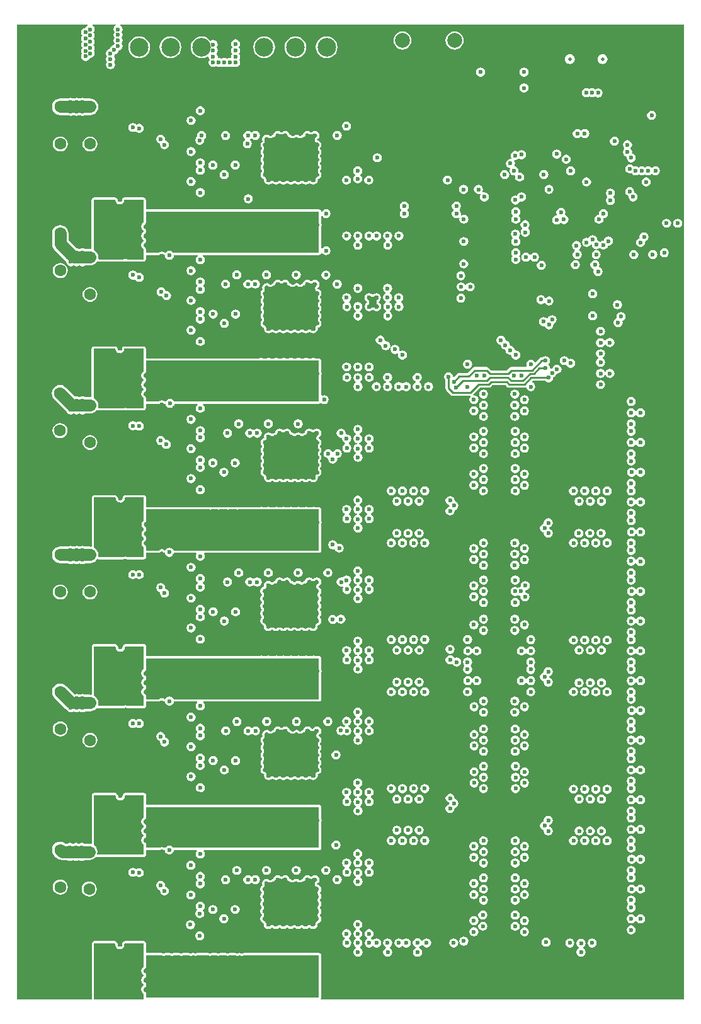
<source format=gbl>
%FSLAX44Y44*%
%MOMM*%
G71*
G01*
G75*
G04 Layer_Physical_Order=4*
G04 Layer_Color=21504*
%ADD10C,0.4000*%
%ADD11O,0.2500X1.3000*%
G04:AMPARAMS|DCode=12|XSize=1mm|YSize=0.9mm|CornerRadius=0.198mm|HoleSize=0mm|Usage=FLASHONLY|Rotation=270.000|XOffset=0mm|YOffset=0mm|HoleType=Round|Shape=RoundedRectangle|*
%AMROUNDEDRECTD12*
21,1,1.0000,0.5040,0,0,270.0*
21,1,0.6040,0.9000,0,0,270.0*
1,1,0.3960,-0.2520,-0.3020*
1,1,0.3960,-0.2520,0.3020*
1,1,0.3960,0.2520,0.3020*
1,1,0.3960,0.2520,-0.3020*
%
%ADD12ROUNDEDRECTD12*%
%ADD13C,0.6000*%
%ADD14O,0.2500X1.0000*%
G04:AMPARAMS|DCode=15|XSize=1mm|YSize=0.9mm|CornerRadius=0.198mm|HoleSize=0mm|Usage=FLASHONLY|Rotation=180.000|XOffset=0mm|YOffset=0mm|HoleType=Round|Shape=RoundedRectangle|*
%AMROUNDEDRECTD15*
21,1,1.0000,0.5040,0,0,180.0*
21,1,0.6040,0.9000,0,0,180.0*
1,1,0.3960,-0.3020,0.2520*
1,1,0.3960,0.3020,0.2520*
1,1,0.3960,0.3020,-0.2520*
1,1,0.3960,-0.3020,-0.2520*
%
%ADD15ROUNDEDRECTD15*%
G04:AMPARAMS|DCode=16|XSize=1.75mm|YSize=1.05mm|CornerRadius=0.1995mm|HoleSize=0mm|Usage=FLASHONLY|Rotation=180.000|XOffset=0mm|YOffset=0mm|HoleType=Round|Shape=RoundedRectangle|*
%AMROUNDEDRECTD16*
21,1,1.7500,0.6510,0,0,180.0*
21,1,1.3510,1.0500,0,0,180.0*
1,1,0.3990,-0.6755,0.3255*
1,1,0.3990,0.6755,0.3255*
1,1,0.3990,0.6755,-0.3255*
1,1,0.3990,-0.6755,-0.3255*
%
%ADD16ROUNDEDRECTD16*%
G04:AMPARAMS|DCode=17|XSize=2.7mm|YSize=1.15mm|CornerRadius=0.2013mm|HoleSize=0mm|Usage=FLASHONLY|Rotation=180.000|XOffset=0mm|YOffset=0mm|HoleType=Round|Shape=RoundedRectangle|*
%AMROUNDEDRECTD17*
21,1,2.7000,0.7475,0,0,180.0*
21,1,2.2975,1.1500,0,0,180.0*
1,1,0.4025,-1.1487,0.3738*
1,1,0.4025,1.1487,0.3738*
1,1,0.4025,1.1487,-0.3738*
1,1,0.4025,-1.1487,-0.3738*
%
%ADD17ROUNDEDRECTD17*%
G04:AMPARAMS|DCode=18|XSize=1.45mm|YSize=1.15mm|CornerRadius=0.2013mm|HoleSize=0mm|Usage=FLASHONLY|Rotation=270.000|XOffset=0mm|YOffset=0mm|HoleType=Round|Shape=RoundedRectangle|*
%AMROUNDEDRECTD18*
21,1,1.4500,0.7475,0,0,270.0*
21,1,1.0475,1.1500,0,0,270.0*
1,1,0.4025,-0.3738,-0.5238*
1,1,0.4025,-0.3738,0.5238*
1,1,0.4025,0.3738,0.5238*
1,1,0.4025,0.3738,-0.5238*
%
%ADD18ROUNDEDRECTD18*%
G04:AMPARAMS|DCode=19|XSize=1mm|YSize=0.95mm|CornerRadius=0.1995mm|HoleSize=0mm|Usage=FLASHONLY|Rotation=180.000|XOffset=0mm|YOffset=0mm|HoleType=Round|Shape=RoundedRectangle|*
%AMROUNDEDRECTD19*
21,1,1.0000,0.5510,0,0,180.0*
21,1,0.6010,0.9500,0,0,180.0*
1,1,0.3990,-0.3005,0.2755*
1,1,0.3990,0.3005,0.2755*
1,1,0.3990,0.3005,-0.2755*
1,1,0.3990,-0.3005,-0.2755*
%
%ADD19ROUNDEDRECTD19*%
G04:AMPARAMS|DCode=20|XSize=1mm|YSize=0.95mm|CornerRadius=0.1995mm|HoleSize=0mm|Usage=FLASHONLY|Rotation=90.000|XOffset=0mm|YOffset=0mm|HoleType=Round|Shape=RoundedRectangle|*
%AMROUNDEDRECTD20*
21,1,1.0000,0.5510,0,0,90.0*
21,1,0.6010,0.9500,0,0,90.0*
1,1,0.3990,0.2755,0.3005*
1,1,0.3990,0.2755,-0.3005*
1,1,0.3990,-0.2755,-0.3005*
1,1,0.3990,-0.2755,0.3005*
%
%ADD20ROUNDEDRECTD20*%
G04:AMPARAMS|DCode=21|XSize=2.7mm|YSize=1.15mm|CornerRadius=0.2013mm|HoleSize=0mm|Usage=FLASHONLY|Rotation=90.000|XOffset=0mm|YOffset=0mm|HoleType=Round|Shape=RoundedRectangle|*
%AMROUNDEDRECTD21*
21,1,2.7000,0.7475,0,0,90.0*
21,1,2.2975,1.1500,0,0,90.0*
1,1,0.4025,0.3738,1.1487*
1,1,0.4025,0.3738,-1.1487*
1,1,0.4025,-0.3738,-1.1487*
1,1,0.4025,-0.3738,1.1487*
%
%ADD21ROUNDEDRECTD21*%
G04:AMPARAMS|DCode=22|XSize=1.45mm|YSize=1.15mm|CornerRadius=0.2013mm|HoleSize=0mm|Usage=FLASHONLY|Rotation=0.000|XOffset=0mm|YOffset=0mm|HoleType=Round|Shape=RoundedRectangle|*
%AMROUNDEDRECTD22*
21,1,1.4500,0.7475,0,0,0.0*
21,1,1.0475,1.1500,0,0,0.0*
1,1,0.4025,0.5238,-0.3738*
1,1,0.4025,-0.5238,-0.3738*
1,1,0.4025,-0.5238,0.3738*
1,1,0.4025,0.5238,0.3738*
%
%ADD22ROUNDEDRECTD22*%
G04:AMPARAMS|DCode=23|XSize=3.95mm|YSize=1.2mm|CornerRadius=0.198mm|HoleSize=0mm|Usage=FLASHONLY|Rotation=0.000|XOffset=0mm|YOffset=0mm|HoleType=Round|Shape=RoundedRectangle|*
%AMROUNDEDRECTD23*
21,1,3.9500,0.8040,0,0,0.0*
21,1,3.5540,1.2000,0,0,0.0*
1,1,0.3960,1.7770,-0.4020*
1,1,0.3960,-1.7770,-0.4020*
1,1,0.3960,-1.7770,0.4020*
1,1,0.3960,1.7770,0.4020*
%
%ADD23ROUNDEDRECTD23*%
G04:AMPARAMS|DCode=24|XSize=11.3mm|YSize=10.75mm|CornerRadius=0.215mm|HoleSize=0mm|Usage=FLASHONLY|Rotation=0.000|XOffset=0mm|YOffset=0mm|HoleType=Round|Shape=RoundedRectangle|*
%AMROUNDEDRECTD24*
21,1,11.3000,10.3200,0,0,0.0*
21,1,10.8700,10.7500,0,0,0.0*
1,1,0.4300,5.4350,-5.1600*
1,1,0.4300,-5.4350,-5.1600*
1,1,0.4300,-5.4350,5.1600*
1,1,0.4300,5.4350,5.1600*
%
%ADD24ROUNDEDRECTD24*%
G04:AMPARAMS|DCode=25|XSize=2.5mm|YSize=1.7mm|CornerRadius=0.204mm|HoleSize=0mm|Usage=FLASHONLY|Rotation=180.000|XOffset=0mm|YOffset=0mm|HoleType=Round|Shape=RoundedRectangle|*
%AMROUNDEDRECTD25*
21,1,2.5000,1.2920,0,0,180.0*
21,1,2.0920,1.7000,0,0,180.0*
1,1,0.4080,-1.0460,0.6460*
1,1,0.4080,1.0460,0.6460*
1,1,0.4080,1.0460,-0.6460*
1,1,0.4080,-1.0460,-0.6460*
%
%ADD25ROUNDEDRECTD25*%
G04:AMPARAMS|DCode=26|XSize=2.5mm|YSize=1.7mm|CornerRadius=0.204mm|HoleSize=0mm|Usage=FLASHONLY|Rotation=90.000|XOffset=0mm|YOffset=0mm|HoleType=Round|Shape=RoundedRectangle|*
%AMROUNDEDRECTD26*
21,1,2.5000,1.2920,0,0,90.0*
21,1,2.0920,1.7000,0,0,90.0*
1,1,0.4080,0.6460,1.0460*
1,1,0.4080,0.6460,-1.0460*
1,1,0.4080,-0.6460,-1.0460*
1,1,0.4080,-0.6460,1.0460*
%
%ADD26ROUNDEDRECTD26*%
G04:AMPARAMS|DCode=27|XSize=3.3mm|YSize=2.5mm|CornerRadius=0.2mm|HoleSize=0mm|Usage=FLASHONLY|Rotation=0.000|XOffset=0mm|YOffset=0mm|HoleType=Round|Shape=RoundedRectangle|*
%AMROUNDEDRECTD27*
21,1,3.3000,2.1000,0,0,0.0*
21,1,2.9000,2.5000,0,0,0.0*
1,1,0.4000,1.4500,-1.0500*
1,1,0.4000,-1.4500,-1.0500*
1,1,0.4000,-1.4500,1.0500*
1,1,0.4000,1.4500,1.0500*
%
%ADD27ROUNDEDRECTD27*%
G04:AMPARAMS|DCode=28|XSize=2.5mm|YSize=2.3mm|CornerRadius=0.1955mm|HoleSize=0mm|Usage=FLASHONLY|Rotation=270.000|XOffset=0mm|YOffset=0mm|HoleType=Round|Shape=RoundedRectangle|*
%AMROUNDEDRECTD28*
21,1,2.5000,1.9090,0,0,270.0*
21,1,2.1090,2.3000,0,0,270.0*
1,1,0.3910,-0.9545,-1.0545*
1,1,0.3910,-0.9545,1.0545*
1,1,0.3910,0.9545,1.0545*
1,1,0.3910,0.9545,-1.0545*
%
%ADD28ROUNDEDRECTD28*%
G04:AMPARAMS|DCode=29|XSize=3mm|YSize=1.65mm|CornerRadius=0.1073mm|HoleSize=0mm|Usage=FLASHONLY|Rotation=180.000|XOffset=0mm|YOffset=0mm|HoleType=Round|Shape=RoundedRectangle|*
%AMROUNDEDRECTD29*
21,1,3.0000,1.4355,0,0,180.0*
21,1,2.7855,1.6500,0,0,180.0*
1,1,0.2145,-1.3927,0.7178*
1,1,0.2145,1.3927,0.7178*
1,1,0.2145,1.3927,-0.7178*
1,1,0.2145,-1.3927,-0.7178*
%
%ADD29ROUNDEDRECTD29*%
G04:AMPARAMS|DCode=30|XSize=1mm|YSize=0.45mm|CornerRadius=0.1125mm|HoleSize=0mm|Usage=FLASHONLY|Rotation=90.000|XOffset=0mm|YOffset=0mm|HoleType=Round|Shape=RoundedRectangle|*
%AMROUNDEDRECTD30*
21,1,1.0000,0.2250,0,0,90.0*
21,1,0.7750,0.4500,0,0,90.0*
1,1,0.2250,0.1125,0.3875*
1,1,0.2250,0.1125,-0.3875*
1,1,0.2250,-0.1125,-0.3875*
1,1,0.2250,-0.1125,0.3875*
%
%ADD30ROUNDEDRECTD30*%
G04:AMPARAMS|DCode=31|XSize=0.7mm|YSize=0.25mm|CornerRadius=0.0838mm|HoleSize=0mm|Usage=FLASHONLY|Rotation=90.000|XOffset=0mm|YOffset=0mm|HoleType=Round|Shape=RoundedRectangle|*
%AMROUNDEDRECTD31*
21,1,0.7000,0.0825,0,0,90.0*
21,1,0.5325,0.2500,0,0,90.0*
1,1,0.1675,0.0413,0.2662*
1,1,0.1675,0.0413,-0.2662*
1,1,0.1675,-0.0413,-0.2662*
1,1,0.1675,-0.0413,0.2662*
%
%ADD31ROUNDEDRECTD31*%
G04:AMPARAMS|DCode=32|XSize=1.35mm|YSize=1.65mm|CornerRadius=0.27mm|HoleSize=0mm|Usage=FLASHONLY|Rotation=180.000|XOffset=0mm|YOffset=0mm|HoleType=Round|Shape=RoundedRectangle|*
%AMROUNDEDRECTD32*
21,1,1.3500,1.1100,0,0,180.0*
21,1,0.8100,1.6500,0,0,180.0*
1,1,0.5400,-0.4050,0.5550*
1,1,0.5400,0.4050,0.5550*
1,1,0.5400,0.4050,-0.5550*
1,1,0.5400,-0.4050,-0.5550*
%
%ADD32ROUNDEDRECTD32*%
G04:AMPARAMS|DCode=33|XSize=1.05mm|YSize=0.65mm|CornerRadius=0.2015mm|HoleSize=0mm|Usage=FLASHONLY|Rotation=180.000|XOffset=0mm|YOffset=0mm|HoleType=Round|Shape=RoundedRectangle|*
%AMROUNDEDRECTD33*
21,1,1.0500,0.2470,0,0,180.0*
21,1,0.6470,0.6500,0,0,180.0*
1,1,0.4030,-0.3235,0.1235*
1,1,0.4030,0.3235,0.1235*
1,1,0.4030,0.3235,-0.1235*
1,1,0.4030,-0.3235,-0.1235*
%
%ADD33ROUNDEDRECTD33*%
%ADD34O,1.3500X0.5000*%
G04:AMPARAMS|DCode=35|XSize=6.5mm|YSize=5mm|CornerRadius=0.25mm|HoleSize=0mm|Usage=FLASHONLY|Rotation=180.000|XOffset=0mm|YOffset=0mm|HoleType=Round|Shape=RoundedRectangle|*
%AMROUNDEDRECTD35*
21,1,6.5000,4.5000,0,0,180.0*
21,1,6.0000,5.0000,0,0,180.0*
1,1,0.5000,-3.0000,2.2500*
1,1,0.5000,3.0000,2.2500*
1,1,0.5000,3.0000,-2.2500*
1,1,0.5000,-3.0000,-2.2500*
%
%ADD35ROUNDEDRECTD35*%
%ADD36O,0.5000X1.3500*%
G04:AMPARAMS|DCode=37|XSize=2.85mm|YSize=1mm|CornerRadius=0.2mm|HoleSize=0mm|Usage=FLASHONLY|Rotation=0.000|XOffset=0mm|YOffset=0mm|HoleType=Round|Shape=RoundedRectangle|*
%AMROUNDEDRECTD37*
21,1,2.8500,0.6000,0,0,0.0*
21,1,2.4500,1.0000,0,0,0.0*
1,1,0.4000,1.2250,-0.3000*
1,1,0.4000,-1.2250,-0.3000*
1,1,0.4000,-1.2250,0.3000*
1,1,0.4000,1.2250,0.3000*
%
%ADD37ROUNDEDRECTD37*%
G04:AMPARAMS|DCode=38|XSize=6.45mm|YSize=6mm|CornerRadius=0.21mm|HoleSize=0mm|Usage=FLASHONLY|Rotation=0.000|XOffset=0mm|YOffset=0mm|HoleType=Round|Shape=RoundedRectangle|*
%AMROUNDEDRECTD38*
21,1,6.4500,5.5800,0,0,0.0*
21,1,6.0300,6.0000,0,0,0.0*
1,1,0.4200,3.0150,-2.7900*
1,1,0.4200,-3.0150,-2.7900*
1,1,0.4200,-3.0150,2.7900*
1,1,0.4200,3.0150,2.7900*
%
%ADD38ROUNDEDRECTD38*%
G04:AMPARAMS|DCode=39|XSize=1.2mm|YSize=1.2mm|CornerRadius=0.198mm|HoleSize=0mm|Usage=FLASHONLY|Rotation=0.000|XOffset=0mm|YOffset=0mm|HoleType=Round|Shape=RoundedRectangle|*
%AMROUNDEDRECTD39*
21,1,1.2000,0.8040,0,0,0.0*
21,1,0.8040,1.2000,0,0,0.0*
1,1,0.3960,0.4020,-0.4020*
1,1,0.3960,-0.4020,-0.4020*
1,1,0.3960,-0.4020,0.4020*
1,1,0.3960,0.4020,0.4020*
%
%ADD39ROUNDEDRECTD39*%
G04:AMPARAMS|DCode=40|XSize=1.2mm|YSize=1.2mm|CornerRadius=0.198mm|HoleSize=0mm|Usage=FLASHONLY|Rotation=90.000|XOffset=0mm|YOffset=0mm|HoleType=Round|Shape=RoundedRectangle|*
%AMROUNDEDRECTD40*
21,1,1.2000,0.8040,0,0,90.0*
21,1,0.8040,1.2000,0,0,90.0*
1,1,0.3960,0.4020,0.4020*
1,1,0.3960,0.4020,-0.4020*
1,1,0.3960,-0.4020,-0.4020*
1,1,0.3960,-0.4020,0.4020*
%
%ADD40ROUNDEDRECTD40*%
G04:AMPARAMS|DCode=41|XSize=2.3mm|YSize=0.5mm|CornerRadius=0.2mm|HoleSize=0mm|Usage=FLASHONLY|Rotation=270.000|XOffset=0mm|YOffset=0mm|HoleType=Round|Shape=RoundedRectangle|*
%AMROUNDEDRECTD41*
21,1,2.3000,0.1000,0,0,270.0*
21,1,1.9000,0.5000,0,0,270.0*
1,1,0.4000,-0.0500,-0.9500*
1,1,0.4000,-0.0500,0.9500*
1,1,0.4000,0.0500,0.9500*
1,1,0.4000,0.0500,-0.9500*
%
%ADD41ROUNDEDRECTD41*%
G04:AMPARAMS|DCode=42|XSize=2.5mm|YSize=2mm|CornerRadius=0.2mm|HoleSize=0mm|Usage=FLASHONLY|Rotation=270.000|XOffset=0mm|YOffset=0mm|HoleType=Round|Shape=RoundedRectangle|*
%AMROUNDEDRECTD42*
21,1,2.5000,1.6000,0,0,270.0*
21,1,2.1000,2.0000,0,0,270.0*
1,1,0.4000,-0.8000,-1.0500*
1,1,0.4000,-0.8000,1.0500*
1,1,0.4000,0.8000,1.0500*
1,1,0.4000,0.8000,-1.0500*
%
%ADD42ROUNDEDRECTD42*%
G04:AMPARAMS|DCode=43|XSize=1.1mm|YSize=0.6mm|CornerRadius=0.201mm|HoleSize=0mm|Usage=FLASHONLY|Rotation=0.000|XOffset=0mm|YOffset=0mm|HoleType=Round|Shape=RoundedRectangle|*
%AMROUNDEDRECTD43*
21,1,1.1000,0.1980,0,0,0.0*
21,1,0.6980,0.6000,0,0,0.0*
1,1,0.4020,0.3490,-0.0990*
1,1,0.4020,-0.3490,-0.0990*
1,1,0.4020,-0.3490,0.0990*
1,1,0.4020,0.3490,0.0990*
%
%ADD43ROUNDEDRECTD43*%
%ADD44C,1.0000*%
%ADD45O,1.5000X0.3000*%
%ADD46O,0.3000X1.5000*%
G04:AMPARAMS|DCode=47|XSize=4.9mm|YSize=1.6mm|CornerRadius=0.2mm|HoleSize=0mm|Usage=FLASHONLY|Rotation=270.000|XOffset=0mm|YOffset=0mm|HoleType=Round|Shape=RoundedRectangle|*
%AMROUNDEDRECTD47*
21,1,4.9000,1.2000,0,0,270.0*
21,1,4.5000,1.6000,0,0,270.0*
1,1,0.4000,-0.6000,-2.2500*
1,1,0.4000,-0.6000,2.2500*
1,1,0.4000,0.6000,2.2500*
1,1,0.4000,0.6000,-2.2500*
%
%ADD47ROUNDEDRECTD47*%
%ADD48R,1.3000X1.3000*%
%ADD49C,1.3000*%
G04:AMPARAMS|DCode=50|XSize=1.05mm|YSize=0.65mm|CornerRadius=0.2015mm|HoleSize=0mm|Usage=FLASHONLY|Rotation=270.000|XOffset=0mm|YOffset=0mm|HoleType=Round|Shape=RoundedRectangle|*
%AMROUNDEDRECTD50*
21,1,1.0500,0.2470,0,0,270.0*
21,1,0.6470,0.6500,0,0,270.0*
1,1,0.4030,-0.1235,-0.3235*
1,1,0.4030,-0.1235,0.3235*
1,1,0.4030,0.1235,0.3235*
1,1,0.4030,0.1235,-0.3235*
%
%ADD50ROUNDEDRECTD50*%
%ADD51O,0.6000X1.5500*%
G04:AMPARAMS|DCode=52|XSize=1.75mm|YSize=1.05mm|CornerRadius=0.1995mm|HoleSize=0mm|Usage=FLASHONLY|Rotation=90.000|XOffset=0mm|YOffset=0mm|HoleType=Round|Shape=RoundedRectangle|*
%AMROUNDEDRECTD52*
21,1,1.7500,0.6510,0,0,90.0*
21,1,1.3510,1.0500,0,0,90.0*
1,1,0.3990,0.3255,0.6755*
1,1,0.3990,0.3255,-0.6755*
1,1,0.3990,-0.3255,-0.6755*
1,1,0.3990,-0.3255,0.6755*
%
%ADD52ROUNDEDRECTD52*%
%ADD53O,1.5500X0.6000*%
%ADD54O,0.2000X1.0000*%
%ADD55C,0.5000*%
G04:AMPARAMS|DCode=56|XSize=1.1mm|YSize=0.8mm|CornerRadius=0.268mm|HoleSize=0mm|Usage=FLASHONLY|Rotation=0.000|XOffset=0mm|YOffset=0mm|HoleType=Round|Shape=RoundedRectangle|*
%AMROUNDEDRECTD56*
21,1,1.1000,0.2640,0,0,0.0*
21,1,0.5640,0.8000,0,0,0.0*
1,1,0.5360,0.2820,-0.1320*
1,1,0.5360,-0.2820,-0.1320*
1,1,0.5360,-0.2820,0.1320*
1,1,0.5360,0.2820,0.1320*
%
%ADD56ROUNDEDRECTD56*%
%ADD57C,2.0000*%
%ADD58C,0.6000*%
%ADD59C,0.5000*%
%ADD60C,0.2500*%
%ADD61C,0.4500*%
%ADD62C,0.4000*%
%ADD63C,0.3500*%
%ADD64C,0.3000*%
%ADD65C,0.2540*%
%ADD66C,0.2000*%
%ADD67C,1.6000*%
%ADD68C,2.5000*%
%ADD69C,7.0000*%
%ADD70C,2.0000*%
%ADD71C,1.6000*%
%ADD72C,4.5000*%
G36*
X-277621Y-404535D02*
X-279326Y-405674D01*
X-280652Y-407659D01*
X-281117Y-410000D01*
X-280652Y-412341D01*
X-279326Y-414326D01*
X-277621Y-415465D01*
Y-417035D01*
X-279326Y-418174D01*
X-280652Y-420159D01*
X-281117Y-422500D01*
X-280652Y-424841D01*
X-279326Y-426826D01*
X-277621Y-427965D01*
Y-429535D01*
X-279326Y-430674D01*
X-280652Y-432659D01*
X-281117Y-435000D01*
X-280652Y-437341D01*
X-279326Y-439326D01*
X-277621Y-440465D01*
Y-448628D01*
X-344621D01*
Y-373083D01*
X-316737D01*
X-315932Y-374064D01*
X-316118Y-375000D01*
X-315652Y-377341D01*
X-314326Y-379326D01*
X-312341Y-380652D01*
X-310000Y-381118D01*
X-307659Y-380652D01*
X-305674Y-379326D01*
X-304348Y-377341D01*
X-303883Y-375000D01*
X-304069Y-374064D01*
X-303263Y-373083D01*
X-277621D01*
Y-404535D01*
D02*
G37*
G36*
X-42470Y-445500D02*
X-42471Y-445500D01*
X-274562D01*
Y-440465D01*
X-274621Y-440170D01*
Y-439868D01*
X-274736Y-439590D01*
X-274795Y-439294D01*
X-274962Y-439044D01*
X-275078Y-438766D01*
X-275291Y-438553D01*
X-275458Y-438302D01*
X-275709Y-438135D01*
X-275921Y-437922D01*
X-277120Y-437121D01*
X-277621Y-436372D01*
Y-433628D01*
X-277120Y-432879D01*
X-275921Y-432078D01*
X-275709Y-431865D01*
X-275458Y-431698D01*
X-275291Y-431447D01*
X-275078Y-431234D01*
X-274962Y-430956D01*
X-274795Y-430706D01*
X-274736Y-430410D01*
X-274621Y-430132D01*
Y-429830D01*
X-274562Y-429535D01*
Y-427965D01*
X-274621Y-427670D01*
Y-427368D01*
X-274736Y-427090D01*
X-274795Y-426794D01*
X-274962Y-426544D01*
X-275078Y-426266D01*
X-275291Y-426053D01*
X-275458Y-425802D01*
X-275709Y-425635D01*
X-275921Y-425422D01*
X-277120Y-424621D01*
X-277621Y-423872D01*
Y-421128D01*
X-277120Y-420379D01*
X-275921Y-419578D01*
X-275709Y-419365D01*
X-275458Y-419198D01*
X-275291Y-418947D01*
X-275078Y-418734D01*
X-274962Y-418456D01*
X-274795Y-418206D01*
X-274736Y-417910D01*
X-274621Y-417632D01*
Y-417330D01*
X-274562Y-417035D01*
Y-415465D01*
X-274621Y-415170D01*
Y-414868D01*
X-274736Y-414590D01*
X-274795Y-414294D01*
X-274962Y-414044D01*
X-275078Y-413766D01*
X-275291Y-413553D01*
X-275458Y-413302D01*
X-275709Y-413135D01*
X-275921Y-412922D01*
X-277120Y-412121D01*
X-277621Y-411372D01*
Y-408628D01*
X-277120Y-407879D01*
X-275921Y-407078D01*
X-275709Y-406865D01*
X-275458Y-406698D01*
X-275291Y-406447D01*
X-275078Y-406234D01*
X-274962Y-405956D01*
X-274795Y-405706D01*
X-274736Y-405410D01*
X-274621Y-405132D01*
Y-404830D01*
X-274562Y-404535D01*
Y-389000D01*
X-253943D01*
X-253341Y-389402D01*
X-251000Y-389868D01*
X-248659Y-389402D01*
X-248057Y-389000D01*
X-242892D01*
X-242291Y-389402D01*
X-239950Y-389868D01*
X-237609Y-389402D01*
X-237008Y-389000D01*
X-230190D01*
X-229589Y-389402D01*
X-227248Y-389868D01*
X-224907Y-389402D01*
X-224305Y-389000D01*
X-217442D01*
X-216841Y-389402D01*
X-214500Y-389868D01*
X-212159Y-389402D01*
X-211558Y-389000D01*
X-210818D01*
X-210591Y-389152D01*
X-208250Y-389618D01*
X-205909Y-389152D01*
X-205682Y-389000D01*
X-191495D01*
X-190893Y-389402D01*
X-188552Y-389868D01*
X-186211Y-389402D01*
X-185610Y-389000D01*
X-180445D01*
X-179843Y-389402D01*
X-177502Y-389868D01*
X-175161Y-389402D01*
X-174560Y-389000D01*
X-167743D01*
X-167141Y-389402D01*
X-164800Y-389868D01*
X-162459Y-389402D01*
X-161857Y-389000D01*
X-154995D01*
X-154393Y-389402D01*
X-152052Y-389868D01*
X-149711Y-389402D01*
X-149110Y-389000D01*
X-148693D01*
X-148091Y-389402D01*
X-145750Y-389868D01*
X-143409Y-389402D01*
X-142808Y-389000D01*
X-42470D01*
Y-445500D01*
D02*
G37*
G36*
X448628Y445000D02*
Y-35000D01*
Y-448628D01*
X-39343D01*
X-39907Y-448064D01*
X-40204Y-447508D01*
X-39644Y-446670D01*
X-39412Y-445500D01*
X-39412Y-445500D01*
Y-438896D01*
X-39134Y-437499D01*
X-39412Y-436102D01*
Y-431396D01*
X-39134Y-429999D01*
X-39412Y-428602D01*
Y-423896D01*
X-39134Y-422499D01*
X-39412Y-421102D01*
Y-416396D01*
X-39134Y-414999D01*
X-39412Y-413602D01*
Y-409936D01*
X-39348Y-409841D01*
X-38883Y-407500D01*
X-39348Y-405159D01*
X-39412Y-405064D01*
Y-401396D01*
X-39134Y-399999D01*
X-39412Y-398602D01*
Y-389000D01*
X-39644Y-387830D01*
X-40308Y-386837D01*
X-41300Y-386174D01*
X-42470Y-385941D01*
X-142808D01*
X-143103Y-386000D01*
X-143404D01*
X-143683Y-386115D01*
X-143978Y-386174D01*
X-144228Y-386341D01*
X-144507Y-386457D01*
X-144602Y-386521D01*
X-145750Y-386749D01*
X-146898Y-386521D01*
X-146993Y-386457D01*
X-147272Y-386341D01*
X-147522Y-386174D01*
X-147817Y-386115D01*
X-148096Y-386000D01*
X-148397D01*
X-148693Y-385941D01*
X-149110D01*
X-149405Y-386000D01*
X-149706D01*
X-149985Y-386115D01*
X-150280Y-386174D01*
X-150531Y-386341D01*
X-150809Y-386457D01*
X-150905Y-386521D01*
X-152052Y-386749D01*
X-153200Y-386521D01*
X-153295Y-386457D01*
X-153574Y-386341D01*
X-153824Y-386174D01*
X-154120Y-386115D01*
X-154398Y-386000D01*
X-154699D01*
X-154995Y-385941D01*
X-161857D01*
X-162153Y-386000D01*
X-162454D01*
X-162733Y-386115D01*
X-163028Y-386174D01*
X-163279Y-386341D01*
X-163557Y-386457D01*
X-163652Y-386521D01*
X-164800Y-386749D01*
X-165948Y-386521D01*
X-166043Y-386457D01*
X-166322Y-386341D01*
X-166572Y-386174D01*
X-166867Y-386115D01*
X-167146Y-386000D01*
X-167447D01*
X-167743Y-385941D01*
X-174560D01*
X-174855Y-386000D01*
X-175156D01*
X-175435Y-386115D01*
X-175730Y-386174D01*
X-175981Y-386341D01*
X-176259Y-386457D01*
X-176355Y-386521D01*
X-177502Y-386749D01*
X-178650Y-386521D01*
X-178745Y-386457D01*
X-179024Y-386341D01*
X-179274Y-386174D01*
X-179569Y-386115D01*
X-179848Y-386000D01*
X-180149D01*
X-180445Y-385941D01*
X-185610D01*
X-185905Y-386000D01*
X-186206D01*
X-186485Y-386115D01*
X-186780Y-386174D01*
X-187031Y-386341D01*
X-187309Y-386457D01*
X-187405Y-386521D01*
X-188552Y-386749D01*
X-189700Y-386521D01*
X-189795Y-386457D01*
X-190074Y-386341D01*
X-190324Y-386174D01*
X-190620Y-386115D01*
X-190898Y-386000D01*
X-191199D01*
X-191495Y-385941D01*
X-205682D01*
X-205977Y-386000D01*
X-206278D01*
X-206557Y-386115D01*
X-206852Y-386174D01*
X-206952Y-386241D01*
X-208250Y-386499D01*
X-209548Y-386241D01*
X-209648Y-386174D01*
X-209943Y-386115D01*
X-210222Y-386000D01*
X-210523Y-386000D01*
X-210818Y-385941D01*
X-211558D01*
X-211853Y-386000D01*
X-212154D01*
X-212433Y-386115D01*
X-212728Y-386174D01*
X-212978Y-386341D01*
X-213257Y-386457D01*
X-213352Y-386521D01*
X-214500Y-386749D01*
X-215648Y-386521D01*
X-215743Y-386457D01*
X-216022Y-386341D01*
X-216272Y-386174D01*
X-216567Y-386115D01*
X-216846Y-386000D01*
X-217147D01*
X-217442Y-385941D01*
X-224305D01*
X-224601Y-386000D01*
X-224902D01*
X-225180Y-386115D01*
X-225476Y-386174D01*
X-225726Y-386341D01*
X-226005Y-386457D01*
X-226100Y-386521D01*
X-227248Y-386749D01*
X-228395Y-386521D01*
X-228491Y-386457D01*
X-228769Y-386341D01*
X-229020Y-386174D01*
X-229315Y-386115D01*
X-229594Y-386000D01*
X-229895D01*
X-230190Y-385941D01*
X-237008D01*
X-237303Y-386000D01*
X-237604D01*
X-237883Y-386115D01*
X-238178Y-386174D01*
X-238428Y-386341D01*
X-238707Y-386457D01*
X-238802Y-386521D01*
X-239950Y-386749D01*
X-241098Y-386521D01*
X-241193Y-386457D01*
X-241472Y-386341D01*
X-241722Y-386174D01*
X-242017Y-386115D01*
X-242296Y-386000D01*
X-242597D01*
X-242892Y-385941D01*
X-248057D01*
X-248353Y-386000D01*
X-248654D01*
X-248933Y-386115D01*
X-249228Y-386174D01*
X-249478Y-386341D01*
X-249757Y-386457D01*
X-249852Y-386521D01*
X-251000Y-386749D01*
X-252148Y-386521D01*
X-252243Y-386457D01*
X-252522Y-386341D01*
X-252772Y-386174D01*
X-253067Y-386115D01*
X-253346Y-386000D01*
X-253647D01*
X-253943Y-385941D01*
X-274562D01*
Y-373083D01*
X-274795Y-371912D01*
X-275458Y-370920D01*
X-276450Y-370257D01*
X-277621Y-370024D01*
X-303263D01*
X-303412Y-370053D01*
X-303563Y-370038D01*
X-303993Y-370169D01*
X-304434Y-370257D01*
X-304560Y-370341D01*
X-304705Y-370385D01*
X-305052Y-370670D01*
X-305426Y-370920D01*
X-305510Y-371046D01*
X-305628Y-371142D01*
X-306433Y-372124D01*
X-306505Y-372258D01*
X-306612Y-372365D01*
X-306784Y-372780D01*
X-306996Y-373176D01*
X-307011Y-373327D01*
X-307069Y-373467D01*
Y-373917D01*
X-307113Y-374364D01*
X-307069Y-374509D01*
Y-374661D01*
X-307001Y-375000D01*
X-307230Y-376148D01*
X-307880Y-377121D01*
X-308091Y-377262D01*
X-310000Y-376883D01*
X-311909Y-377262D01*
X-312121Y-377121D01*
X-312771Y-376148D01*
X-312999Y-375000D01*
X-312932Y-374661D01*
Y-374509D01*
X-312888Y-374364D01*
X-312932Y-373917D01*
Y-373467D01*
X-312990Y-373327D01*
X-313005Y-373176D01*
X-313216Y-372780D01*
X-313388Y-372365D01*
X-313496Y-372258D01*
X-313567Y-372124D01*
X-314373Y-371142D01*
X-314490Y-371046D01*
X-314574Y-370920D01*
X-314948Y-370670D01*
X-315295Y-370385D01*
X-315441Y-370341D01*
X-315567Y-370257D01*
X-316007Y-370169D01*
X-316437Y-370038D01*
X-316589Y-370053D01*
X-316737Y-370024D01*
X-344621D01*
X-345791Y-370257D01*
X-346784Y-370920D01*
X-347447Y-371912D01*
X-347680Y-373083D01*
Y-448628D01*
X-448628D01*
Y447500D01*
Y861628D01*
X-353068D01*
X-352700Y860412D01*
X-354326Y859326D01*
X-355652Y857341D01*
X-355652Y857341D01*
Y857341D01*
X-355990Y857115D01*
X-356000Y857117D01*
X-358341Y856652D01*
X-360326Y855326D01*
X-361652Y853341D01*
X-362118Y851000D01*
X-361652Y848659D01*
X-360543Y847000D01*
X-361652Y845341D01*
X-362118Y843000D01*
X-361652Y840659D01*
X-360461Y838877D01*
X-361653Y837092D01*
X-362119Y834751D01*
X-361653Y832410D01*
X-360378Y830501D01*
X-361653Y828593D01*
X-362119Y826251D01*
X-361653Y823910D01*
X-360711Y822501D01*
X-361653Y821091D01*
X-362119Y818750D01*
X-361653Y816409D01*
X-360327Y814424D01*
X-358342Y813098D01*
X-356001Y812633D01*
X-353660Y813098D01*
X-351676Y814424D01*
X-350350Y816409D01*
X-350350Y816409D01*
Y816409D01*
X-350012Y816635D01*
X-350001Y816633D01*
X-347660Y817098D01*
X-345676Y818424D01*
X-344350Y820409D01*
X-343884Y822750D01*
X-344350Y825091D01*
X-345291Y826501D01*
X-344350Y827910D01*
X-343884Y830251D01*
X-344350Y832592D01*
X-345625Y834501D01*
X-344350Y836410D01*
X-343884Y838751D01*
X-344350Y841092D01*
X-345540Y842875D01*
X-344348Y844659D01*
X-343882Y847000D01*
X-344348Y849341D01*
X-345457Y851000D01*
X-344348Y852659D01*
X-343882Y855000D01*
X-344348Y857341D01*
X-345674Y859326D01*
X-347300Y860412D01*
X-346932Y861628D01*
X-315568D01*
X-315200Y860412D01*
X-316826Y859326D01*
X-318152Y857341D01*
X-318617Y855000D01*
X-318152Y852659D01*
X-317211Y851250D01*
X-318152Y849841D01*
X-318617Y847500D01*
X-318152Y845159D01*
X-317211Y843750D01*
X-318152Y842341D01*
X-318617Y840000D01*
X-318152Y837659D01*
X-317211Y836250D01*
X-318152Y834841D01*
X-318432Y833432D01*
X-319841Y833152D01*
X-321826Y831826D01*
X-323152Y829841D01*
X-323432Y828432D01*
X-324841Y828152D01*
X-326826Y826826D01*
X-328152Y824841D01*
X-328618Y822500D01*
X-328152Y820159D01*
X-327210Y818750D01*
X-328152Y817341D01*
X-328618Y815000D01*
X-328152Y812659D01*
X-327210Y811250D01*
X-328152Y809841D01*
X-328618Y807500D01*
X-328152Y805159D01*
X-326826Y803174D01*
X-324841Y801848D01*
X-322500Y801383D01*
X-320159Y801848D01*
X-318174Y803174D01*
X-316848Y805159D01*
X-316383Y807500D01*
X-316848Y809841D01*
X-317789Y811250D01*
X-316848Y812659D01*
X-316383Y815000D01*
X-316848Y817341D01*
X-317789Y818750D01*
X-316848Y820159D01*
X-316568Y821568D01*
X-315159Y821848D01*
X-313174Y823174D01*
X-311848Y825159D01*
X-311568Y826568D01*
X-310159Y826848D01*
X-308174Y828174D01*
X-306848Y830159D01*
X-306383Y832500D01*
X-306848Y834841D01*
X-307790Y836250D01*
X-306848Y837659D01*
X-306383Y840000D01*
X-306848Y842341D01*
X-307790Y843750D01*
X-306848Y845159D01*
X-306383Y847500D01*
X-306848Y849841D01*
X-307790Y851250D01*
X-306848Y852659D01*
X-306383Y855000D01*
X-306848Y857341D01*
X-308174Y859326D01*
X-309800Y860412D01*
X-309432Y861628D01*
X448628D01*
Y445000D01*
D02*
G37*
%LPC*%
G36*
X100000Y-28882D02*
X97659Y-29348D01*
X95674Y-30674D01*
X94348Y-32659D01*
X93882Y-35000D01*
X94348Y-37341D01*
X95674Y-39326D01*
X97659Y-40652D01*
X100000Y-41118D01*
X102341Y-40652D01*
X104326Y-39326D01*
X105652Y-37341D01*
X106117Y-35000D01*
X105652Y-32659D01*
X104326Y-30674D01*
X102341Y-29348D01*
X100000Y-28882D01*
D02*
G37*
G36*
X315000Y-28883D02*
X312659Y-29348D01*
X310674Y-30674D01*
X309348Y-32659D01*
X308883Y-35000D01*
X309348Y-37341D01*
X310674Y-39326D01*
X312659Y-40652D01*
X315000Y-41118D01*
X317341Y-40652D01*
X319326Y-39326D01*
X320652Y-37341D01*
X321118Y-35000D01*
X320652Y-32659D01*
X319326Y-30674D01*
X317341Y-29348D01*
X315000Y-28883D01*
D02*
G37*
G36*
X85001Y-28882D02*
X82660Y-29348D01*
X80675Y-30674D01*
X79349Y-32659D01*
X78883Y-35000D01*
X79349Y-37341D01*
X80675Y-39326D01*
X82660Y-40652D01*
X85001Y-41118D01*
X87342Y-40652D01*
X89326Y-39326D01*
X90653Y-37341D01*
X91118Y-35000D01*
X90653Y-32659D01*
X89326Y-30674D01*
X87342Y-29348D01*
X85001Y-28882D01*
D02*
G37*
G36*
X330001D02*
X327660Y-29348D01*
X325675Y-30674D01*
X324349Y-32659D01*
X323883Y-35000D01*
X324349Y-37341D01*
X325675Y-39326D01*
X327660Y-40652D01*
X330001Y-41118D01*
X332342Y-40652D01*
X334327Y-39326D01*
X335653Y-37341D01*
X336118Y-35000D01*
X335653Y-32659D01*
X334327Y-30674D01*
X332342Y-29348D01*
X330001Y-28882D01*
D02*
G37*
G36*
X307500Y-16882D02*
X305159Y-17348D01*
X303174Y-18674D01*
X301848Y-20659D01*
X301383Y-23000D01*
X301848Y-25341D01*
X303174Y-27326D01*
X305159Y-28652D01*
X307500Y-29118D01*
X309841Y-28652D01*
X311826Y-27326D01*
X313152Y-25341D01*
X313618Y-23000D01*
X313152Y-20659D01*
X311826Y-18674D01*
X309841Y-17348D01*
X307500Y-16882D01*
D02*
G37*
G36*
X322500D02*
X320159Y-17348D01*
X318174Y-18674D01*
X316848Y-20659D01*
X316383Y-23000D01*
X316848Y-25341D01*
X318174Y-27326D01*
X320159Y-28652D01*
X322500Y-29118D01*
X324841Y-28652D01*
X326826Y-27326D01*
X328152Y-25341D01*
X328618Y-23000D01*
X328152Y-20659D01*
X326826Y-18674D01*
X324841Y-17348D01*
X322500Y-16882D01*
D02*
G37*
G36*
X345000Y-28882D02*
X342659Y-29348D01*
X340674Y-30674D01*
X339348Y-32659D01*
X338882Y-35000D01*
X339348Y-37341D01*
X340674Y-39326D01*
X342659Y-40652D01*
X345000Y-41118D01*
X347341Y-40652D01*
X349326Y-39326D01*
X350652Y-37341D01*
X351118Y-35000D01*
X350652Y-32659D01*
X349326Y-30674D01*
X347341Y-29348D01*
X345000Y-28882D01*
D02*
G37*
G36*
X157500Y-28882D02*
X155159Y-29348D01*
X153174Y-30674D01*
X151848Y-32659D01*
X151383Y-35000D01*
X151848Y-37341D01*
X153174Y-39326D01*
X155159Y-40652D01*
X157500Y-41118D01*
X159841Y-40652D01*
X161826Y-39326D01*
X163152Y-37341D01*
X163618Y-35000D01*
X163152Y-32659D01*
X161826Y-30674D01*
X159841Y-29348D01*
X157500Y-28882D01*
D02*
G37*
G36*
X221000Y-41382D02*
X218659Y-41848D01*
X216674Y-43174D01*
X215348Y-45159D01*
X214883Y-47500D01*
X215348Y-49841D01*
X216674Y-51826D01*
X218659Y-53152D01*
X221000Y-53618D01*
X223341Y-53152D01*
X225326Y-51826D01*
X226652Y-49841D01*
X227118Y-47500D01*
X226652Y-45159D01*
X225326Y-43174D01*
X223341Y-41848D01*
X221000Y-41382D01*
D02*
G37*
G36*
X377500Y-28882D02*
X375159Y-29348D01*
X373175Y-30674D01*
X371848Y-32659D01*
X371383Y-35000D01*
X371848Y-37341D01*
X373175Y-39326D01*
X373233Y-39365D01*
Y-40635D01*
X373175Y-40674D01*
X371848Y-42659D01*
X371383Y-45000D01*
X371848Y-47341D01*
X373175Y-49326D01*
X375159Y-50652D01*
X377500Y-51117D01*
X379841Y-50652D01*
X381826Y-49326D01*
X383152Y-47341D01*
X383618Y-45000D01*
X383152Y-42659D01*
X381826Y-40674D01*
X381767Y-40635D01*
Y-39365D01*
X381826Y-39326D01*
X383152Y-37341D01*
X383618Y-35000D01*
X383152Y-32659D01*
X381826Y-30674D01*
X379841Y-29348D01*
X377500Y-28882D01*
D02*
G37*
G36*
X390000Y-53882D02*
X387659Y-54348D01*
X385675Y-55674D01*
X384635Y-57230D01*
X383365D01*
X382326Y-55674D01*
X380341Y-54348D01*
X378000Y-53882D01*
X375659Y-54348D01*
X373674Y-55674D01*
X372348Y-57659D01*
X371883Y-60000D01*
X372348Y-62341D01*
X373674Y-64326D01*
X375659Y-65652D01*
X378000Y-66118D01*
X380341Y-65652D01*
X382326Y-64326D01*
X383365Y-62770D01*
X384635D01*
X385675Y-64326D01*
X387659Y-65652D01*
X390000Y-66117D01*
X392341Y-65652D01*
X394326Y-64326D01*
X395652Y-62341D01*
X396118Y-60000D01*
X395652Y-57659D01*
X394326Y-55674D01*
X392341Y-54348D01*
X390000Y-53882D01*
D02*
G37*
G36*
X179000Y-41382D02*
X176659Y-41848D01*
X174674Y-43174D01*
X173348Y-45159D01*
X172882Y-47500D01*
X173348Y-49841D01*
X174674Y-51826D01*
X176659Y-53152D01*
X179000Y-53618D01*
X181341Y-53152D01*
X183326Y-51826D01*
X184652Y-49841D01*
X185117Y-47500D01*
X184652Y-45159D01*
X183326Y-43174D01*
X181341Y-41848D01*
X179000Y-41382D01*
D02*
G37*
G36*
X70000Y-28883D02*
X67659Y-29348D01*
X65674Y-30674D01*
X64348Y-32659D01*
X63882Y-35000D01*
X64348Y-37341D01*
X65674Y-39326D01*
X67659Y-40652D01*
X70000Y-41118D01*
X72341Y-40652D01*
X74326Y-39326D01*
X75652Y-37341D01*
X76118Y-35000D01*
X75652Y-32659D01*
X74326Y-30674D01*
X72341Y-29348D01*
X70000Y-28883D01*
D02*
G37*
G36*
X300000D02*
X297659Y-29348D01*
X295674Y-30674D01*
X294348Y-32659D01*
X293883Y-35000D01*
X294348Y-37341D01*
X295674Y-39326D01*
X297659Y-40652D01*
X300000Y-41118D01*
X302341Y-40652D01*
X304326Y-39326D01*
X305652Y-37341D01*
X306117Y-35000D01*
X305652Y-32659D01*
X304326Y-30674D01*
X302341Y-29348D01*
X300000Y-28883D01*
D02*
G37*
G36*
X242500Y-28883D02*
X240159Y-29348D01*
X238174Y-30674D01*
X236848Y-32659D01*
X236382Y-35000D01*
X236848Y-37341D01*
X238174Y-39326D01*
X240159Y-40652D01*
X242500Y-41118D01*
X244841Y-40652D01*
X246826Y-39326D01*
X248152Y-37341D01*
X248617Y-35000D01*
X248152Y-32659D01*
X246826Y-30674D01*
X244841Y-29348D01*
X242500Y-28883D01*
D02*
G37*
G36*
X55000Y-28883D02*
X52659Y-29348D01*
X50674Y-30674D01*
X49348Y-32659D01*
X48882Y-35000D01*
X49348Y-37341D01*
X50674Y-39326D01*
X52659Y-40652D01*
X55000Y-41118D01*
X57341Y-40652D01*
X59326Y-39326D01*
X60652Y-37341D01*
X61118Y-35000D01*
X60652Y-32659D01*
X59326Y-30674D01*
X57341Y-29348D01*
X55000Y-28883D01*
D02*
G37*
G36*
X377500Y11118D02*
X375159Y10652D01*
X373175Y9326D01*
X371848Y7341D01*
X371383Y5000D01*
X371848Y2659D01*
X373175Y674D01*
X373233Y635D01*
Y-635D01*
X373175Y-674D01*
X371848Y-2659D01*
X371383Y-5000D01*
X371848Y-7341D01*
X373175Y-9326D01*
X375159Y-10652D01*
X377500Y-11117D01*
X379841Y-10652D01*
X381826Y-9326D01*
X383152Y-7341D01*
X383618Y-5000D01*
X383152Y-2659D01*
X381826Y-674D01*
X381767Y-635D01*
Y635D01*
X381826Y674D01*
X383152Y2659D01*
X383618Y5000D01*
X383152Y7341D01*
X381826Y9326D01*
X379841Y10652D01*
X377500Y11118D01*
D02*
G37*
G36*
X10000Y39118D02*
X7659Y38652D01*
X5674Y37326D01*
X4348Y35341D01*
X3882Y33000D01*
X4348Y30659D01*
X5674Y28674D01*
X7604Y27385D01*
Y26115D01*
X5674Y24825D01*
X4348Y22841D01*
X3882Y20499D01*
X4348Y18158D01*
X5674Y16174D01*
X7659Y14848D01*
X8731Y14634D01*
Y13364D01*
X7662Y13152D01*
X5678Y11826D01*
X4352Y9841D01*
X3886Y7500D01*
X4352Y5159D01*
X5678Y3174D01*
X7356Y2053D01*
Y782D01*
X5924Y-174D01*
X4598Y-2159D01*
X4132Y-4500D01*
X4598Y-6841D01*
X5924Y-8826D01*
X7909Y-10152D01*
X10250Y-10618D01*
X12591Y-10152D01*
X14576Y-8826D01*
X15902Y-6841D01*
X16368Y-4500D01*
X15902Y-2159D01*
X14576Y-174D01*
X12897Y947D01*
Y2217D01*
X14329Y3174D01*
X15655Y5159D01*
X16121Y7500D01*
X15655Y9841D01*
X14329Y11826D01*
X12345Y13152D01*
X11272Y13365D01*
Y14635D01*
X12341Y14848D01*
X14326Y16174D01*
X15652Y18158D01*
X16118Y20499D01*
X15652Y22841D01*
X14326Y24825D01*
X12396Y26115D01*
Y27385D01*
X14326Y28674D01*
X15652Y30659D01*
X16117Y33000D01*
X15652Y35341D01*
X14326Y37326D01*
X12341Y38652D01*
X10000Y39118D01*
D02*
G37*
G36*
X242500Y11118D02*
X240159Y10652D01*
X238174Y9326D01*
X236848Y7341D01*
X236382Y5000D01*
X236848Y2659D01*
X238174Y674D01*
X238233Y635D01*
Y-635D01*
X238174Y-674D01*
X236848Y-2659D01*
X236382Y-5000D01*
X236848Y-7341D01*
X238174Y-9326D01*
X240159Y-10652D01*
X242500Y-11118D01*
X244841Y-10652D01*
X246826Y-9326D01*
X248152Y-7341D01*
X248617Y-5000D01*
X248152Y-2659D01*
X246826Y-674D01*
X246767Y-635D01*
Y635D01*
X246826Y674D01*
X248152Y2659D01*
X248617Y5000D01*
X248152Y7341D01*
X246826Y9326D01*
X244841Y10652D01*
X242500Y11118D01*
D02*
G37*
G36*
X157500Y11118D02*
X155159Y10652D01*
X153174Y9326D01*
X151848Y7341D01*
X151383Y5000D01*
X151848Y2659D01*
X153174Y674D01*
X153233Y635D01*
Y-635D01*
X153174Y-674D01*
X151848Y-2659D01*
X151383Y-5000D01*
X151848Y-7341D01*
X153174Y-9326D01*
X155159Y-10652D01*
X157500Y-11118D01*
X159841Y-10652D01*
X161826Y-9326D01*
X163152Y-7341D01*
X163618Y-5000D01*
X163152Y-2659D01*
X161826Y-674D01*
X161767Y-635D01*
Y635D01*
X161826Y674D01*
X163152Y2659D01*
X163618Y5000D01*
X163152Y7341D01*
X161826Y9326D01*
X159841Y10652D01*
X157500Y11118D01*
D02*
G37*
G36*
X25000Y26618D02*
X22659Y26152D01*
X20674Y24826D01*
X19348Y22841D01*
X18882Y20500D01*
X19348Y18159D01*
X20674Y16174D01*
X22659Y14848D01*
X22346Y13276D01*
X20924Y12326D01*
X19598Y10341D01*
X19132Y8000D01*
X19598Y5659D01*
X20924Y3674D01*
X22909Y2348D01*
X25250Y1882D01*
X27591Y2348D01*
X29576Y3674D01*
X30902Y5659D01*
X31368Y8000D01*
X30902Y10341D01*
X29576Y12326D01*
X27591Y13652D01*
X27904Y15224D01*
X29326Y16174D01*
X30652Y18159D01*
X31117Y20500D01*
X30652Y22841D01*
X29326Y24826D01*
X27341Y26152D01*
X25000Y26618D01*
D02*
G37*
G36*
X158000Y26121D02*
X155659Y25655D01*
X153674Y24329D01*
X152348Y22345D01*
X151883Y20003D01*
X152348Y17662D01*
X153674Y15678D01*
X155659Y14352D01*
X158000Y13886D01*
X160341Y14352D01*
X162326Y15678D01*
X163364Y17231D01*
X164634D01*
X165674Y15674D01*
X167659Y14348D01*
X170000Y13882D01*
X172341Y14348D01*
X174326Y15674D01*
X175652Y17659D01*
X176118Y20000D01*
X175652Y22341D01*
X174326Y24326D01*
X172341Y25652D01*
X170000Y26118D01*
X167659Y25652D01*
X165674Y24326D01*
X164636Y22772D01*
X163366D01*
X162326Y24329D01*
X160341Y25655D01*
X158000Y26121D01*
D02*
G37*
G36*
X134000Y14117D02*
X131659Y13652D01*
X129674Y12326D01*
X128348Y10341D01*
X127882Y8000D01*
X128348Y5659D01*
X129674Y3674D01*
X131659Y2348D01*
X134000Y1883D01*
X136341Y2348D01*
X136434Y2410D01*
X137680Y2163D01*
X138674Y674D01*
X140659Y-652D01*
X143000Y-1117D01*
X145341Y-652D01*
X147326Y674D01*
X148652Y2659D01*
X149117Y5000D01*
X148652Y7341D01*
X147326Y9326D01*
X145341Y10652D01*
X143000Y11118D01*
X140659Y10652D01*
X140566Y10590D01*
X139320Y10837D01*
X138326Y12326D01*
X136341Y13652D01*
X134000Y14117D01*
D02*
G37*
G36*
X-5000Y26618D02*
X-7341Y26152D01*
X-9326Y24826D01*
X-10652Y22841D01*
X-11118Y20500D01*
X-10652Y18159D01*
X-9326Y16174D01*
X-7341Y14848D01*
X-7654Y13276D01*
X-9076Y12326D01*
X-10402Y10341D01*
X-10868Y8000D01*
X-10402Y5659D01*
X-9076Y3674D01*
X-7091Y2348D01*
X-4750Y1882D01*
X-2409Y2348D01*
X-424Y3674D01*
X902Y5659D01*
X1368Y8000D01*
X902Y10341D01*
X-424Y12326D01*
X-2409Y13652D01*
X-2096Y15224D01*
X-674Y16174D01*
X652Y18159D01*
X1117Y20500D01*
X652Y22841D01*
X-674Y24826D01*
X-2659Y26152D01*
X-5000Y26618D01*
D02*
G37*
G36*
X77500Y-15883D02*
X75159Y-16348D01*
X73174Y-17674D01*
X71848Y-19659D01*
X71382Y-22000D01*
X71848Y-24341D01*
X73174Y-26326D01*
X75159Y-27652D01*
X77500Y-28117D01*
X79841Y-27652D01*
X81826Y-26326D01*
X83152Y-24341D01*
X83617Y-22000D01*
X83152Y-19659D01*
X81826Y-17674D01*
X79841Y-16348D01*
X77500Y-15883D01*
D02*
G37*
G36*
X92500D02*
X90159Y-16348D01*
X88174Y-17674D01*
X86848Y-19659D01*
X86383Y-22000D01*
X86848Y-24341D01*
X88174Y-26326D01*
X90159Y-27652D01*
X92500Y-28117D01*
X94841Y-27652D01*
X96826Y-26326D01*
X98152Y-24341D01*
X98618Y-22000D01*
X98152Y-19659D01*
X96826Y-17674D01*
X94841Y-16348D01*
X92500Y-15883D01*
D02*
G37*
G36*
X337500Y-16882D02*
X335159Y-17348D01*
X333174Y-18674D01*
X331848Y-20659D01*
X331382Y-23000D01*
X331848Y-25341D01*
X333174Y-27326D01*
X335159Y-28652D01*
X337500Y-29118D01*
X339841Y-28652D01*
X341826Y-27326D01*
X343152Y-25341D01*
X343618Y-23000D01*
X343152Y-20659D01*
X341826Y-18674D01*
X339841Y-17348D01*
X337500Y-16882D01*
D02*
G37*
G36*
X62500Y-15883D02*
X60159Y-16348D01*
X58174Y-17674D01*
X56848Y-19659D01*
X56382Y-22000D01*
X56848Y-24341D01*
X58174Y-26326D01*
X60159Y-27652D01*
X62500Y-28117D01*
X64841Y-27652D01*
X66826Y-26326D01*
X68152Y-24341D01*
X68618Y-22000D01*
X68152Y-19659D01*
X66826Y-17674D01*
X64841Y-16348D01*
X62500Y-15883D01*
D02*
G37*
G36*
X158000Y-13879D02*
X155659Y-14345D01*
X153674Y-15671D01*
X152348Y-17655D01*
X151883Y-19997D01*
X152348Y-22338D01*
X153674Y-24322D01*
X155659Y-25648D01*
X158000Y-26114D01*
X160341Y-25648D01*
X162326Y-24322D01*
X163364Y-22769D01*
X164634D01*
X165674Y-24326D01*
X167659Y-25652D01*
X170000Y-26117D01*
X172341Y-25652D01*
X174326Y-24326D01*
X175652Y-22341D01*
X176118Y-20000D01*
X175652Y-17659D01*
X174326Y-15674D01*
X172341Y-14348D01*
X170000Y-13882D01*
X167659Y-14348D01*
X165674Y-15674D01*
X164636Y-17228D01*
X163366D01*
X162326Y-15671D01*
X160341Y-14345D01*
X158000Y-13879D01*
D02*
G37*
G36*
X390000Y-13882D02*
X387659Y-14348D01*
X385675Y-15674D01*
X384348Y-17659D01*
X382775Y-17346D01*
X381825Y-15924D01*
X379841Y-14598D01*
X377500Y-14133D01*
X375159Y-14598D01*
X373174Y-15924D01*
X371848Y-17909D01*
X371382Y-20250D01*
X371848Y-22591D01*
X373174Y-24576D01*
X375159Y-25902D01*
X377500Y-26368D01*
X379841Y-25902D01*
X381825Y-24576D01*
X383152Y-22591D01*
X384725Y-22904D01*
X385675Y-24326D01*
X387659Y-25652D01*
X390000Y-26117D01*
X392341Y-25652D01*
X394326Y-24326D01*
X395652Y-22341D01*
X396118Y-20000D01*
X395652Y-17659D01*
X394326Y-15674D01*
X392341Y-14348D01*
X390000Y-13882D01*
D02*
G37*
G36*
X266000Y-1883D02*
X263659Y-2348D01*
X261674Y-3674D01*
X260348Y-5659D01*
X259883Y-8000D01*
X260094Y-9063D01*
X258659Y-9348D01*
X256674Y-10674D01*
X255348Y-12659D01*
X254883Y-15000D01*
X255348Y-17341D01*
X256674Y-19326D01*
X258659Y-20652D01*
X259213Y-20762D01*
X259919Y-21818D01*
X259883Y-22000D01*
X260348Y-24341D01*
X261674Y-26326D01*
X263659Y-27652D01*
X266000Y-28117D01*
X268341Y-27652D01*
X270326Y-26326D01*
X271652Y-24341D01*
X272118Y-22000D01*
X271652Y-19659D01*
X270326Y-17674D01*
X268341Y-16348D01*
X267787Y-16238D01*
X267081Y-15182D01*
X267118Y-15000D01*
X266906Y-13937D01*
X268341Y-13652D01*
X270326Y-12326D01*
X271652Y-10341D01*
X272118Y-8000D01*
X271652Y-5659D01*
X270326Y-3674D01*
X268341Y-2348D01*
X266000Y-1883D01*
D02*
G37*
G36*
X230000Y-13882D02*
X227659Y-14348D01*
X225674Y-15674D01*
X224348Y-17659D01*
X223882Y-20000D01*
X224348Y-22341D01*
X225674Y-24326D01*
X227659Y-25652D01*
X230000Y-26118D01*
X232341Y-25652D01*
X234326Y-24326D01*
X235614Y-22398D01*
X236884D01*
X238175Y-24330D01*
X240160Y-25656D01*
X242501Y-26122D01*
X244842Y-25656D01*
X246827Y-24330D01*
X248153Y-22346D01*
X248619Y-20005D01*
X248153Y-17664D01*
X246827Y-15679D01*
X244842Y-14353D01*
X242501Y-13887D01*
X240160Y-14353D01*
X238175Y-15679D01*
X236887Y-17607D01*
X235617D01*
X234326Y-15674D01*
X232341Y-14348D01*
X230000Y-13882D01*
D02*
G37*
G36*
X233999Y-86383D02*
X231658Y-86849D01*
X229674Y-88175D01*
X228347Y-90160D01*
X227882Y-92501D01*
X228347Y-94842D01*
X229674Y-96827D01*
X231658Y-98153D01*
X233999Y-98618D01*
X236340Y-98153D01*
X238325Y-96827D01*
X239651Y-94842D01*
X240117Y-92501D01*
X239651Y-90160D01*
X238325Y-88175D01*
X236340Y-86849D01*
X233999Y-86383D01*
D02*
G37*
G36*
X166251Y-86382D02*
X163910Y-86847D01*
X161925Y-88174D01*
X160599Y-90158D01*
X160133Y-92499D01*
X160599Y-94840D01*
X161925Y-96825D01*
X163910Y-98151D01*
X166251Y-98617D01*
X168592Y-98151D01*
X170576Y-96825D01*
X171903Y-94840D01*
X172368Y-92499D01*
X171903Y-90158D01*
X170576Y-88174D01*
X168592Y-86847D01*
X166251Y-86382D01*
D02*
G37*
G36*
X221376Y-93882D02*
X219035Y-94348D01*
X217050Y-95674D01*
X215724Y-97659D01*
X215258Y-100000D01*
X215724Y-102341D01*
X217050Y-104326D01*
X219035Y-105652D01*
X221376Y-106117D01*
X223717Y-105652D01*
X225702Y-104326D01*
X227028Y-102341D01*
X227493Y-100000D01*
X227028Y-97659D01*
X225702Y-95674D01*
X223717Y-94348D01*
X221376Y-93882D01*
D02*
G37*
G36*
X-201786Y-77884D02*
X-204127Y-78350D01*
X-206111Y-79676D01*
X-207437Y-81661D01*
X-207903Y-84002D01*
X-207437Y-86343D01*
X-206111Y-88327D01*
X-206052Y-88367D01*
Y-89637D01*
X-206110Y-89675D01*
X-207436Y-91660D01*
X-207902Y-94001D01*
X-207436Y-96342D01*
X-206110Y-98327D01*
X-204126Y-99653D01*
X-201784Y-100119D01*
X-199443Y-99653D01*
X-197459Y-98327D01*
X-196133Y-96342D01*
X-195667Y-94001D01*
X-196133Y-91660D01*
X-197459Y-89675D01*
X-197518Y-89636D01*
Y-88366D01*
X-197460Y-88327D01*
X-196134Y-86343D01*
X-195668Y-84002D01*
X-196134Y-81661D01*
X-197460Y-79676D01*
X-199444Y-78350D01*
X-201786Y-77884D01*
D02*
G37*
G36*
X25000Y-68632D02*
X22659Y-69098D01*
X20674Y-70424D01*
X19348Y-72409D01*
X18882Y-74750D01*
X19348Y-77091D01*
X20674Y-79075D01*
X22659Y-80402D01*
X23228Y-80515D01*
Y-81785D01*
X22909Y-81848D01*
X20924Y-83174D01*
X19598Y-85159D01*
X19132Y-87500D01*
X19598Y-89841D01*
X20924Y-91826D01*
X22909Y-93152D01*
X25250Y-93617D01*
X27591Y-93152D01*
X29576Y-91826D01*
X30902Y-89841D01*
X31368Y-87500D01*
X30902Y-85159D01*
X29576Y-83174D01*
X27591Y-81848D01*
X27023Y-81735D01*
Y-80465D01*
X27341Y-80402D01*
X29326Y-79075D01*
X30652Y-77091D01*
X31117Y-74750D01*
X30652Y-72409D01*
X29326Y-70424D01*
X27341Y-69098D01*
X25000Y-68632D01*
D02*
G37*
G36*
X-137500Y-81381D02*
X-139841Y-81847D01*
X-141826Y-83173D01*
X-143152Y-85158D01*
X-143618Y-87499D01*
X-143152Y-89840D01*
X-141826Y-91825D01*
X-139841Y-93151D01*
X-137500Y-93616D01*
X-135159Y-93151D01*
X-133174Y-91825D01*
X-133135Y-91766D01*
X-131865D01*
X-131826Y-91826D01*
X-129841Y-93152D01*
X-127500Y-93617D01*
X-125159Y-93152D01*
X-123174Y-91826D01*
X-121848Y-89841D01*
X-121383Y-87500D01*
X-121848Y-85159D01*
X-123174Y-83174D01*
X-125159Y-81848D01*
X-127500Y-81382D01*
X-129841Y-81848D01*
X-131826Y-83174D01*
X-131865Y-83232D01*
X-133135D01*
X-133174Y-83173D01*
X-135159Y-81847D01*
X-137500Y-81381D01*
D02*
G37*
G36*
X390000Y-93882D02*
X387659Y-94348D01*
X385675Y-95674D01*
X384385Y-97604D01*
X383115D01*
X381825Y-95674D01*
X379841Y-94348D01*
X377500Y-93883D01*
X375159Y-94348D01*
X373174Y-95674D01*
X371848Y-97659D01*
X371382Y-100000D01*
X371848Y-102341D01*
X373174Y-104326D01*
X375159Y-105652D01*
X377500Y-106118D01*
X379841Y-105652D01*
X381825Y-104326D01*
X383115Y-102396D01*
X384385D01*
X385675Y-104326D01*
X387659Y-105652D01*
X390000Y-106117D01*
X392341Y-105652D01*
X394326Y-104326D01*
X395652Y-102341D01*
X396118Y-100000D01*
X395652Y-97659D01*
X394326Y-95674D01*
X392341Y-94348D01*
X390000Y-93882D01*
D02*
G37*
G36*
X-390000Y-74914D02*
X-392611Y-75257D01*
X-395043Y-76265D01*
X-397132Y-77868D01*
X-398735Y-79957D01*
X-399743Y-82389D01*
X-400086Y-85000D01*
X-399743Y-87611D01*
X-398735Y-90043D01*
X-397132Y-92132D01*
X-395043Y-93735D01*
X-392611Y-94743D01*
X-390000Y-95086D01*
X-387389Y-94743D01*
X-384957Y-93735D01*
X-382868Y-92132D01*
X-381265Y-90043D01*
X-380257Y-87611D01*
X-379914Y-85000D01*
X-380257Y-82389D01*
X-381265Y-79957D01*
X-382868Y-77868D01*
X-384957Y-76265D01*
X-387389Y-75257D01*
X-390000Y-74914D01*
D02*
G37*
G36*
X233999Y-101384D02*
X231657Y-101850D01*
X229673Y-103176D01*
X228347Y-105161D01*
X227881Y-107502D01*
X228347Y-109843D01*
X229673Y-111827D01*
X231657Y-113153D01*
X233999Y-113619D01*
X236340Y-113153D01*
X238324Y-111827D01*
X239650Y-109843D01*
X240116Y-107502D01*
X239650Y-105161D01*
X238324Y-103176D01*
X236340Y-101850D01*
X233999Y-101384D01*
D02*
G37*
G36*
X166251Y-101382D02*
X163910Y-101847D01*
X161925Y-103174D01*
X160599Y-105158D01*
X160133Y-107499D01*
X160599Y-109840D01*
X161925Y-111825D01*
X163910Y-113151D01*
X166251Y-113617D01*
X168592Y-113151D01*
X170576Y-111825D01*
X171903Y-109840D01*
X172368Y-107499D01*
X171903Y-105158D01*
X170576Y-103174D01*
X168592Y-101847D01*
X166251Y-101382D01*
D02*
G37*
G36*
X221376Y-108882D02*
X219035Y-109348D01*
X217050Y-110674D01*
X215724Y-112659D01*
X215258Y-115000D01*
X215724Y-117341D01*
X217050Y-119326D01*
X219035Y-120652D01*
X221376Y-121117D01*
X223717Y-120652D01*
X225702Y-119326D01*
X227028Y-117341D01*
X227493Y-115000D01*
X227028Y-112659D01*
X225702Y-110674D01*
X223717Y-109348D01*
X221376Y-108882D01*
D02*
G37*
G36*
X-214284Y-102884D02*
X-216626Y-103349D01*
X-218610Y-104675D01*
X-219936Y-106660D01*
X-220402Y-109001D01*
X-219936Y-111342D01*
X-218610Y-113327D01*
X-216626Y-114653D01*
X-214284Y-115119D01*
X-211943Y-114653D01*
X-209959Y-113327D01*
X-208633Y-111342D01*
X-208167Y-109001D01*
X-208633Y-106660D01*
X-209959Y-104675D01*
X-211943Y-103349D01*
X-214284Y-102884D01*
D02*
G37*
G36*
X10000Y-56132D02*
X7659Y-56598D01*
X5674Y-57924D01*
X4348Y-59909D01*
X3882Y-62250D01*
X4348Y-64591D01*
X5674Y-66575D01*
X7604Y-67865D01*
Y-69135D01*
X5674Y-70425D01*
X4348Y-72409D01*
X3882Y-74750D01*
X4348Y-77092D01*
X5674Y-79076D01*
X7659Y-80402D01*
X9360Y-80741D01*
Y-82011D01*
X7662Y-82348D01*
X5678Y-83674D01*
X4352Y-85659D01*
X3886Y-88000D01*
X4352Y-90341D01*
X5678Y-92326D01*
X7356Y-93447D01*
Y-94717D01*
X5924Y-95674D01*
X4598Y-97659D01*
X4132Y-100000D01*
X4598Y-102341D01*
X5924Y-104326D01*
X7909Y-105652D01*
X10250Y-106117D01*
X12591Y-105652D01*
X14576Y-104326D01*
X15902Y-102341D01*
X16368Y-100000D01*
X15902Y-97659D01*
X14576Y-95674D01*
X12897Y-94553D01*
Y-93283D01*
X14329Y-92326D01*
X15655Y-90341D01*
X16121Y-88000D01*
X15655Y-85659D01*
X14329Y-83674D01*
X12345Y-82348D01*
X10644Y-82010D01*
Y-80740D01*
X12341Y-80402D01*
X14326Y-79076D01*
X15652Y-77092D01*
X16118Y-74750D01*
X15652Y-72409D01*
X14326Y-70425D01*
X12396Y-69135D01*
Y-67865D01*
X14326Y-66575D01*
X15652Y-64591D01*
X16117Y-62250D01*
X15652Y-59909D01*
X14326Y-57924D01*
X12341Y-56598D01*
X10000Y-56132D01*
D02*
G37*
G36*
X179000Y-93883D02*
X176659Y-94348D01*
X174674Y-95674D01*
X173348Y-97659D01*
X172882Y-100000D01*
X173348Y-102341D01*
X174674Y-104326D01*
X176659Y-105652D01*
X179000Y-106117D01*
X181341Y-105652D01*
X183326Y-104326D01*
X184652Y-102341D01*
X185117Y-100000D01*
X184652Y-97659D01*
X183326Y-95674D01*
X181341Y-94348D01*
X179000Y-93883D01*
D02*
G37*
G36*
X-350000Y-89914D02*
X-352611Y-90257D01*
X-355043Y-91265D01*
X-357132Y-92868D01*
X-358735Y-94957D01*
X-359743Y-97389D01*
X-360086Y-100000D01*
X-359743Y-102611D01*
X-358735Y-105043D01*
X-357132Y-107132D01*
X-355043Y-108735D01*
X-352611Y-109743D01*
X-350000Y-110086D01*
X-347389Y-109743D01*
X-344957Y-108735D01*
X-342868Y-107132D01*
X-341265Y-105043D01*
X-340257Y-102611D01*
X-339914Y-100000D01*
X-340257Y-97389D01*
X-341265Y-94957D01*
X-342868Y-92868D01*
X-344957Y-91265D01*
X-347389Y-90257D01*
X-350000Y-89914D01*
D02*
G37*
G36*
X-255000Y-88883D02*
X-257341Y-89348D01*
X-259326Y-90674D01*
X-260652Y-92659D01*
X-261117Y-95000D01*
X-260652Y-97341D01*
X-259326Y-99326D01*
X-257341Y-100652D01*
X-255687Y-100981D01*
X-255990Y-102500D01*
X-255524Y-104841D01*
X-254198Y-106826D01*
X-252213Y-108152D01*
X-249872Y-108618D01*
X-247531Y-108152D01*
X-245546Y-106826D01*
X-244220Y-104841D01*
X-243755Y-102500D01*
X-244220Y-100159D01*
X-245546Y-98174D01*
X-247531Y-96848D01*
X-249185Y-96519D01*
X-248883Y-95000D01*
X-249348Y-92659D01*
X-250674Y-90674D01*
X-252659Y-89348D01*
X-255000Y-88883D01*
D02*
G37*
G36*
X-214286Y-62884D02*
X-216627Y-63350D01*
X-218611Y-64676D01*
X-219937Y-66661D01*
X-220403Y-69002D01*
X-219937Y-71343D01*
X-218611Y-73327D01*
X-216627Y-74654D01*
X-214286Y-75119D01*
X-211944Y-74654D01*
X-209960Y-73327D01*
X-208634Y-71343D01*
X-208168Y-69002D01*
X-208634Y-66661D01*
X-209960Y-64676D01*
X-211944Y-63350D01*
X-214286Y-62884D01*
D02*
G37*
G36*
X-284000Y-71382D02*
X-286341Y-71848D01*
X-288250Y-73124D01*
X-290159Y-71848D01*
X-292500Y-71382D01*
X-294841Y-71848D01*
X-296826Y-73174D01*
X-298152Y-75159D01*
X-298617Y-77500D01*
X-298152Y-79841D01*
X-296826Y-81826D01*
X-294841Y-83152D01*
X-292500Y-83617D01*
X-290159Y-83152D01*
X-288250Y-81876D01*
X-286341Y-83152D01*
X-284000Y-83617D01*
X-281659Y-83152D01*
X-279674Y-81826D01*
X-278348Y-79841D01*
X-277882Y-77500D01*
X-278348Y-75159D01*
X-279674Y-73174D01*
X-281659Y-71848D01*
X-284000Y-71382D01*
D02*
G37*
G36*
X-30250Y-68882D02*
X-32591Y-69348D01*
X-34576Y-70674D01*
X-35902Y-72659D01*
X-36368Y-75000D01*
X-35902Y-77341D01*
X-34576Y-79325D01*
X-32591Y-80652D01*
X-30250Y-81117D01*
X-27909Y-80652D01*
X-25924Y-79325D01*
X-24598Y-77341D01*
X-24133Y-75000D01*
X-24598Y-72659D01*
X-25924Y-70674D01*
X-27909Y-69348D01*
X-30250Y-68882D01*
D02*
G37*
G36*
X-152500Y-68881D02*
X-154841Y-69347D01*
X-156826Y-70673D01*
X-158152Y-72658D01*
X-158618Y-74999D01*
X-158152Y-77340D01*
X-156826Y-79325D01*
X-154841Y-80651D01*
X-152500Y-81116D01*
X-150159Y-80651D01*
X-148174Y-79325D01*
X-146848Y-77340D01*
X-146383Y-74999D01*
X-146848Y-72658D01*
X-148174Y-70673D01*
X-150159Y-69347D01*
X-152500Y-68881D01*
D02*
G37*
G36*
X233999Y-48883D02*
X231658Y-49349D01*
X229674Y-50675D01*
X228347Y-52660D01*
X227882Y-55001D01*
X228347Y-57342D01*
X229674Y-59327D01*
X231658Y-60653D01*
X233999Y-61118D01*
X236340Y-60653D01*
X238325Y-59327D01*
X239651Y-57342D01*
X240117Y-55001D01*
X239651Y-52660D01*
X238325Y-50675D01*
X236340Y-49349D01*
X233999Y-48883D01*
D02*
G37*
G36*
X166252Y-48881D02*
X163910Y-49346D01*
X161926Y-50673D01*
X160600Y-52657D01*
X160134Y-54998D01*
X160600Y-57340D01*
X161926Y-59324D01*
X163910Y-60650D01*
X166252Y-61116D01*
X168593Y-60650D01*
X170577Y-59324D01*
X171903Y-57340D01*
X172369Y-54998D01*
X171903Y-52657D01*
X170577Y-50673D01*
X168593Y-49346D01*
X166252Y-48881D01*
D02*
G37*
G36*
X179000Y-56382D02*
X176659Y-56848D01*
X174674Y-58174D01*
X173348Y-60159D01*
X172882Y-62500D01*
X173348Y-64841D01*
X174674Y-66826D01*
X176659Y-68152D01*
X179000Y-68618D01*
X181341Y-68152D01*
X183326Y-66826D01*
X184652Y-64841D01*
X185117Y-62500D01*
X184652Y-60159D01*
X183326Y-58174D01*
X181341Y-56848D01*
X179000Y-56382D01*
D02*
G37*
G36*
X221000Y-56382D02*
X218659Y-56848D01*
X216674Y-58174D01*
X215348Y-60159D01*
X214883Y-62500D01*
X215348Y-64841D01*
X216674Y-66826D01*
X218659Y-68152D01*
X221000Y-68618D01*
X223341Y-68152D01*
X225326Y-66826D01*
X226652Y-64841D01*
X227118Y-62500D01*
X226652Y-60159D01*
X225326Y-58174D01*
X223341Y-56848D01*
X221000Y-56382D01*
D02*
G37*
G36*
X377500Y-68882D02*
X375159Y-69348D01*
X373175Y-70674D01*
X371848Y-72659D01*
X371383Y-75000D01*
X371848Y-77341D01*
X373175Y-79326D01*
X373233Y-79365D01*
Y-80635D01*
X373175Y-80674D01*
X371848Y-82659D01*
X371383Y-85000D01*
X371848Y-87341D01*
X373175Y-89326D01*
X375159Y-90652D01*
X377500Y-91117D01*
X379841Y-90652D01*
X381826Y-89326D01*
X383152Y-87341D01*
X383618Y-85000D01*
X383152Y-82659D01*
X381826Y-80674D01*
X381767Y-80635D01*
Y-79365D01*
X381826Y-79326D01*
X383152Y-77341D01*
X383618Y-75000D01*
X383152Y-72659D01*
X381826Y-70674D01*
X379841Y-69348D01*
X377500Y-68882D01*
D02*
G37*
G36*
X221376Y-78882D02*
X219035Y-79348D01*
X217050Y-80674D01*
X215724Y-82659D01*
X215258Y-85000D01*
X215724Y-87341D01*
X217050Y-89326D01*
X219035Y-90652D01*
X221376Y-91117D01*
X223717Y-90652D01*
X225702Y-89326D01*
X227028Y-87341D01*
X227493Y-85000D01*
X227028Y-82659D01*
X225702Y-80674D01*
X223717Y-79348D01*
X221376Y-78882D01*
D02*
G37*
G36*
X-167500Y-81381D02*
X-169841Y-81847D01*
X-171826Y-83173D01*
X-173152Y-85158D01*
X-173618Y-87499D01*
X-173152Y-89840D01*
X-171826Y-91825D01*
X-169841Y-93151D01*
X-167500Y-93616D01*
X-165159Y-93151D01*
X-163174Y-91825D01*
X-161848Y-89840D01*
X-161383Y-87499D01*
X-161848Y-85158D01*
X-163174Y-83173D01*
X-165159Y-81847D01*
X-167500Y-81381D01*
D02*
G37*
G36*
X179000Y-78882D02*
X176659Y-79348D01*
X174674Y-80674D01*
X173348Y-82659D01*
X172882Y-85000D01*
X173348Y-87341D01*
X174674Y-89326D01*
X176659Y-90652D01*
X179000Y-91117D01*
X181341Y-90652D01*
X183326Y-89326D01*
X184652Y-87341D01*
X185117Y-85000D01*
X184652Y-82659D01*
X183326Y-80674D01*
X181341Y-79348D01*
X179000Y-78882D01*
D02*
G37*
G36*
X-112500Y-68882D02*
X-114841Y-69348D01*
X-116826Y-70674D01*
X-118152Y-72659D01*
X-118618Y-75000D01*
X-118152Y-77341D01*
X-116826Y-79325D01*
X-114841Y-80652D01*
X-112500Y-81117D01*
X-110159Y-80652D01*
X-108174Y-79325D01*
X-106848Y-77341D01*
X-106383Y-75000D01*
X-106848Y-72659D01*
X-108174Y-70674D01*
X-110159Y-69348D01*
X-112500Y-68882D01*
D02*
G37*
G36*
X-72500D02*
X-74841Y-69348D01*
X-76826Y-70674D01*
X-78152Y-72659D01*
X-78618Y-75000D01*
X-78152Y-77341D01*
X-76826Y-79325D01*
X-74841Y-80652D01*
X-72500Y-81117D01*
X-70159Y-80652D01*
X-68174Y-79325D01*
X-66848Y-77341D01*
X-66383Y-75000D01*
X-66848Y-72659D01*
X-68174Y-70674D01*
X-70159Y-69348D01*
X-72500Y-68882D01*
D02*
G37*
G36*
X-45250Y-81382D02*
X-47591Y-81848D01*
X-49576Y-83174D01*
X-50740Y-84916D01*
X-52010D01*
X-53174Y-83174D01*
X-55159Y-81848D01*
X-57500Y-81382D01*
X-59841Y-81848D01*
X-61826Y-83174D01*
X-63152Y-85159D01*
X-63432Y-86568D01*
X-64841Y-86848D01*
X-66826Y-88174D01*
X-66865Y-88233D01*
X-68135D01*
X-68174Y-88174D01*
X-70159Y-86848D01*
X-72500Y-86383D01*
X-74841Y-86848D01*
X-76826Y-88174D01*
X-76865Y-88233D01*
X-78135D01*
X-78174Y-88174D01*
X-80159Y-86848D01*
X-81568Y-86568D01*
X-81848Y-85159D01*
X-83174Y-83174D01*
X-85159Y-81848D01*
X-87500Y-81382D01*
X-89841Y-81848D01*
X-91826Y-83174D01*
X-91865Y-83233D01*
X-93135D01*
X-93174Y-83174D01*
X-95159Y-81848D01*
X-97500Y-81382D01*
X-99841Y-81848D01*
X-101826Y-83174D01*
X-103152Y-85159D01*
X-103432Y-86568D01*
X-104841Y-86848D01*
X-106826Y-88174D01*
X-106865Y-88233D01*
X-108135D01*
X-108174Y-88174D01*
X-110159Y-86848D01*
X-112500Y-86383D01*
X-114841Y-86848D01*
X-116826Y-88174D01*
X-118152Y-90159D01*
X-118617Y-92500D01*
X-118152Y-94841D01*
X-118152Y-94841D01*
X-118152Y-94841D01*
X-118202Y-95091D01*
X-119075Y-95674D01*
X-120401Y-97659D01*
X-120866Y-100000D01*
X-120401Y-102341D01*
X-119075Y-104326D01*
X-119016Y-104365D01*
Y-105635D01*
X-119075Y-105674D01*
X-120401Y-107659D01*
X-120866Y-110000D01*
X-120401Y-112341D01*
X-119075Y-114326D01*
X-119016Y-114365D01*
Y-115635D01*
X-119075Y-115674D01*
X-120401Y-117659D01*
X-120866Y-120000D01*
X-120401Y-122341D01*
X-119075Y-124326D01*
X-119016Y-124365D01*
Y-125635D01*
X-119075Y-125674D01*
X-120401Y-127659D01*
X-120866Y-130000D01*
X-120401Y-132341D01*
X-119075Y-134326D01*
X-119016Y-134365D01*
Y-135635D01*
X-119075Y-135674D01*
X-120401Y-137659D01*
X-120866Y-140000D01*
X-120401Y-142341D01*
X-119075Y-144326D01*
X-117090Y-145652D01*
X-115801Y-145908D01*
X-116117Y-147500D01*
X-115652Y-149841D01*
X-114326Y-151826D01*
X-112341Y-153152D01*
X-110000Y-153618D01*
X-107659Y-153152D01*
X-105674Y-151826D01*
X-105635Y-151767D01*
X-104365D01*
X-104326Y-151826D01*
X-102341Y-153152D01*
X-100000Y-153618D01*
X-97659Y-153152D01*
X-95674Y-151826D01*
X-95635Y-151767D01*
X-94365D01*
X-94326Y-151826D01*
X-92341Y-153152D01*
X-90000Y-153618D01*
X-87659Y-153152D01*
X-85674Y-151826D01*
X-85635Y-151767D01*
X-84365D01*
X-84326Y-151826D01*
X-82341Y-153152D01*
X-80000Y-153618D01*
X-77659Y-153152D01*
X-75674Y-151826D01*
X-75635Y-151767D01*
X-74365D01*
X-74326Y-151826D01*
X-72341Y-153152D01*
X-70000Y-153618D01*
X-67659Y-153152D01*
X-65674Y-151826D01*
X-65635Y-151767D01*
X-64365D01*
X-64326Y-151826D01*
X-62341Y-153152D01*
X-60000Y-153618D01*
X-57659Y-153152D01*
X-55674Y-151826D01*
X-55635Y-151767D01*
X-54365D01*
X-54326Y-151826D01*
X-52341Y-153152D01*
X-50000Y-153618D01*
X-47659Y-153152D01*
X-45674Y-151826D01*
X-44348Y-149841D01*
X-43882Y-147500D01*
X-44190Y-145956D01*
X-42659Y-145652D01*
X-40674Y-144326D01*
X-39348Y-142341D01*
X-38883Y-140000D01*
X-39348Y-137659D01*
X-40674Y-135674D01*
X-40733Y-135635D01*
Y-134365D01*
X-40674Y-134326D01*
X-39348Y-132341D01*
X-38883Y-130000D01*
X-39348Y-127659D01*
X-40674Y-125674D01*
X-40733Y-125635D01*
Y-124365D01*
X-40674Y-124326D01*
X-39348Y-122341D01*
X-38883Y-120000D01*
X-39348Y-117659D01*
X-40674Y-115674D01*
X-40733Y-115635D01*
Y-114365D01*
X-40674Y-114326D01*
X-39348Y-112341D01*
X-38883Y-110000D01*
X-39348Y-107659D01*
X-40674Y-105674D01*
X-40733Y-105635D01*
Y-104365D01*
X-40674Y-104326D01*
X-39348Y-102341D01*
X-38883Y-100000D01*
X-39348Y-97659D01*
X-40674Y-95674D01*
X-42659Y-94348D01*
X-42346Y-92775D01*
X-40924Y-91826D01*
X-39598Y-89841D01*
X-39133Y-87500D01*
X-39598Y-85159D01*
X-40924Y-83174D01*
X-42909Y-81848D01*
X-45250Y-81382D01*
D02*
G37*
G36*
X-5000Y-68632D02*
X-7341Y-69098D01*
X-9326Y-70424D01*
X-10652Y-72409D01*
X-11118Y-74750D01*
X-10652Y-77091D01*
X-9326Y-79075D01*
X-7341Y-80402D01*
X-6773Y-80515D01*
Y-81785D01*
X-7091Y-81848D01*
X-8563Y-82832D01*
X-10409Y-81598D01*
X-12750Y-81132D01*
X-15091Y-81598D01*
X-17076Y-82924D01*
X-18402Y-84909D01*
X-18868Y-87250D01*
X-18402Y-89591D01*
X-17076Y-91576D01*
X-15091Y-92902D01*
X-12750Y-93367D01*
X-10409Y-92902D01*
X-8937Y-91918D01*
X-7091Y-93152D01*
X-4750Y-93617D01*
X-2409Y-93152D01*
X-424Y-91826D01*
X902Y-89841D01*
X1368Y-87500D01*
X902Y-85159D01*
X-424Y-83174D01*
X-2409Y-81848D01*
X-2977Y-81735D01*
Y-80465D01*
X-2659Y-80402D01*
X-674Y-79075D01*
X652Y-77091D01*
X1117Y-74750D01*
X652Y-72409D01*
X-674Y-70424D01*
X-2659Y-69098D01*
X-5000Y-68632D01*
D02*
G37*
G36*
X377500Y26118D02*
X375159Y25652D01*
X373175Y24326D01*
X371848Y22341D01*
X371383Y20000D01*
X371848Y17659D01*
X373175Y15675D01*
X375159Y14348D01*
X377500Y13883D01*
X379841Y14348D01*
X381826Y15675D01*
X383115Y17604D01*
X384385D01*
X385675Y15674D01*
X387659Y14348D01*
X390000Y13883D01*
X392341Y14348D01*
X394326Y15674D01*
X395652Y17659D01*
X396118Y20000D01*
X395652Y22341D01*
X394326Y24326D01*
X392341Y25652D01*
X390000Y26118D01*
X387659Y25652D01*
X385675Y24326D01*
X384385Y22397D01*
X383115D01*
X381826Y24326D01*
X379841Y25652D01*
X377500Y26118D01*
D02*
G37*
G36*
X-255000Y111117D02*
X-257341Y110652D01*
X-259326Y109326D01*
X-260652Y107341D01*
X-261117Y105000D01*
X-260652Y102659D01*
X-259326Y100674D01*
X-257341Y99348D01*
X-256568Y99194D01*
X-255863Y98138D01*
X-255990Y97500D01*
X-255524Y95159D01*
X-254198Y93174D01*
X-252213Y91848D01*
X-249872Y91383D01*
X-247531Y91848D01*
X-245546Y93174D01*
X-244220Y95159D01*
X-243755Y97500D01*
X-244220Y99841D01*
X-245546Y101826D01*
X-247531Y103152D01*
X-248304Y103306D01*
X-249009Y104362D01*
X-248883Y105000D01*
X-249348Y107341D01*
X-250674Y109326D01*
X-252659Y110652D01*
X-255000Y111117D01*
D02*
G37*
G36*
X179000Y106117D02*
X176659Y105652D01*
X174674Y104326D01*
X173348Y102341D01*
X172882Y100000D01*
X173348Y97659D01*
X174674Y95674D01*
X176659Y94348D01*
X179000Y93883D01*
X181341Y94348D01*
X183326Y95674D01*
X184652Y97659D01*
X185117Y100000D01*
X184652Y102341D01*
X183326Y104326D01*
X181341Y105652D01*
X179000Y106117D01*
D02*
G37*
G36*
X-390000Y109086D02*
X-392611Y108743D01*
X-395043Y107735D01*
X-397132Y106132D01*
X-398735Y104043D01*
X-399743Y101610D01*
X-400086Y99000D01*
X-399743Y96390D01*
X-398735Y93957D01*
X-397132Y91868D01*
X-395043Y90265D01*
X-392611Y89257D01*
X-390000Y88914D01*
X-387389Y89257D01*
X-384957Y90265D01*
X-382868Y91868D01*
X-381265Y93957D01*
X-380257Y96390D01*
X-379914Y99000D01*
X-380257Y101610D01*
X-381265Y104043D01*
X-382868Y106132D01*
X-384957Y107735D01*
X-387389Y108743D01*
X-390000Y109086D01*
D02*
G37*
G36*
X-350000D02*
X-352611Y108743D01*
X-355043Y107735D01*
X-357132Y106132D01*
X-358735Y104043D01*
X-359743Y101610D01*
X-360086Y99000D01*
X-359743Y96390D01*
X-358735Y93957D01*
X-357132Y91868D01*
X-355043Y90265D01*
X-352611Y89257D01*
X-350000Y88914D01*
X-347389Y89257D01*
X-344957Y90265D01*
X-342868Y91868D01*
X-341265Y93957D01*
X-340257Y96390D01*
X-339914Y99000D01*
X-340257Y101610D01*
X-341265Y104043D01*
X-342868Y106132D01*
X-344957Y107735D01*
X-347389Y108743D01*
X-350000Y109086D01*
D02*
G37*
G36*
X166001Y113619D02*
X163660Y113153D01*
X161676Y111827D01*
X160349Y109843D01*
X159884Y107502D01*
X160349Y105161D01*
X161676Y103176D01*
X163660Y101850D01*
X166001Y101384D01*
X168342Y101850D01*
X170327Y103176D01*
X171653Y105161D01*
X172119Y107502D01*
X171653Y109843D01*
X170327Y111827D01*
X168342Y113153D01*
X166001Y113619D01*
D02*
G37*
G36*
X390000Y106118D02*
X387659Y105652D01*
X385675Y104326D01*
X384635Y102771D01*
X383365D01*
X382326Y104326D01*
X380341Y105652D01*
X378000Y106118D01*
X375659Y105652D01*
X373675Y104326D01*
X372348Y102341D01*
X371883Y100000D01*
X372348Y97659D01*
X373675Y95674D01*
X375659Y94348D01*
X378000Y93883D01*
X380341Y94348D01*
X382326Y95674D01*
X383365Y97230D01*
X384635D01*
X385675Y95674D01*
X387659Y94348D01*
X390000Y93883D01*
X392341Y94348D01*
X394326Y95674D01*
X395652Y97659D01*
X396118Y100000D01*
X395652Y102341D01*
X394326Y104326D01*
X392341Y105652D01*
X390000Y106118D01*
D02*
G37*
G36*
X25000Y121118D02*
X22659Y120652D01*
X20674Y119326D01*
X19348Y117341D01*
X18882Y115000D01*
X19348Y112659D01*
X20674Y110674D01*
X22659Y109348D01*
X22346Y107776D01*
X20924Y106826D01*
X19598Y104841D01*
X19132Y102500D01*
X19598Y100159D01*
X20924Y98174D01*
X22909Y96848D01*
X25250Y96383D01*
X27591Y96848D01*
X29576Y98174D01*
X30902Y100159D01*
X31368Y102500D01*
X30902Y104841D01*
X29576Y106826D01*
X27591Y108152D01*
X27904Y109725D01*
X29326Y110674D01*
X30652Y112659D01*
X31117Y115000D01*
X30652Y117341D01*
X29326Y119326D01*
X27341Y120652D01*
X25000Y121118D01*
D02*
G37*
G36*
X-201786Y123368D02*
X-204128Y122902D01*
X-206112Y121576D01*
X-207438Y119591D01*
X-207904Y117250D01*
X-207438Y114909D01*
X-206112Y112924D01*
X-204929Y112134D01*
Y110864D01*
X-206111Y110074D01*
X-207437Y108090D01*
X-207903Y105748D01*
X-207437Y103407D01*
X-206111Y101423D01*
X-204126Y100097D01*
X-201785Y99631D01*
X-199444Y100097D01*
X-197460Y101423D01*
X-196133Y103407D01*
X-195668Y105748D01*
X-196133Y108090D01*
X-197460Y110074D01*
X-198643Y110864D01*
Y112135D01*
X-197461Y112924D01*
X-196134Y114909D01*
X-195669Y117250D01*
X-196134Y119591D01*
X-197461Y121576D01*
X-199445Y122902D01*
X-201786Y123368D01*
D02*
G37*
G36*
X377500Y91118D02*
X375159Y90652D01*
X373175Y89326D01*
X371848Y87341D01*
X371383Y85000D01*
X371848Y82659D01*
X373175Y80674D01*
X373233Y80635D01*
Y79365D01*
X373175Y79326D01*
X371848Y77341D01*
X371383Y75000D01*
X371848Y72659D01*
X373175Y70674D01*
X375159Y69348D01*
X377500Y68883D01*
X379841Y69348D01*
X381826Y70674D01*
X383152Y72659D01*
X383618Y75000D01*
X383152Y77341D01*
X381826Y79326D01*
X381767Y79365D01*
Y80635D01*
X381826Y80674D01*
X383152Y82659D01*
X383618Y85000D01*
X383152Y87341D01*
X381826Y89326D01*
X379841Y90652D01*
X377500Y91118D01*
D02*
G37*
G36*
X179000Y91117D02*
X176659Y90652D01*
X174674Y89326D01*
X173348Y87341D01*
X172882Y85000D01*
X173348Y82659D01*
X174674Y80674D01*
X176659Y79348D01*
X179000Y78882D01*
X181341Y79348D01*
X183326Y80674D01*
X184652Y82659D01*
X185117Y85000D01*
X184652Y87341D01*
X183326Y89326D01*
X181341Y90652D01*
X179000Y91117D01*
D02*
G37*
G36*
X-184486Y78597D02*
X-186827Y78131D01*
X-188812Y76805D01*
X-190138Y74820D01*
X-190604Y72479D01*
X-190138Y70138D01*
X-188812Y68153D01*
X-186827Y66827D01*
X-184486Y66362D01*
X-182145Y66827D01*
X-180161Y68153D01*
X-178834Y70138D01*
X-178369Y72479D01*
X-178834Y74820D01*
X-180161Y76805D01*
X-182145Y78131D01*
X-184486Y78597D01*
D02*
G37*
G36*
X-154486D02*
X-156827Y78131D01*
X-158812Y76805D01*
X-160138Y74820D01*
X-160604Y72479D01*
X-160138Y70138D01*
X-158812Y68153D01*
X-156827Y66827D01*
X-154486Y66362D01*
X-152145Y66827D01*
X-150161Y68153D01*
X-148834Y70138D01*
X-148369Y72479D01*
X-148834Y74820D01*
X-150161Y76805D01*
X-152145Y78131D01*
X-154486Y78597D01*
D02*
G37*
G36*
X-214285Y96866D02*
X-216626Y96400D01*
X-218611Y95074D01*
X-219937Y93090D01*
X-220403Y90748D01*
X-219937Y88407D01*
X-218611Y86423D01*
X-216626Y85097D01*
X-214285Y84631D01*
X-211944Y85097D01*
X-209960Y86423D01*
X-208633Y88407D01*
X-208168Y90748D01*
X-208633Y93090D01*
X-209960Y95074D01*
X-211944Y96400D01*
X-214285Y96866D01*
D02*
G37*
G36*
X166001Y98619D02*
X163660Y98153D01*
X161676Y96827D01*
X160349Y94843D01*
X159884Y92502D01*
X160349Y90161D01*
X161676Y88176D01*
X163660Y86850D01*
X166001Y86384D01*
X168342Y86850D01*
X170327Y88176D01*
X171653Y90161D01*
X172119Y92502D01*
X171653Y94843D01*
X170327Y96827D01*
X168342Y98153D01*
X166001Y98619D01*
D02*
G37*
G36*
X221376Y91118D02*
X219035Y90652D01*
X217050Y89326D01*
X215724Y87341D01*
X215258Y85000D01*
X215724Y82659D01*
X217050Y80674D01*
X219035Y79348D01*
X221376Y78883D01*
X223717Y79348D01*
X225702Y80674D01*
X227028Y82659D01*
X227493Y85000D01*
X227028Y87341D01*
X225702Y89326D01*
X223717Y90652D01*
X221376Y91118D01*
D02*
G37*
G36*
X10000Y133618D02*
X7659Y133152D01*
X5674Y131826D01*
X4348Y129841D01*
X3882Y127500D01*
X4348Y125159D01*
X5674Y123174D01*
X7604Y121885D01*
Y120615D01*
X5674Y119325D01*
X4348Y117341D01*
X3882Y115000D01*
X4348Y112658D01*
X5674Y110674D01*
X7659Y109348D01*
X8731Y109134D01*
Y107864D01*
X7662Y107652D01*
X5678Y106326D01*
X4352Y104341D01*
X3886Y102000D01*
X4352Y99659D01*
X5678Y97674D01*
X7356Y96553D01*
Y95283D01*
X5924Y94326D01*
X4598Y92341D01*
X4132Y90000D01*
X4598Y87659D01*
X5924Y85674D01*
X7909Y84348D01*
X10250Y83883D01*
X12591Y84348D01*
X14576Y85674D01*
X15902Y87659D01*
X16368Y90000D01*
X15902Y92341D01*
X14576Y94326D01*
X12897Y95447D01*
Y96717D01*
X14329Y97674D01*
X15655Y99659D01*
X16121Y102000D01*
X15655Y104341D01*
X14329Y106326D01*
X12345Y107652D01*
X11272Y107865D01*
Y109135D01*
X12341Y109348D01*
X14326Y110674D01*
X15652Y112658D01*
X16118Y115000D01*
X15652Y117341D01*
X14326Y119325D01*
X12396Y120615D01*
Y121885D01*
X14326Y123174D01*
X15652Y125159D01*
X16117Y127500D01*
X15652Y129841D01*
X14326Y131826D01*
X12341Y133152D01*
X10000Y133618D01*
D02*
G37*
G36*
X-70250Y131117D02*
X-72591Y130652D01*
X-74576Y129326D01*
X-75902Y127341D01*
X-76368Y125000D01*
X-75902Y122659D01*
X-74576Y120674D01*
X-72591Y119348D01*
X-70250Y118883D01*
X-67909Y119348D01*
X-65924Y120674D01*
X-64598Y122659D01*
X-64132Y125000D01*
X-64598Y127341D01*
X-65924Y129326D01*
X-67909Y130652D01*
X-70250Y131117D01*
D02*
G37*
G36*
X-30250D02*
X-32591Y130652D01*
X-34576Y129326D01*
X-35902Y127341D01*
X-36368Y125000D01*
X-35902Y122659D01*
X-34576Y120674D01*
X-32591Y119348D01*
X-30250Y118883D01*
X-27909Y119348D01*
X-25924Y120674D01*
X-24598Y122659D01*
X-24132Y125000D01*
X-24598Y127341D01*
X-25924Y129326D01*
X-27909Y130652D01*
X-30250Y131117D01*
D02*
G37*
G36*
X-150250D02*
X-152591Y130652D01*
X-154576Y129326D01*
X-155902Y127341D01*
X-156368Y125000D01*
X-155902Y122659D01*
X-154576Y120674D01*
X-152591Y119348D01*
X-150250Y118883D01*
X-147909Y119348D01*
X-145924Y120674D01*
X-144598Y122659D01*
X-144132Y125000D01*
X-144598Y127341D01*
X-145924Y129326D01*
X-147909Y130652D01*
X-150250Y131117D01*
D02*
G37*
G36*
X-110250D02*
X-112591Y130652D01*
X-114576Y129326D01*
X-115902Y127341D01*
X-116368Y125000D01*
X-115902Y122659D01*
X-114576Y120674D01*
X-112591Y119348D01*
X-110250Y118883D01*
X-107909Y119348D01*
X-105924Y120674D01*
X-104598Y122659D01*
X-104132Y125000D01*
X-104598Y127341D01*
X-105924Y129326D01*
X-107909Y130652D01*
X-110250Y131117D01*
D02*
G37*
G36*
X179000Y141117D02*
X176659Y140652D01*
X174674Y139326D01*
X173348Y137341D01*
X172882Y135000D01*
X173348Y132659D01*
X174674Y130674D01*
X176659Y129348D01*
X179000Y128883D01*
X181341Y129348D01*
X183326Y130674D01*
X184652Y132659D01*
X185117Y135000D01*
X184652Y137341D01*
X183326Y139326D01*
X181341Y140652D01*
X179000Y141117D01*
D02*
G37*
G36*
X221000D02*
X218659Y140652D01*
X216674Y139326D01*
X215348Y137341D01*
X214883Y135000D01*
X215348Y132659D01*
X216674Y130674D01*
X218659Y129348D01*
X221000Y128883D01*
X223341Y129348D01*
X225326Y130674D01*
X226652Y132659D01*
X227118Y135000D01*
X226652Y137341D01*
X225326Y139326D01*
X223341Y140652D01*
X221000Y141117D01*
D02*
G37*
G36*
X-214286Y138368D02*
X-216628Y137902D01*
X-218612Y136576D01*
X-219938Y134591D01*
X-220404Y132250D01*
X-219938Y129909D01*
X-218612Y127924D01*
X-216628Y126598D01*
X-214286Y126132D01*
X-211945Y126598D01*
X-209961Y127924D01*
X-208634Y129909D01*
X-208169Y132250D01*
X-208634Y134591D01*
X-209961Y136576D01*
X-211945Y137902D01*
X-214286Y138368D01*
D02*
G37*
G36*
X-284000Y128617D02*
X-286341Y128152D01*
X-288250Y126876D01*
X-290159Y128152D01*
X-292500Y128617D01*
X-294841Y128152D01*
X-296826Y126826D01*
X-298152Y124841D01*
X-298617Y122500D01*
X-298152Y120159D01*
X-296826Y118174D01*
X-294841Y116848D01*
X-292500Y116383D01*
X-290159Y116848D01*
X-288250Y118124D01*
X-286341Y116848D01*
X-284000Y116383D01*
X-281659Y116848D01*
X-279674Y118174D01*
X-278348Y120159D01*
X-277882Y122500D01*
X-278348Y124841D01*
X-279674Y126826D01*
X-281659Y128152D01*
X-284000Y128617D01*
D02*
G37*
G36*
X179000Y121118D02*
X176659Y120652D01*
X174674Y119326D01*
X173348Y117341D01*
X172882Y115000D01*
X173348Y112659D01*
X174674Y110674D01*
X176659Y109348D01*
X179000Y108883D01*
X181341Y109348D01*
X183326Y110674D01*
X184652Y112659D01*
X185117Y115000D01*
X184652Y117341D01*
X183326Y119326D01*
X181341Y120652D01*
X179000Y121118D01*
D02*
G37*
G36*
X221376Y121118D02*
X219035Y120652D01*
X217050Y119326D01*
X215724Y117341D01*
X215258Y115000D01*
X215724Y112659D01*
X217050Y110674D01*
X219035Y109348D01*
X221376Y108883D01*
X223717Y109348D01*
X225702Y110674D01*
X227028Y112659D01*
X227493Y115000D01*
X227028Y117341D01*
X225702Y119326D01*
X223717Y120652D01*
X221376Y121118D01*
D02*
G37*
G36*
X235000Y113617D02*
X232659Y113152D01*
X230674Y111826D01*
X229348Y109841D01*
X228883Y107500D01*
X229131Y106249D01*
X229000Y106117D01*
X226659Y105652D01*
X225188Y104669D01*
X223717Y105652D01*
X221376Y106118D01*
X219035Y105652D01*
X217050Y104326D01*
X215724Y102341D01*
X215258Y100000D01*
X215724Y97659D01*
X217050Y95674D01*
X219035Y94348D01*
X221376Y93883D01*
X223717Y94348D01*
X225188Y95331D01*
X226659Y94348D01*
X228911Y93900D01*
X228632Y92499D01*
X229097Y90158D01*
X230424Y88173D01*
X232408Y86847D01*
X234749Y86382D01*
X237090Y86847D01*
X239075Y88173D01*
X240401Y90158D01*
X240867Y92499D01*
X240401Y94840D01*
X239075Y96825D01*
X237090Y98151D01*
X234839Y98599D01*
X235117Y100000D01*
X234869Y101251D01*
X235000Y101382D01*
X237341Y101848D01*
X239326Y103174D01*
X240652Y105159D01*
X241118Y107500D01*
X240652Y109841D01*
X239326Y111826D01*
X237341Y113152D01*
X235000Y113617D01*
D02*
G37*
G36*
X-165250Y118617D02*
X-167591Y118152D01*
X-169576Y116826D01*
X-170902Y114841D01*
X-171368Y112500D01*
X-170902Y110159D01*
X-169576Y108174D01*
X-167591Y106848D01*
X-165250Y106383D01*
X-162909Y106848D01*
X-160924Y108174D01*
X-159598Y110159D01*
X-159132Y112500D01*
X-159598Y114841D01*
X-160924Y116826D01*
X-162909Y118152D01*
X-165250Y118617D01*
D02*
G37*
G36*
X-45250D02*
X-47591Y118152D01*
X-49576Y116826D01*
X-49615Y116767D01*
X-50885D01*
X-50924Y116826D01*
X-52909Y118152D01*
X-55250Y118617D01*
X-57591Y118152D01*
X-59576Y116826D01*
X-60902Y114841D01*
X-61130Y113694D01*
X-62593Y113403D01*
X-64577Y112077D01*
X-64616Y112018D01*
X-65886D01*
X-65926Y112077D01*
X-67910Y113403D01*
X-70251Y113869D01*
X-72593Y113403D01*
X-74577Y112077D01*
X-74616Y112018D01*
X-75886D01*
X-75926Y112077D01*
X-77910Y113403D01*
X-79370Y113693D01*
X-79598Y114841D01*
X-80924Y116826D01*
X-82909Y118152D01*
X-85250Y118617D01*
X-87591Y118152D01*
X-89576Y116826D01*
X-89615Y116767D01*
X-90885D01*
X-90924Y116826D01*
X-92909Y118152D01*
X-95250Y118617D01*
X-97591Y118152D01*
X-99576Y116826D01*
X-100902Y114841D01*
X-101130Y113694D01*
X-102592Y113403D01*
X-104577Y112077D01*
X-104616Y112018D01*
X-105886D01*
X-105926Y112077D01*
X-107910Y113403D01*
X-110251Y113869D01*
X-112592Y113403D01*
X-114577Y112077D01*
X-115903Y110092D01*
X-116369Y107751D01*
X-116052Y106159D01*
X-117341Y105903D01*
X-119326Y104577D01*
X-120652Y102592D01*
X-121118Y100251D01*
X-120652Y97910D01*
X-119326Y95925D01*
X-119267Y95886D01*
Y94616D01*
X-119326Y94577D01*
X-120652Y92592D01*
X-121118Y90251D01*
X-120652Y87910D01*
X-119326Y85925D01*
X-119267Y85886D01*
Y84616D01*
X-119326Y84577D01*
X-120652Y82592D01*
X-121118Y80251D01*
X-120652Y77910D01*
X-119326Y75925D01*
X-119267Y75886D01*
Y74616D01*
X-119326Y74577D01*
X-120652Y72592D01*
X-121118Y70251D01*
X-120652Y67910D01*
X-119326Y65925D01*
X-119267Y65886D01*
Y64616D01*
X-119326Y64577D01*
X-120652Y62592D01*
X-121118Y60251D01*
X-120652Y57910D01*
X-119326Y55925D01*
X-117341Y54599D01*
X-116933Y54518D01*
X-116228Y53462D01*
X-116369Y52751D01*
X-115903Y50410D01*
X-114577Y48425D01*
X-112592Y47099D01*
X-110251Y46633D01*
X-107910Y47099D01*
X-105926Y48425D01*
X-105886Y48484D01*
X-104616D01*
X-104577Y48425D01*
X-102592Y47099D01*
X-100251Y46633D01*
X-97910Y47099D01*
X-95926Y48425D01*
X-95886Y48484D01*
X-94616D01*
X-94577Y48425D01*
X-92592Y47099D01*
X-90251Y46633D01*
X-87910Y47099D01*
X-85926Y48425D01*
X-85886Y48484D01*
X-84616D01*
X-84577Y48425D01*
X-82592Y47099D01*
X-80251Y46633D01*
X-77910Y47099D01*
X-75926Y48425D01*
X-75886Y48484D01*
X-74616D01*
X-74577Y48425D01*
X-72593Y47099D01*
X-70251Y46633D01*
X-67910Y47099D01*
X-65926Y48425D01*
X-65886Y48484D01*
X-64616D01*
X-64577Y48425D01*
X-62593Y47099D01*
X-60251Y46633D01*
X-57910Y47099D01*
X-55926Y48425D01*
X-55886Y48484D01*
X-54616D01*
X-54577Y48425D01*
X-52593Y47099D01*
X-50251Y46633D01*
X-47910Y47099D01*
X-45926Y48425D01*
X-44599Y50410D01*
X-44134Y52751D01*
X-44266Y53414D01*
X-43560Y54470D01*
X-42910Y54599D01*
X-40926Y55925D01*
X-39599Y57910D01*
X-39134Y60251D01*
X-39599Y62592D01*
X-40926Y64577D01*
X-40984Y64616D01*
Y65886D01*
X-40926Y65925D01*
X-39599Y67910D01*
X-39134Y70251D01*
X-39599Y72592D01*
X-40926Y74577D01*
X-40984Y74616D01*
Y75886D01*
X-40926Y75925D01*
X-39599Y77910D01*
X-39134Y80251D01*
X-39599Y82592D01*
X-40926Y84577D01*
X-40984Y84616D01*
Y85886D01*
X-40926Y85925D01*
X-39599Y87910D01*
X-39134Y90251D01*
X-39599Y92592D01*
X-40926Y94577D01*
X-40984Y94616D01*
Y95886D01*
X-40926Y95925D01*
X-39599Y97910D01*
X-39134Y100251D01*
X-39599Y102592D01*
X-40926Y104577D01*
X-42667Y105740D01*
Y107010D01*
X-40924Y108174D01*
X-39598Y110159D01*
X-39132Y112500D01*
X-39598Y114841D01*
X-40924Y116826D01*
X-42909Y118152D01*
X-45250Y118617D01*
D02*
G37*
G36*
X-5000Y121118D02*
X-7341Y120652D01*
X-9326Y119326D01*
X-10125Y118130D01*
X-10159Y118153D01*
X-12500Y118619D01*
X-14841Y118153D01*
X-16826Y116827D01*
X-18152Y114842D01*
X-18618Y112501D01*
X-18152Y110160D01*
X-16826Y108175D01*
X-14841Y106849D01*
X-12500Y106384D01*
X-10519Y106778D01*
X-9813Y105722D01*
X-10402Y104841D01*
X-10868Y102500D01*
X-10402Y100159D01*
X-9076Y98174D01*
X-7091Y96848D01*
X-4750Y96383D01*
X-2409Y96848D01*
X-424Y98174D01*
X902Y100159D01*
X1368Y102500D01*
X902Y104841D01*
X-424Y106826D01*
X-2409Y108152D01*
X-2096Y109725D01*
X-674Y110674D01*
X652Y112659D01*
X1117Y115000D01*
X652Y117341D01*
X-674Y119326D01*
X-2659Y120652D01*
X-5000Y121118D01*
D02*
G37*
G36*
X377500Y131118D02*
X375159Y130652D01*
X373175Y129326D01*
X371848Y127341D01*
X371383Y125000D01*
X371848Y122659D01*
X373175Y120674D01*
X373233Y120635D01*
Y119365D01*
X373175Y119326D01*
X371848Y117341D01*
X371383Y115000D01*
X371848Y112659D01*
X373175Y110674D01*
X375159Y109348D01*
X377500Y108883D01*
X379841Y109348D01*
X381826Y110674D01*
X383152Y112659D01*
X383618Y115000D01*
X383152Y117341D01*
X381826Y119326D01*
X381767Y119365D01*
Y120635D01*
X381826Y120674D01*
X383152Y122659D01*
X383618Y125000D01*
X383152Y127341D01*
X381826Y129326D01*
X379841Y130652D01*
X377500Y131118D01*
D02*
G37*
G36*
X-125250Y118617D02*
X-127591Y118152D01*
X-129576Y116826D01*
X-129615Y116767D01*
X-130885D01*
X-130924Y116826D01*
X-132909Y118152D01*
X-135250Y118617D01*
X-137591Y118152D01*
X-139576Y116826D01*
X-140902Y114841D01*
X-141368Y112500D01*
X-140902Y110159D01*
X-139576Y108174D01*
X-137591Y106848D01*
X-135250Y106383D01*
X-132909Y106848D01*
X-130924Y108174D01*
X-130885Y108233D01*
X-129615D01*
X-129576Y108174D01*
X-127591Y106848D01*
X-125250Y106383D01*
X-122909Y106848D01*
X-120924Y108174D01*
X-119598Y110159D01*
X-119132Y112500D01*
X-119598Y114841D01*
X-120924Y116826D01*
X-122909Y118152D01*
X-125250Y118617D01*
D02*
G37*
G36*
X330001Y40548D02*
X327660Y40083D01*
X325676Y38756D01*
X324350Y36772D01*
X323884Y34431D01*
X324350Y32090D01*
X325676Y30105D01*
X327660Y28779D01*
X330001Y28313D01*
X332343Y28779D01*
X334327Y30105D01*
X335653Y32090D01*
X336119Y34431D01*
X335653Y36772D01*
X334327Y38756D01*
X332343Y40083D01*
X330001Y40548D01*
D02*
G37*
G36*
X345001D02*
X342660Y40083D01*
X340676Y38756D01*
X339350Y36772D01*
X338884Y34431D01*
X339350Y32090D01*
X340676Y30105D01*
X342660Y28779D01*
X345001Y28313D01*
X347343Y28779D01*
X349327Y30105D01*
X350653Y32090D01*
X351119Y34431D01*
X350653Y36772D01*
X349327Y38756D01*
X347343Y40083D01*
X345001Y40548D01*
D02*
G37*
G36*
X300002Y40548D02*
X297661Y40083D01*
X295676Y38756D01*
X294350Y36772D01*
X293884Y34431D01*
X294350Y32090D01*
X295676Y30105D01*
X297661Y28779D01*
X300002Y28313D01*
X302343Y28779D01*
X304327Y30105D01*
X305653Y32090D01*
X306119Y34431D01*
X305653Y36772D01*
X304327Y38756D01*
X302343Y40083D01*
X300002Y40548D01*
D02*
G37*
G36*
X315001D02*
X312660Y40083D01*
X310675Y38756D01*
X309349Y36772D01*
X308883Y34431D01*
X309349Y32090D01*
X310675Y30105D01*
X312660Y28779D01*
X315001Y28313D01*
X317342Y28779D01*
X319327Y30105D01*
X320653Y32090D01*
X321118Y34431D01*
X320653Y36772D01*
X319327Y38756D01*
X317342Y40083D01*
X315001Y40548D01*
D02*
G37*
G36*
X55005Y41118D02*
X52664Y40652D01*
X50679Y39326D01*
X49353Y37341D01*
X48888Y35000D01*
X49353Y32659D01*
X50679Y30674D01*
X52664Y29348D01*
X55005Y28883D01*
X57346Y29348D01*
X59331Y30674D01*
X60657Y32659D01*
X61123Y35000D01*
X60657Y37341D01*
X59331Y39326D01*
X57346Y40652D01*
X55005Y41118D01*
D02*
G37*
G36*
X70004D02*
X67663Y40652D01*
X65679Y39326D01*
X64352Y37341D01*
X63887Y35000D01*
X64352Y32659D01*
X65679Y30674D01*
X67663Y29348D01*
X70004Y28883D01*
X72345Y29348D01*
X74330Y30674D01*
X75656Y32659D01*
X76122Y35000D01*
X75656Y37341D01*
X74330Y39326D01*
X72345Y40652D01*
X70004Y41118D01*
D02*
G37*
G36*
X242500Y41118D02*
X240159Y40652D01*
X238174Y39326D01*
X236848Y37341D01*
X236382Y35000D01*
X236848Y32659D01*
X238174Y30674D01*
X240159Y29348D01*
X242500Y28882D01*
X244841Y29348D01*
X246826Y30674D01*
X248152Y32659D01*
X248617Y35000D01*
X248152Y37341D01*
X246826Y39326D01*
X244841Y40652D01*
X242500Y41118D01*
D02*
G37*
G36*
X157500Y41118D02*
X155159Y40652D01*
X153174Y39326D01*
X151848Y37341D01*
X151383Y35000D01*
X151848Y32659D01*
X153174Y30674D01*
X155159Y29348D01*
X157500Y28883D01*
X159841Y29348D01*
X161826Y30674D01*
X163152Y32659D01*
X163618Y35000D01*
X163152Y37341D01*
X161826Y39326D01*
X159841Y40652D01*
X157500Y41118D01*
D02*
G37*
G36*
X92500Y27118D02*
X90159Y26652D01*
X88174Y25326D01*
X86848Y23341D01*
X86383Y21000D01*
X86848Y18659D01*
X88174Y16674D01*
X90159Y15348D01*
X92500Y14883D01*
X94841Y15348D01*
X96826Y16674D01*
X98152Y18659D01*
X98618Y21000D01*
X98152Y23341D01*
X96826Y25326D01*
X94841Y26652D01*
X92500Y27118D01*
D02*
G37*
G36*
X307500D02*
X305159Y26652D01*
X303174Y25326D01*
X301848Y23341D01*
X301383Y21000D01*
X301848Y18659D01*
X303174Y16674D01*
X305159Y15348D01*
X307500Y14883D01*
X309841Y15348D01*
X311826Y16674D01*
X313152Y18659D01*
X313618Y21000D01*
X313152Y23341D01*
X311826Y25326D01*
X309841Y26652D01*
X307500Y27118D01*
D02*
G37*
G36*
X62500D02*
X60159Y26652D01*
X58174Y25326D01*
X56848Y23341D01*
X56382Y21000D01*
X56848Y18659D01*
X58174Y16674D01*
X60159Y15348D01*
X62500Y14883D01*
X64841Y15348D01*
X66826Y16674D01*
X68152Y18659D01*
X68618Y21000D01*
X68152Y23341D01*
X66826Y25326D01*
X64841Y26652D01*
X62500Y27118D01*
D02*
G37*
G36*
X77500D02*
X75159Y26652D01*
X73174Y25326D01*
X71848Y23341D01*
X71382Y21000D01*
X71848Y18659D01*
X73174Y16674D01*
X75159Y15348D01*
X77500Y14883D01*
X79841Y15348D01*
X81826Y16674D01*
X83152Y18659D01*
X83618Y21000D01*
X83152Y23341D01*
X81826Y25326D01*
X79841Y26652D01*
X77500Y27118D01*
D02*
G37*
G36*
X134000Y28117D02*
X131659Y27652D01*
X129674Y26326D01*
X128348Y24341D01*
X127882Y22000D01*
X128348Y19659D01*
X129674Y17674D01*
X131659Y16348D01*
X134000Y15883D01*
X136341Y16348D01*
X138326Y17674D01*
X139652Y19659D01*
X140118Y22000D01*
X139652Y24341D01*
X138326Y26326D01*
X136341Y27652D01*
X134000Y28117D01*
D02*
G37*
G36*
X242500Y26118D02*
X240159Y25652D01*
X238175Y24326D01*
X236885Y22396D01*
X235615D01*
X234326Y24326D01*
X232341Y25652D01*
X230000Y26117D01*
X227659Y25652D01*
X225674Y24326D01*
X224348Y22341D01*
X223882Y20000D01*
X224348Y17659D01*
X225674Y15674D01*
X227659Y14348D01*
X230000Y13882D01*
X232341Y14348D01*
X234326Y15674D01*
X235615Y17604D01*
X236885D01*
X238175Y15674D01*
X240159Y14348D01*
X242500Y13882D01*
X244842Y14348D01*
X246826Y15674D01*
X248152Y17659D01*
X248618Y20000D01*
X248152Y22341D01*
X246826Y24326D01*
X244842Y25652D01*
X242500Y26118D01*
D02*
G37*
G36*
X322500Y27118D02*
X320159Y26652D01*
X318174Y25326D01*
X316848Y23341D01*
X316383Y21000D01*
X316848Y18659D01*
X318174Y16674D01*
X320159Y15348D01*
X322500Y14883D01*
X324841Y15348D01*
X326826Y16674D01*
X328152Y18659D01*
X328618Y21000D01*
X328152Y23341D01*
X326826Y25326D01*
X324841Y26652D01*
X322500Y27118D01*
D02*
G37*
G36*
X337500D02*
X335159Y26652D01*
X333174Y25326D01*
X331848Y23341D01*
X331382Y21000D01*
X331848Y18659D01*
X333174Y16674D01*
X335159Y15348D01*
X337500Y14883D01*
X339841Y15348D01*
X341826Y16674D01*
X343152Y18659D01*
X343618Y21000D01*
X343152Y23341D01*
X341826Y25326D01*
X339841Y26652D01*
X337500Y27118D01*
D02*
G37*
G36*
X-169486Y66097D02*
X-171827Y65631D01*
X-173812Y64305D01*
X-175138Y62320D01*
X-175604Y59979D01*
X-175138Y57638D01*
X-173812Y55653D01*
X-171827Y54327D01*
X-169486Y53862D01*
X-167145Y54327D01*
X-165161Y55653D01*
X-163834Y57638D01*
X-163369Y59979D01*
X-163834Y62320D01*
X-165161Y64305D01*
X-167145Y65631D01*
X-169486Y66097D01*
D02*
G37*
G36*
X377500Y66118D02*
X375159Y65652D01*
X373175Y64326D01*
X371848Y62341D01*
X371383Y60000D01*
X371848Y57659D01*
X373175Y55675D01*
X375159Y54348D01*
X377500Y53883D01*
X379841Y54348D01*
X381826Y55675D01*
X383115Y57604D01*
X384385D01*
X385675Y55674D01*
X387659Y54348D01*
X390000Y53883D01*
X392341Y54348D01*
X394326Y55674D01*
X395652Y57659D01*
X396118Y60000D01*
X395652Y62341D01*
X394326Y64326D01*
X392341Y65652D01*
X390000Y66118D01*
X387659Y65652D01*
X385675Y64326D01*
X384385Y62396D01*
X383115D01*
X381826Y64326D01*
X379841Y65652D01*
X377500Y66118D01*
D02*
G37*
G36*
X234000Y61117D02*
X231658Y60651D01*
X229674Y59325D01*
X228348Y57340D01*
X227882Y54999D01*
X228348Y52658D01*
X229674Y50673D01*
X231658Y49347D01*
X234000Y48882D01*
X236341Y49347D01*
X238325Y50673D01*
X239651Y52658D01*
X240117Y54999D01*
X239651Y57340D01*
X238325Y59325D01*
X236341Y60651D01*
X234000Y61117D01*
D02*
G37*
G36*
X166001Y61118D02*
X163660Y60653D01*
X161675Y59327D01*
X160349Y57342D01*
X159883Y55001D01*
X160349Y52660D01*
X161675Y50675D01*
X163660Y49349D01*
X166001Y48883D01*
X168342Y49349D01*
X170326Y50675D01*
X171653Y52660D01*
X172118Y55001D01*
X171653Y57342D01*
X170326Y59327D01*
X168342Y60653D01*
X166001Y61118D01*
D02*
G37*
G36*
X-201785Y81866D02*
X-204126Y81400D01*
X-206111Y80074D01*
X-207437Y78089D01*
X-207903Y75748D01*
X-207437Y73407D01*
X-206111Y71423D01*
X-206052Y71383D01*
Y70113D01*
X-206111Y70074D01*
X-207437Y68089D01*
X-207903Y65748D01*
X-207437Y63407D01*
X-206111Y61423D01*
X-204126Y60097D01*
X-201785Y59631D01*
X-199444Y60097D01*
X-197460Y61423D01*
X-196133Y63407D01*
X-195668Y65748D01*
X-196133Y68089D01*
X-197460Y70074D01*
X-197518Y70113D01*
Y71383D01*
X-197460Y71423D01*
X-196133Y73407D01*
X-195668Y75748D01*
X-196133Y78089D01*
X-197460Y80074D01*
X-199444Y81400D01*
X-201785Y81866D01*
D02*
G37*
G36*
X-12749Y68618D02*
X-15090Y68152D01*
X-17074Y66826D01*
X-17740Y65830D01*
X-19010D01*
X-19424Y66450D01*
X-21409Y67776D01*
X-23750Y68242D01*
X-26091Y67776D01*
X-28076Y66450D01*
X-29402Y64466D01*
X-29867Y62125D01*
X-29402Y59783D01*
X-28076Y57799D01*
X-26091Y56473D01*
X-23750Y56007D01*
X-21409Y56473D01*
X-19424Y57799D01*
X-18759Y58794D01*
X-17489D01*
X-17074Y58174D01*
X-15090Y56848D01*
X-12749Y56382D01*
X-10408Y56848D01*
X-8423Y58174D01*
X-7097Y60159D01*
X-6631Y62500D01*
X-7097Y64841D01*
X-8423Y66826D01*
X-10408Y68152D01*
X-12749Y68618D01*
D02*
G37*
G36*
X179000D02*
X176659Y68152D01*
X174674Y66826D01*
X173348Y64841D01*
X172882Y62500D01*
X173348Y60159D01*
X174674Y58174D01*
X176659Y56848D01*
X179000Y56382D01*
X181341Y56848D01*
X183326Y58174D01*
X184652Y60159D01*
X185117Y62500D01*
X184652Y64841D01*
X183326Y66826D01*
X181341Y68152D01*
X179000Y68618D01*
D02*
G37*
G36*
X221000D02*
X218659Y68152D01*
X216674Y66826D01*
X215348Y64841D01*
X214883Y62500D01*
X215348Y60159D01*
X216674Y58174D01*
X218659Y56848D01*
X221000Y56382D01*
X223341Y56848D01*
X225326Y58174D01*
X226652Y60159D01*
X227118Y62500D01*
X226652Y64841D01*
X225326Y66826D01*
X223341Y68152D01*
X221000Y68618D01*
D02*
G37*
G36*
X377500Y51118D02*
X375159Y50652D01*
X373175Y49326D01*
X371848Y47341D01*
X371383Y45000D01*
X371848Y42659D01*
X373175Y40674D01*
X373233Y40635D01*
Y39365D01*
X373175Y39326D01*
X371848Y37341D01*
X371383Y35000D01*
X371848Y32659D01*
X373175Y30674D01*
X375159Y29348D01*
X377500Y28883D01*
X379841Y29348D01*
X381826Y30674D01*
X383152Y32659D01*
X383618Y35000D01*
X383152Y37341D01*
X381826Y39326D01*
X381767Y39365D01*
Y40635D01*
X381826Y40674D01*
X383152Y42659D01*
X383618Y45000D01*
X383152Y47341D01*
X381826Y49326D01*
X379841Y50652D01*
X377500Y51118D01*
D02*
G37*
G36*
X-277788Y28978D02*
X-302626D01*
X-302775Y28948D01*
X-302926Y28963D01*
X-303356Y28833D01*
X-303797Y28745D01*
X-303923Y28661D01*
X-304068Y28617D01*
X-304415Y28332D01*
X-304789Y28082D01*
X-304873Y27956D01*
X-304991Y27860D01*
X-305745Y26940D01*
X-305816Y26806D01*
X-305924Y26699D01*
X-306096Y26284D01*
X-306308Y25888D01*
X-306322Y25737D01*
X-306381Y25597D01*
X-306728Y23852D01*
X-307378Y22879D01*
X-308351Y22229D01*
X-309498Y22001D01*
X-310646Y22229D01*
X-311619Y22879D01*
X-312269Y23852D01*
X-312616Y25597D01*
X-312674Y25737D01*
X-312689Y25888D01*
X-312900Y26284D01*
X-313072Y26699D01*
X-313180Y26806D01*
X-313251Y26940D01*
X-314006Y27860D01*
X-314123Y27956D01*
X-314207Y28082D01*
X-314581Y28332D01*
X-314928Y28617D01*
X-315074Y28661D01*
X-315200Y28745D01*
X-315640Y28833D01*
X-316070Y28963D01*
X-316221Y28948D01*
X-316370Y28978D01*
X-344788D01*
X-345958Y28745D01*
X-346951Y28082D01*
X-347614Y27090D01*
X-347846Y25919D01*
Y-38226D01*
X-348801Y-39063D01*
X-350000Y-38905D01*
X-356825D01*
X-357659Y-38348D01*
X-360000Y-37882D01*
X-362341Y-38348D01*
X-363175Y-38905D01*
X-364825D01*
X-365659Y-38348D01*
X-368000Y-37882D01*
X-370341Y-38348D01*
X-370713Y-38597D01*
X-382155Y-27155D01*
X-384453Y-25391D01*
X-387128Y-24283D01*
X-390000Y-23905D01*
X-392872Y-24283D01*
X-395547Y-25391D01*
X-397845Y-27155D01*
X-399608Y-29453D01*
X-400717Y-32128D01*
X-401095Y-35000D01*
X-400717Y-37872D01*
X-399608Y-40547D01*
X-397845Y-42845D01*
X-382845Y-57845D01*
X-381420Y-58939D01*
X-380326Y-60577D01*
X-378341Y-61903D01*
X-376000Y-62368D01*
X-373659Y-61903D01*
X-372450Y-61095D01*
X-371550D01*
X-370341Y-61903D01*
X-368000Y-62369D01*
X-365659Y-61903D01*
X-364450Y-61095D01*
X-363550D01*
X-362341Y-61903D01*
X-360000Y-62369D01*
X-357659Y-61903D01*
X-356450Y-61095D01*
X-350000D01*
X-347128Y-60717D01*
X-344453Y-59608D01*
X-342155Y-57845D01*
X-340923Y-56240D01*
X-340340Y-56624D01*
X-340340Y-56624D01*
Y-56624D01*
X-340340Y-56624D01*
X-340340Y-56624D01*
D01*
X-340062Y-56739D01*
X-339812Y-56906D01*
X-339516Y-56965D01*
X-339238Y-57080D01*
X-338936D01*
X-338641Y-57139D01*
X-305189D01*
X-304893Y-57080D01*
X-304592D01*
X-304314Y-56965D01*
X-304018Y-56906D01*
X-303798Y-56759D01*
X-302500Y-56501D01*
X-301202Y-56759D01*
X-300982Y-56906D01*
X-300686Y-56965D01*
X-300408Y-57080D01*
X-300107D01*
X-299811Y-57139D01*
X-278038D01*
X-277506Y-57033D01*
X-276970Y-56947D01*
X-276922Y-56917D01*
X-276867Y-56906D01*
X-276416Y-56605D01*
X-275954Y-56320D01*
X-275704Y-56088D01*
X-275672Y-56042D01*
X-275625Y-56011D01*
X-275324Y-55560D01*
X-275006Y-55120D01*
X-274993Y-55065D01*
X-274962Y-55019D01*
X-274856Y-54487D01*
X-274731Y-53959D01*
X-274740Y-53903D01*
X-274729Y-53848D01*
Y-48309D01*
X-257874D01*
X-257579Y-48250D01*
X-257278Y-48250D01*
X-256999Y-48135D01*
X-256704Y-48076D01*
X-256453Y-47909D01*
X-256175Y-47793D01*
X-256049Y-47667D01*
X-254646Y-46729D01*
X-253498Y-46501D01*
X-252350Y-46729D01*
X-250872Y-47717D01*
X-250802Y-47746D01*
X-250747Y-47797D01*
X-250501Y-47885D01*
X-250498Y-47887D01*
X-250471Y-47895D01*
X-250254Y-47973D01*
X-249769Y-48174D01*
X-249694D01*
X-249623Y-48200D01*
X-249502Y-48218D01*
X-249428Y-48214D01*
X-249356Y-48236D01*
X-249330Y-48233D01*
X-249010Y-49841D01*
X-247684Y-51826D01*
X-245699Y-53152D01*
X-243358Y-53618D01*
X-241017Y-53152D01*
X-239033Y-51826D01*
X-237707Y-49841D01*
X-237402Y-48309D01*
X-206253D01*
X-205884Y-49524D01*
X-206111Y-49676D01*
X-207437Y-51661D01*
X-207903Y-54002D01*
X-207437Y-56343D01*
X-206111Y-58327D01*
X-204127Y-59654D01*
X-201786Y-60119D01*
X-199444Y-59654D01*
X-197460Y-58327D01*
X-196134Y-56343D01*
X-195668Y-54002D01*
X-196134Y-51661D01*
X-197460Y-49676D01*
X-197687Y-49524D01*
X-197318Y-48309D01*
X-42500D01*
X-41330Y-48076D01*
X-40337Y-47413D01*
X-40337Y-47413D01*
X-39674Y-46420D01*
X-39441Y-45250D01*
X-39441Y-45250D01*
Y-39980D01*
X-39348Y-39841D01*
X-38883Y-37500D01*
X-39348Y-35159D01*
X-39441Y-35020D01*
Y-32480D01*
X-39348Y-32341D01*
X-38883Y-30000D01*
X-39348Y-27659D01*
X-39441Y-27520D01*
Y-24980D01*
X-39348Y-24841D01*
X-38883Y-22500D01*
X-39348Y-20159D01*
X-39441Y-20020D01*
Y-17480D01*
X-39348Y-17341D01*
X-38883Y-15000D01*
X-39348Y-12659D01*
X-39441Y-12520D01*
Y-10358D01*
X-39097Y-9842D01*
X-38631Y-7501D01*
X-39097Y-5160D01*
X-39441Y-4645D01*
Y-2480D01*
X-39348Y-2341D01*
X-38883Y0D01*
X-39348Y2341D01*
X-39441Y2480D01*
Y10000D01*
X-39674Y11171D01*
X-40337Y12163D01*
X-41329Y12826D01*
X-42500Y13059D01*
X-47270D01*
X-47408Y13151D01*
X-49749Y13616D01*
X-52090Y13151D01*
X-52228Y13059D01*
X-57270D01*
X-57408Y13151D01*
X-59749Y13616D01*
X-62090Y13151D01*
X-62228Y13059D01*
X-67270D01*
X-67408Y13151D01*
X-69749Y13616D01*
X-72090Y13151D01*
X-72228Y13059D01*
X-77270D01*
X-77407Y13151D01*
X-79749Y13616D01*
X-82090Y13151D01*
X-82227Y13059D01*
X-87270D01*
X-87408Y13151D01*
X-89749Y13616D01*
X-92090Y13151D01*
X-92227Y13059D01*
X-97270D01*
X-97408Y13151D01*
X-99749Y13616D01*
X-102090Y13151D01*
X-102227Y13059D01*
X-107520D01*
X-107659Y13152D01*
X-110000Y13618D01*
X-112341Y13152D01*
X-112480Y13059D01*
X-117520D01*
X-117659Y13152D01*
X-120000Y13618D01*
X-122341Y13152D01*
X-122480Y13059D01*
X-145161D01*
X-145457Y13000D01*
X-146048D01*
X-146343Y13059D01*
X-151463D01*
X-151759Y13000D01*
X-152350D01*
X-152645Y13059D01*
X-164211D01*
X-164507Y13000D01*
X-165098D01*
X-165393Y13059D01*
X-176913D01*
X-177209Y13000D01*
X-177800D01*
X-178095Y13059D01*
X-187963D01*
X-188259Y13000D01*
X-188850D01*
X-189145Y13059D01*
X-213911D01*
X-214207Y13000D01*
X-214798D01*
X-215093Y13059D01*
X-226659D01*
X-226954Y13000D01*
X-227546D01*
X-227841Y13059D01*
X-239361D01*
X-239657Y13000D01*
X-240248D01*
X-240543Y13059D01*
X-250411D01*
X-250707Y13000D01*
X-251298D01*
X-251593Y13059D01*
X-274729D01*
Y25919D01*
X-274962Y27090D01*
X-275625Y28082D01*
X-276617Y28745D01*
X-277788Y28978D01*
D02*
G37*
G36*
X85005Y41118D02*
X82664Y40652D01*
X80679Y39326D01*
X79353Y37341D01*
X78888Y35000D01*
X79353Y32659D01*
X80679Y30674D01*
X82664Y29348D01*
X85005Y28883D01*
X87346Y29348D01*
X89331Y30674D01*
X90657Y32659D01*
X91123Y35000D01*
X90657Y37341D01*
X89331Y39326D01*
X87346Y40652D01*
X85005Y41118D01*
D02*
G37*
G36*
X100005D02*
X97664Y40652D01*
X95679Y39326D01*
X94353Y37341D01*
X93888Y35000D01*
X94353Y32659D01*
X95679Y30674D01*
X97664Y29348D01*
X100005Y28883D01*
X102346Y29348D01*
X104331Y30674D01*
X105657Y32659D01*
X106123Y35000D01*
X105657Y37341D01*
X104331Y39326D01*
X102346Y40652D01*
X100005Y41118D01*
D02*
G37*
G36*
X221000Y53618D02*
X218659Y53152D01*
X216674Y51826D01*
X215348Y49841D01*
X214883Y47500D01*
X215348Y45159D01*
X216674Y43174D01*
X218659Y41848D01*
X221000Y41382D01*
X223341Y41848D01*
X225326Y43174D01*
X226652Y45159D01*
X227118Y47500D01*
X226652Y49841D01*
X225326Y51826D01*
X223341Y53152D01*
X221000Y53618D01*
D02*
G37*
G36*
X-214285Y56866D02*
X-216626Y56400D01*
X-218611Y55074D01*
X-219937Y53089D01*
X-220403Y50748D01*
X-219937Y48407D01*
X-218611Y46423D01*
X-216626Y45097D01*
X-214285Y44631D01*
X-211944Y45097D01*
X-209960Y46423D01*
X-208633Y48407D01*
X-208168Y50748D01*
X-208633Y53089D01*
X-209960Y55074D01*
X-211944Y56400D01*
X-214285Y56866D01*
D02*
G37*
G36*
X-201785Y41866D02*
X-204126Y41400D01*
X-206111Y40074D01*
X-207437Y38089D01*
X-207903Y35748D01*
X-207437Y33407D01*
X-206111Y31423D01*
X-204126Y30096D01*
X-201785Y29631D01*
X-199444Y30096D01*
X-197460Y31423D01*
X-196133Y33407D01*
X-195668Y35748D01*
X-196133Y38089D01*
X-197460Y40074D01*
X-199444Y41400D01*
X-201785Y41866D01*
D02*
G37*
G36*
X179000Y53618D02*
X176659Y53152D01*
X174674Y51826D01*
X173348Y49841D01*
X172882Y47500D01*
X173348Y45159D01*
X174674Y43174D01*
X176659Y41848D01*
X179000Y41382D01*
X181341Y41848D01*
X183326Y43174D01*
X184652Y45159D01*
X185117Y47500D01*
X184652Y49841D01*
X183326Y51826D01*
X181341Y53152D01*
X179000Y53618D01*
D02*
G37*
G36*
Y-108883D02*
X176659Y-109348D01*
X174674Y-110674D01*
X173348Y-112659D01*
X172882Y-115000D01*
X173348Y-117341D01*
X174674Y-119326D01*
X176659Y-120652D01*
X179000Y-121117D01*
X181341Y-120652D01*
X183326Y-119326D01*
X184652Y-117341D01*
X185117Y-115000D01*
X184652Y-112659D01*
X183326Y-110674D01*
X181341Y-109348D01*
X179000Y-108883D01*
D02*
G37*
G36*
X390000Y-293882D02*
X387659Y-294348D01*
X385675Y-295674D01*
X384635Y-297230D01*
X383365D01*
X382326Y-295674D01*
X380341Y-294348D01*
X378000Y-293882D01*
X375659Y-294348D01*
X373674Y-295674D01*
X372348Y-297659D01*
X371883Y-300000D01*
X372348Y-302341D01*
X373674Y-304326D01*
X375659Y-305652D01*
X378000Y-306117D01*
X380341Y-305652D01*
X382326Y-304326D01*
X383365Y-302770D01*
X384635D01*
X385675Y-304326D01*
X387659Y-305652D01*
X390000Y-306117D01*
X392341Y-305652D01*
X394326Y-304326D01*
X395652Y-302341D01*
X396118Y-300000D01*
X395652Y-297659D01*
X394326Y-295674D01*
X392341Y-294348D01*
X390000Y-293882D01*
D02*
G37*
G36*
X9987Y-246382D02*
X7646Y-246848D01*
X5662Y-248174D01*
X4335Y-250159D01*
X3870Y-252500D01*
X4335Y-254841D01*
X5662Y-256826D01*
X7225Y-257870D01*
Y-259140D01*
X5676Y-260175D01*
X4350Y-262159D01*
X3884Y-264501D01*
X4350Y-266842D01*
X5676Y-268826D01*
X7661Y-270152D01*
X9989Y-270616D01*
Y-271886D01*
X7662Y-272348D01*
X5678Y-273674D01*
X4352Y-275659D01*
X3886Y-278000D01*
X4352Y-280341D01*
X5678Y-282326D01*
X7356Y-283447D01*
Y-284717D01*
X5924Y-285674D01*
X4598Y-287659D01*
X4132Y-290000D01*
X4598Y-292341D01*
X5924Y-294326D01*
X7909Y-295652D01*
X10250Y-296117D01*
X12591Y-295652D01*
X14576Y-294326D01*
X15902Y-292341D01*
X16368Y-290000D01*
X15902Y-287659D01*
X14576Y-285674D01*
X12897Y-284553D01*
Y-283283D01*
X14329Y-282326D01*
X15655Y-280341D01*
X16121Y-278000D01*
X15655Y-275659D01*
X14329Y-273674D01*
X12345Y-272348D01*
X10017Y-271885D01*
Y-270615D01*
X12343Y-270152D01*
X14328Y-268826D01*
X15654Y-266842D01*
X16120Y-264501D01*
X15654Y-262159D01*
X14328Y-260175D01*
X12765Y-259130D01*
Y-257860D01*
X14313Y-256826D01*
X15639Y-254841D01*
X16105Y-252500D01*
X15639Y-250159D01*
X14313Y-248174D01*
X12328Y-246848D01*
X9987Y-246382D01*
D02*
G37*
G36*
X233999Y-286384D02*
X231657Y-286850D01*
X229673Y-288176D01*
X228347Y-290161D01*
X227881Y-292502D01*
X228347Y-294843D01*
X229673Y-296827D01*
X231657Y-298153D01*
X233999Y-298619D01*
X236340Y-298153D01*
X238324Y-296827D01*
X239650Y-294843D01*
X240116Y-292502D01*
X239650Y-290161D01*
X238324Y-288176D01*
X236340Y-286850D01*
X233999Y-286384D01*
D02*
G37*
G36*
X166000Y-286383D02*
X163659Y-286848D01*
X161674Y-288174D01*
X160348Y-290159D01*
X159882Y-292500D01*
X160348Y-294841D01*
X161674Y-296826D01*
X163659Y-298152D01*
X166000Y-298618D01*
X168341Y-298152D01*
X170326Y-296826D01*
X171652Y-294841D01*
X172117Y-292500D01*
X171652Y-290159D01*
X170326Y-288174D01*
X168341Y-286848D01*
X166000Y-286383D01*
D02*
G37*
G36*
X221376Y-278886D02*
X219035Y-279352D01*
X217050Y-280678D01*
X215724Y-282662D01*
X215258Y-285003D01*
X215724Y-287344D01*
X217050Y-289329D01*
X219035Y-290655D01*
X221376Y-291121D01*
X223717Y-290655D01*
X225702Y-289329D01*
X227028Y-287344D01*
X227493Y-285003D01*
X227028Y-282662D01*
X225702Y-280678D01*
X223717Y-279352D01*
X221376Y-278886D01*
D02*
G37*
G36*
X179000Y-278882D02*
X176659Y-279348D01*
X174674Y-280674D01*
X173348Y-282659D01*
X172882Y-285000D01*
X173348Y-287341D01*
X174674Y-289326D01*
X176659Y-290652D01*
X179000Y-291117D01*
X181341Y-290652D01*
X183326Y-289326D01*
X184652Y-287341D01*
X185117Y-285000D01*
X184652Y-282659D01*
X183326Y-280674D01*
X181341Y-279348D01*
X179000Y-278882D01*
D02*
G37*
G36*
X-167750Y-281382D02*
X-170091Y-281848D01*
X-172076Y-283174D01*
X-173402Y-285159D01*
X-173868Y-287500D01*
X-173402Y-289841D01*
X-172076Y-291826D01*
X-170091Y-293152D01*
X-167750Y-293617D01*
X-165409Y-293152D01*
X-163424Y-291826D01*
X-162098Y-289841D01*
X-161632Y-287500D01*
X-162098Y-285159D01*
X-163424Y-283174D01*
X-165409Y-281848D01*
X-167750Y-281382D01*
D02*
G37*
G36*
X-17750D02*
X-20091Y-281848D01*
X-22076Y-283174D01*
X-23402Y-285159D01*
X-23868Y-287500D01*
X-23402Y-289841D01*
X-22076Y-291826D01*
X-20091Y-293152D01*
X-17750Y-293617D01*
X-15409Y-293152D01*
X-13424Y-291826D01*
X-12098Y-289841D01*
X-11632Y-287500D01*
X-12098Y-285159D01*
X-13424Y-283174D01*
X-15409Y-281848D01*
X-17750Y-281382D01*
D02*
G37*
G36*
X-351000Y-289914D02*
X-353610Y-290257D01*
X-356043Y-291265D01*
X-358132Y-292868D01*
X-359735Y-294957D01*
X-360743Y-297390D01*
X-361086Y-300000D01*
X-360743Y-302610D01*
X-359735Y-305043D01*
X-358132Y-307132D01*
X-356043Y-308735D01*
X-353610Y-309743D01*
X-351000Y-310086D01*
X-348390Y-309743D01*
X-345957Y-308735D01*
X-343868Y-307132D01*
X-342265Y-305043D01*
X-341257Y-302610D01*
X-340914Y-300000D01*
X-341257Y-297390D01*
X-342265Y-294957D01*
X-343868Y-292868D01*
X-345957Y-291265D01*
X-348390Y-290257D01*
X-351000Y-289914D01*
D02*
G37*
G36*
X-255000Y-288883D02*
X-257341Y-289348D01*
X-259326Y-290674D01*
X-260652Y-292659D01*
X-261117Y-295000D01*
X-260652Y-297341D01*
X-259326Y-299326D01*
X-257341Y-300652D01*
X-256568Y-300806D01*
X-255863Y-301862D01*
X-255990Y-302500D01*
X-255524Y-304841D01*
X-254198Y-306826D01*
X-252213Y-308152D01*
X-249872Y-308617D01*
X-247531Y-308152D01*
X-245546Y-306826D01*
X-244220Y-304841D01*
X-243755Y-302500D01*
X-244220Y-300159D01*
X-245546Y-298174D01*
X-247531Y-296848D01*
X-248304Y-296694D01*
X-249009Y-295638D01*
X-248883Y-295000D01*
X-249348Y-292659D01*
X-250674Y-290674D01*
X-252659Y-289348D01*
X-255000Y-288883D01*
D02*
G37*
G36*
X233999Y-301383D02*
X231658Y-301849D01*
X229674Y-303175D01*
X228347Y-305160D01*
X227882Y-307501D01*
X228347Y-309842D01*
X229674Y-311827D01*
X231658Y-313153D01*
X233999Y-313618D01*
X236340Y-313153D01*
X238325Y-311827D01*
X239651Y-309842D01*
X240117Y-307501D01*
X239651Y-305160D01*
X238325Y-303175D01*
X236340Y-301849D01*
X233999Y-301383D01*
D02*
G37*
G36*
X166001Y-301381D02*
X163660Y-301847D01*
X161676Y-303173D01*
X160350Y-305157D01*
X159884Y-307498D01*
X160350Y-309839D01*
X161676Y-311824D01*
X163660Y-313150D01*
X166001Y-313616D01*
X168343Y-313150D01*
X170327Y-311824D01*
X171653Y-309839D01*
X172119Y-307498D01*
X171653Y-305157D01*
X170327Y-303173D01*
X168343Y-301847D01*
X166001Y-301381D01*
D02*
G37*
G36*
X179000Y-293883D02*
X176659Y-294348D01*
X174674Y-295674D01*
X173348Y-297659D01*
X172882Y-300000D01*
X173348Y-302341D01*
X174674Y-304326D01*
X176659Y-305652D01*
X179000Y-306117D01*
X181341Y-305652D01*
X183326Y-304326D01*
X184652Y-302341D01*
X185117Y-300000D01*
X184652Y-297659D01*
X183326Y-295674D01*
X181341Y-294348D01*
X179000Y-293883D01*
D02*
G37*
G36*
X-201938Y-276884D02*
X-204279Y-277349D01*
X-206264Y-278675D01*
X-207590Y-280660D01*
X-208056Y-283001D01*
X-207590Y-285342D01*
X-206264Y-287327D01*
X-206205Y-287366D01*
Y-288636D01*
X-206264Y-288675D01*
X-207590Y-290660D01*
X-208056Y-293001D01*
X-207590Y-295342D01*
X-206264Y-297327D01*
X-204279Y-298653D01*
X-201938Y-299119D01*
X-199597Y-298653D01*
X-197612Y-297327D01*
X-196286Y-295342D01*
X-195821Y-293001D01*
X-196286Y-290660D01*
X-197612Y-288675D01*
X-197671Y-288636D01*
Y-287366D01*
X-197612Y-287327D01*
X-196286Y-285342D01*
X-195821Y-283001D01*
X-196286Y-280660D01*
X-197612Y-278675D01*
X-199597Y-277349D01*
X-201938Y-276884D01*
D02*
G37*
G36*
X-390000Y-287414D02*
X-392611Y-287757D01*
X-395043Y-288765D01*
X-397132Y-290368D01*
X-398735Y-292457D01*
X-399743Y-294890D01*
X-400086Y-297500D01*
X-399743Y-300110D01*
X-398735Y-302543D01*
X-397132Y-304632D01*
X-395043Y-306235D01*
X-392611Y-307243D01*
X-390000Y-307586D01*
X-387389Y-307243D01*
X-384957Y-306235D01*
X-382868Y-304632D01*
X-381265Y-302543D01*
X-380257Y-300110D01*
X-379914Y-297500D01*
X-380257Y-294890D01*
X-381265Y-292457D01*
X-382868Y-290368D01*
X-384957Y-288765D01*
X-387389Y-287757D01*
X-390000Y-287414D01*
D02*
G37*
G36*
X221376Y-293886D02*
X219035Y-294352D01*
X217050Y-295678D01*
X215724Y-297662D01*
X215258Y-300003D01*
X215724Y-302344D01*
X217050Y-304329D01*
X219035Y-305655D01*
X221376Y-306121D01*
X223717Y-305655D01*
X225702Y-304329D01*
X227028Y-302344D01*
X227493Y-300003D01*
X227028Y-297662D01*
X225702Y-295678D01*
X223717Y-294352D01*
X221376Y-293886D01*
D02*
G37*
G36*
X-214438Y-261884D02*
X-216779Y-262349D01*
X-218764Y-263675D01*
X-220090Y-265660D01*
X-220556Y-268001D01*
X-220090Y-270342D01*
X-218764Y-272327D01*
X-216779Y-273653D01*
X-214438Y-274119D01*
X-212097Y-273653D01*
X-210112Y-272327D01*
X-208786Y-270342D01*
X-208321Y-268001D01*
X-208786Y-265660D01*
X-210112Y-263675D01*
X-212097Y-262349D01*
X-214438Y-261884D01*
D02*
G37*
G36*
X179000Y-258883D02*
X176659Y-259348D01*
X174674Y-260674D01*
X173348Y-262659D01*
X172882Y-265000D01*
X173348Y-267341D01*
X174674Y-269326D01*
X176659Y-270652D01*
X179000Y-271117D01*
X181341Y-270652D01*
X183326Y-269326D01*
X184652Y-267341D01*
X185117Y-265000D01*
X184652Y-262659D01*
X183326Y-260674D01*
X181341Y-259348D01*
X179000Y-258883D01*
D02*
G37*
G36*
X-72750Y-268882D02*
X-75091Y-269348D01*
X-77076Y-270674D01*
X-78402Y-272659D01*
X-78868Y-275000D01*
X-78402Y-277341D01*
X-77076Y-279326D01*
X-75091Y-280652D01*
X-72750Y-281117D01*
X-70409Y-280652D01*
X-68424Y-279326D01*
X-67098Y-277341D01*
X-66632Y-275000D01*
X-67098Y-272659D01*
X-68424Y-270674D01*
X-70409Y-269348D01*
X-72750Y-268882D01*
D02*
G37*
G36*
X-32750D02*
X-35091Y-269348D01*
X-37076Y-270674D01*
X-38402Y-272659D01*
X-38868Y-275000D01*
X-38402Y-277341D01*
X-37076Y-279326D01*
X-35091Y-280652D01*
X-32750Y-281117D01*
X-30409Y-280652D01*
X-28424Y-279326D01*
X-27098Y-277341D01*
X-26632Y-275000D01*
X-27098Y-272659D01*
X-28424Y-270674D01*
X-30409Y-269348D01*
X-32750Y-268882D01*
D02*
G37*
G36*
X166001Y-251382D02*
X163660Y-251847D01*
X161675Y-253174D01*
X160349Y-255158D01*
X159883Y-257499D01*
X160349Y-259840D01*
X161675Y-261825D01*
X163660Y-263151D01*
X166001Y-263617D01*
X168342Y-263151D01*
X170326Y-261825D01*
X171653Y-259840D01*
X172118Y-257499D01*
X171653Y-255158D01*
X170326Y-253174D01*
X168342Y-251847D01*
X166001Y-251382D01*
D02*
G37*
G36*
X390000Y-253882D02*
X387659Y-254348D01*
X385674Y-255674D01*
X384635Y-257229D01*
X383365D01*
X382326Y-255674D01*
X380341Y-254348D01*
X378000Y-253882D01*
X375659Y-254348D01*
X373674Y-255674D01*
X372348Y-257659D01*
X371883Y-260000D01*
X372348Y-262341D01*
X373674Y-264326D01*
X375659Y-265652D01*
X378000Y-266117D01*
X380341Y-265652D01*
X382326Y-264326D01*
X383365Y-262770D01*
X384635D01*
X385674Y-264326D01*
X387659Y-265652D01*
X390000Y-266117D01*
X392341Y-265652D01*
X394326Y-264326D01*
X395652Y-262341D01*
X396118Y-260000D01*
X395652Y-257659D01*
X394326Y-255674D01*
X392341Y-254348D01*
X390000Y-253882D01*
D02*
G37*
G36*
X221376Y-258883D02*
X219035Y-259348D01*
X217050Y-260674D01*
X215724Y-262659D01*
X215258Y-265000D01*
X215724Y-267341D01*
X217050Y-269326D01*
X219035Y-270652D01*
X221376Y-271117D01*
X223717Y-270652D01*
X225702Y-269326D01*
X227028Y-267341D01*
X227493Y-265000D01*
X227028Y-262659D01*
X225702Y-260674D01*
X223717Y-259348D01*
X221376Y-258883D01*
D02*
G37*
G36*
X233999Y-251383D02*
X231658Y-251849D01*
X229674Y-253175D01*
X228347Y-255160D01*
X227882Y-257501D01*
X228347Y-259842D01*
X229674Y-261827D01*
X231658Y-263153D01*
X233999Y-263618D01*
X236340Y-263153D01*
X238325Y-261827D01*
X239651Y-259842D01*
X240117Y-257501D01*
X239651Y-255160D01*
X238325Y-253175D01*
X236340Y-251849D01*
X233999Y-251383D01*
D02*
G37*
G36*
X-5013Y-258882D02*
X-7354Y-259348D01*
X-9338Y-260674D01*
X-10665Y-262659D01*
X-11130Y-265000D01*
X-10665Y-267341D01*
X-9338Y-269326D01*
X-7354Y-270652D01*
X-7669Y-272234D01*
X-9076Y-273174D01*
X-10402Y-275159D01*
X-10868Y-277500D01*
X-10402Y-279841D01*
X-9076Y-281826D01*
X-7091Y-283152D01*
X-4750Y-283617D01*
X-2409Y-283152D01*
X-424Y-281826D01*
X902Y-279841D01*
X1368Y-277500D01*
X902Y-275159D01*
X-424Y-273174D01*
X-2409Y-271848D01*
X-2094Y-270266D01*
X-687Y-269326D01*
X639Y-267341D01*
X1105Y-265000D01*
X639Y-262659D01*
X-687Y-260674D01*
X-2672Y-259348D01*
X-5013Y-258882D01*
D02*
G37*
G36*
X24987D02*
X22646Y-259348D01*
X20661Y-260674D01*
X19335Y-262659D01*
X18870Y-265000D01*
X19335Y-267341D01*
X20661Y-269326D01*
X22646Y-270652D01*
X22331Y-272234D01*
X20924Y-273174D01*
X19598Y-275159D01*
X19132Y-277500D01*
X19598Y-279841D01*
X20924Y-281826D01*
X22909Y-283152D01*
X25250Y-283617D01*
X27591Y-283152D01*
X29576Y-281826D01*
X30902Y-279841D01*
X31368Y-277500D01*
X30902Y-275159D01*
X29576Y-273174D01*
X27591Y-271848D01*
X27906Y-270266D01*
X29313Y-269326D01*
X30639Y-267341D01*
X31105Y-265000D01*
X30639Y-262659D01*
X29313Y-260674D01*
X27328Y-259348D01*
X24987Y-258882D01*
D02*
G37*
G36*
X377500Y-268882D02*
X375159Y-269348D01*
X373174Y-270674D01*
X371848Y-272659D01*
X371383Y-275000D01*
X371848Y-277341D01*
X373174Y-279326D01*
X373233Y-279365D01*
Y-280635D01*
X373175Y-280674D01*
X371848Y-282659D01*
X371383Y-285000D01*
X371848Y-287341D01*
X373175Y-289326D01*
X375159Y-290652D01*
X377500Y-291117D01*
X379841Y-290652D01*
X381826Y-289326D01*
X383152Y-287341D01*
X383618Y-285000D01*
X383152Y-282659D01*
X381826Y-280674D01*
X381767Y-280635D01*
Y-279365D01*
X381826Y-279326D01*
X383152Y-277341D01*
X383618Y-275000D01*
X383152Y-272659D01*
X381826Y-270674D01*
X379841Y-269348D01*
X377500Y-268882D01*
D02*
G37*
G36*
X-292500Y-271383D02*
X-294841Y-271848D01*
X-296826Y-273174D01*
X-298152Y-275159D01*
X-298617Y-277500D01*
X-298152Y-279841D01*
X-296826Y-281826D01*
X-294841Y-283152D01*
X-292500Y-283617D01*
X-290159Y-283152D01*
X-288510Y-282050D01*
X-288326Y-282326D01*
X-286341Y-283652D01*
X-284000Y-284118D01*
X-281659Y-283652D01*
X-279674Y-282326D01*
X-278348Y-280341D01*
X-277882Y-278000D01*
X-278348Y-275659D01*
X-279674Y-273674D01*
X-281659Y-272348D01*
X-284000Y-271882D01*
X-286341Y-272348D01*
X-287714Y-273266D01*
X-288174Y-273174D01*
X-290159Y-271848D01*
X-292500Y-271383D01*
D02*
G37*
G36*
X-152750Y-268882D02*
X-155091Y-269348D01*
X-157076Y-270674D01*
X-158402Y-272659D01*
X-158868Y-275000D01*
X-158402Y-277341D01*
X-157076Y-279326D01*
X-155091Y-280652D01*
X-152750Y-281117D01*
X-150409Y-280652D01*
X-148424Y-279326D01*
X-147098Y-277341D01*
X-146632Y-275000D01*
X-147098Y-272659D01*
X-148424Y-270674D01*
X-150409Y-269348D01*
X-152750Y-268882D01*
D02*
G37*
G36*
X-112750D02*
X-115091Y-269348D01*
X-117076Y-270674D01*
X-118402Y-272659D01*
X-118868Y-275000D01*
X-118402Y-277341D01*
X-117076Y-279326D01*
X-115091Y-280652D01*
X-112750Y-281117D01*
X-110409Y-280652D01*
X-108424Y-279326D01*
X-107098Y-277341D01*
X-106632Y-275000D01*
X-107098Y-272659D01*
X-108424Y-270674D01*
X-110409Y-269348D01*
X-112750Y-268882D01*
D02*
G37*
G36*
X-47750Y-281382D02*
X-50091Y-281848D01*
X-52076Y-283174D01*
X-52115Y-283233D01*
X-53385D01*
X-53424Y-283174D01*
X-55409Y-281848D01*
X-57750Y-281382D01*
X-60091Y-281848D01*
X-62076Y-283174D01*
X-63402Y-285159D01*
X-63682Y-286567D01*
X-65093Y-286847D01*
X-67077Y-288173D01*
X-67116Y-288232D01*
X-68386D01*
X-68426Y-288173D01*
X-70410Y-286847D01*
X-72751Y-286381D01*
X-75093Y-286847D01*
X-77077Y-288173D01*
X-77116Y-288232D01*
X-78386D01*
X-78426Y-288173D01*
X-80410Y-286847D01*
X-81818Y-286567D01*
X-82098Y-285159D01*
X-83424Y-283174D01*
X-85409Y-281848D01*
X-87750Y-281382D01*
X-90091Y-281848D01*
X-92076Y-283174D01*
X-92115Y-283233D01*
X-93385D01*
X-93424Y-283174D01*
X-95409Y-281848D01*
X-97750Y-281382D01*
X-100091Y-281848D01*
X-102076Y-283174D01*
X-103402Y-285159D01*
X-103682Y-286567D01*
X-105092Y-286847D01*
X-107077Y-288173D01*
X-107116Y-288232D01*
X-108386D01*
X-108426Y-288173D01*
X-110410Y-286847D01*
X-112751Y-286381D01*
X-115092Y-286847D01*
X-117077Y-288173D01*
X-118403Y-290158D01*
X-118869Y-292499D01*
X-118403Y-294840D01*
X-118303Y-294990D01*
X-119326Y-295673D01*
X-120652Y-297658D01*
X-121118Y-299999D01*
X-120652Y-302340D01*
X-119326Y-304325D01*
X-119267Y-304364D01*
Y-305634D01*
X-119326Y-305673D01*
X-120652Y-307658D01*
X-121118Y-309999D01*
X-120652Y-312340D01*
X-119326Y-314325D01*
X-119267Y-314364D01*
Y-315634D01*
X-119326Y-315673D01*
X-120652Y-317658D01*
X-121118Y-319999D01*
X-120652Y-322340D01*
X-119326Y-324325D01*
X-119267Y-324364D01*
Y-325634D01*
X-119326Y-325673D01*
X-120652Y-327658D01*
X-121118Y-329999D01*
X-120652Y-332340D01*
X-119326Y-334325D01*
X-119267Y-334364D01*
Y-335634D01*
X-119326Y-335673D01*
X-120652Y-337658D01*
X-121118Y-339999D01*
X-120652Y-342340D01*
X-119326Y-344325D01*
X-117341Y-345651D01*
X-116933Y-345732D01*
X-116228Y-346788D01*
X-116369Y-347499D01*
X-115903Y-349840D01*
X-114577Y-351825D01*
X-112592Y-353151D01*
X-110251Y-353617D01*
X-107910Y-353151D01*
X-105926Y-351825D01*
X-105886Y-351766D01*
X-104616D01*
X-104577Y-351825D01*
X-102592Y-353151D01*
X-100251Y-353617D01*
X-97910Y-353151D01*
X-95926Y-351825D01*
X-95886Y-351766D01*
X-94616D01*
X-94577Y-351825D01*
X-92592Y-353151D01*
X-90251Y-353617D01*
X-87910Y-353151D01*
X-85926Y-351825D01*
X-85886Y-351766D01*
X-84616D01*
X-84577Y-351825D01*
X-82592Y-353151D01*
X-80251Y-353617D01*
X-77910Y-353151D01*
X-75926Y-351825D01*
X-75886Y-351766D01*
X-74616D01*
X-74577Y-351825D01*
X-72593Y-353151D01*
X-70251Y-353617D01*
X-67910Y-353151D01*
X-65926Y-351825D01*
X-65886Y-351766D01*
X-64616D01*
X-64577Y-351825D01*
X-62593Y-353151D01*
X-60251Y-353617D01*
X-57910Y-353151D01*
X-55926Y-351825D01*
X-55886Y-351766D01*
X-54616D01*
X-54577Y-351825D01*
X-52593Y-353151D01*
X-50251Y-353617D01*
X-47910Y-353151D01*
X-45926Y-351825D01*
X-44599Y-349840D01*
X-44134Y-347499D01*
X-44266Y-346836D01*
X-43560Y-345780D01*
X-42910Y-345651D01*
X-40926Y-344325D01*
X-39599Y-342340D01*
X-39134Y-339999D01*
X-39599Y-337658D01*
X-40926Y-335673D01*
X-40984Y-335634D01*
Y-334364D01*
X-40926Y-334325D01*
X-39599Y-332340D01*
X-39134Y-329999D01*
X-39599Y-327658D01*
X-40926Y-325673D01*
X-40984Y-325634D01*
Y-324364D01*
X-40926Y-324325D01*
X-39599Y-322340D01*
X-39134Y-319999D01*
X-39599Y-317658D01*
X-40926Y-315673D01*
X-40984Y-315634D01*
Y-314364D01*
X-40926Y-314325D01*
X-39599Y-312340D01*
X-39134Y-309999D01*
X-39599Y-307658D01*
X-40926Y-305673D01*
X-40984Y-305634D01*
Y-304364D01*
X-40926Y-304325D01*
X-39599Y-302340D01*
X-39134Y-299999D01*
X-39599Y-297658D01*
X-40926Y-295673D01*
X-42910Y-294347D01*
X-44587Y-294014D01*
X-44835Y-292768D01*
X-43424Y-291826D01*
X-42098Y-289841D01*
X-41632Y-287500D01*
X-42098Y-285159D01*
X-43424Y-283174D01*
X-45409Y-281848D01*
X-47750Y-281382D01*
D02*
G37*
G36*
X-127750D02*
X-130091Y-281848D01*
X-132076Y-283174D01*
X-132115Y-283233D01*
X-133385D01*
X-133424Y-283174D01*
X-135409Y-281848D01*
X-137750Y-281382D01*
X-140091Y-281848D01*
X-142076Y-283174D01*
X-143402Y-285159D01*
X-143868Y-287500D01*
X-143402Y-289841D01*
X-142076Y-291826D01*
X-140091Y-293152D01*
X-137750Y-293617D01*
X-135409Y-293152D01*
X-133424Y-291826D01*
X-133385Y-291767D01*
X-132115D01*
X-132076Y-291826D01*
X-130091Y-293152D01*
X-127750Y-293617D01*
X-125409Y-293152D01*
X-123424Y-291826D01*
X-122098Y-289841D01*
X-121632Y-287500D01*
X-122098Y-285159D01*
X-123424Y-283174D01*
X-125409Y-281848D01*
X-127750Y-281382D01*
D02*
G37*
G36*
X152500Y-363882D02*
X150159Y-364348D01*
X148174Y-365674D01*
X146848Y-367659D01*
X146383Y-370000D01*
X146848Y-372341D01*
X148174Y-374326D01*
X150159Y-375652D01*
X152500Y-376117D01*
X154841Y-375652D01*
X156826Y-374326D01*
X158152Y-372341D01*
X158617Y-370000D01*
X158152Y-367659D01*
X156826Y-365674D01*
X154841Y-364348D01*
X152500Y-363882D01*
D02*
G37*
G36*
X-202500Y-356883D02*
X-204841Y-357348D01*
X-206826Y-358674D01*
X-208152Y-360659D01*
X-208618Y-363000D01*
X-208152Y-365341D01*
X-206826Y-367326D01*
X-204841Y-368652D01*
X-202500Y-369118D01*
X-200159Y-368652D01*
X-198174Y-367326D01*
X-196848Y-365341D01*
X-196383Y-363000D01*
X-196848Y-360659D01*
X-198174Y-358674D01*
X-200159Y-357348D01*
X-202500Y-356883D01*
D02*
G37*
G36*
X138772Y-366382D02*
X136431Y-366848D01*
X134446Y-368174D01*
X133120Y-370158D01*
X132655Y-372500D01*
X133120Y-374841D01*
X134446Y-376825D01*
X136431Y-378151D01*
X138772Y-378617D01*
X141113Y-378151D01*
X143098Y-376825D01*
X144424Y-374841D01*
X144890Y-372500D01*
X144424Y-370158D01*
X143098Y-368174D01*
X141113Y-366848D01*
X138772Y-366382D01*
D02*
G37*
G36*
X262995Y-365132D02*
X260654Y-365598D01*
X258670Y-366924D01*
X257344Y-368909D01*
X256878Y-371250D01*
X257344Y-373591D01*
X258670Y-375576D01*
X260654Y-376902D01*
X262995Y-377367D01*
X265336Y-376902D01*
X267321Y-375576D01*
X268647Y-373591D01*
X269113Y-371250D01*
X268647Y-368909D01*
X267321Y-366924D01*
X265336Y-365598D01*
X262995Y-365132D01*
D02*
G37*
G36*
X166001Y-351382D02*
X163660Y-351847D01*
X161675Y-353173D01*
X160349Y-355158D01*
X159883Y-357499D01*
X160349Y-359840D01*
X161675Y-361825D01*
X163660Y-363151D01*
X166001Y-363617D01*
X168342Y-363151D01*
X170326Y-361825D01*
X171653Y-359840D01*
X172118Y-357499D01*
X171653Y-355158D01*
X170326Y-353173D01*
X168342Y-351847D01*
X166001Y-351382D01*
D02*
G37*
G36*
X377500Y-348882D02*
X375159Y-349348D01*
X373174Y-350674D01*
X371848Y-352659D01*
X371383Y-355000D01*
X371848Y-357341D01*
X373174Y-359326D01*
X375159Y-360652D01*
X377500Y-361118D01*
X379841Y-360652D01*
X381826Y-359326D01*
X383152Y-357341D01*
X383618Y-355000D01*
X383152Y-352659D01*
X381826Y-350674D01*
X379841Y-349348D01*
X377500Y-348882D01*
D02*
G37*
G36*
X75245Y-366382D02*
X72904Y-366848D01*
X70919Y-368174D01*
X70880Y-368233D01*
X69610D01*
X69571Y-368174D01*
X67587Y-366848D01*
X65245Y-366382D01*
X62904Y-366848D01*
X60920Y-368174D01*
X59594Y-370159D01*
X59128Y-372500D01*
X59594Y-374841D01*
X60920Y-376826D01*
X62904Y-378152D01*
X65245Y-378618D01*
X67587Y-378152D01*
X69571Y-376826D01*
X69610Y-376767D01*
X70880D01*
X70919Y-376826D01*
X72904Y-378152D01*
X75245Y-378618D01*
X77586Y-378152D01*
X79571Y-376826D01*
X80897Y-374841D01*
X81363Y-372500D01*
X80897Y-370159D01*
X79571Y-368174D01*
X77586Y-366848D01*
X75245Y-366382D01*
D02*
G37*
G36*
X233999Y-351383D02*
X231658Y-351849D01*
X229674Y-353175D01*
X228347Y-355160D01*
X227882Y-357501D01*
X228347Y-359842D01*
X229674Y-361827D01*
X231658Y-363153D01*
X233999Y-363618D01*
X236340Y-363153D01*
X238325Y-361827D01*
X239651Y-359842D01*
X240117Y-357501D01*
X239651Y-355160D01*
X238325Y-353175D01*
X236340Y-351849D01*
X233999Y-351383D01*
D02*
G37*
G36*
X50000Y-366382D02*
X47659Y-366848D01*
X45674Y-368174D01*
X44348Y-370159D01*
X43882Y-372500D01*
X44348Y-374841D01*
X45674Y-376826D01*
X47659Y-378152D01*
X47347Y-379721D01*
X45920Y-380674D01*
X44594Y-382659D01*
X44128Y-385000D01*
X44594Y-387341D01*
X45920Y-389326D01*
X47904Y-390652D01*
X50245Y-391118D01*
X52587Y-390652D01*
X54571Y-389326D01*
X55897Y-387341D01*
X56363Y-385000D01*
X55897Y-382659D01*
X54571Y-380674D01*
X52587Y-379348D01*
X52899Y-377779D01*
X54326Y-376826D01*
X55652Y-374841D01*
X56118Y-372500D01*
X55652Y-370159D01*
X54326Y-368174D01*
X52341Y-366848D01*
X50000Y-366382D01*
D02*
G37*
G36*
X295000Y-366383D02*
X292659Y-366848D01*
X290674Y-368174D01*
X289348Y-370159D01*
X288883Y-372500D01*
X289348Y-374841D01*
X290674Y-376826D01*
X292659Y-378152D01*
X295000Y-378618D01*
X297341Y-378152D01*
X299326Y-376826D01*
X300652Y-374841D01*
X301118Y-372500D01*
X300652Y-370159D01*
X299326Y-368174D01*
X297341Y-366848D01*
X295000Y-366383D01*
D02*
G37*
G36*
X310005Y-366883D02*
X307663Y-367348D01*
X305679Y-368674D01*
X304353Y-370659D01*
X303887Y-373000D01*
X304353Y-375341D01*
X305679Y-377326D01*
X307232Y-378363D01*
Y-379634D01*
X305674Y-380674D01*
X304348Y-382659D01*
X303883Y-385000D01*
X304348Y-387341D01*
X305674Y-389326D01*
X307659Y-390652D01*
X310000Y-391118D01*
X312341Y-390652D01*
X314326Y-389326D01*
X315652Y-387341D01*
X316118Y-385000D01*
X315652Y-382659D01*
X314326Y-380674D01*
X312773Y-379637D01*
Y-378367D01*
X314330Y-377326D01*
X315657Y-375341D01*
X316122Y-373000D01*
X315657Y-370659D01*
X314330Y-368674D01*
X312346Y-367348D01*
X310005Y-366883D01*
D02*
G37*
G36*
X10000Y-341382D02*
X7659Y-341848D01*
X5674Y-343174D01*
X4348Y-345159D01*
X3882Y-347500D01*
X4348Y-349841D01*
X5674Y-351825D01*
X7604Y-353115D01*
Y-354385D01*
X5674Y-355675D01*
X4348Y-357659D01*
X3882Y-360000D01*
X4348Y-362342D01*
X5674Y-364326D01*
X7603Y-365615D01*
Y-366885D01*
X5674Y-368174D01*
X4348Y-370158D01*
X3882Y-372500D01*
X4348Y-374841D01*
X5674Y-376825D01*
X7659Y-378151D01*
X7346Y-379724D01*
X5924Y-380674D01*
X4598Y-382659D01*
X4132Y-385000D01*
X4598Y-387341D01*
X5924Y-389326D01*
X7909Y-390652D01*
X10250Y-391118D01*
X12591Y-390652D01*
X14576Y-389326D01*
X15902Y-387341D01*
X16368Y-385000D01*
X15902Y-382659D01*
X14576Y-380674D01*
X12591Y-379348D01*
X12904Y-377775D01*
X14326Y-376825D01*
X15652Y-374841D01*
X16118Y-372500D01*
X15652Y-370158D01*
X14326Y-368174D01*
X12397Y-366885D01*
Y-365615D01*
X14326Y-364326D01*
X15652Y-362342D01*
X16118Y-360000D01*
X15652Y-357659D01*
X14326Y-355675D01*
X12396Y-354385D01*
Y-353115D01*
X14326Y-351825D01*
X15652Y-349841D01*
X16117Y-347500D01*
X15652Y-345159D01*
X14326Y-343174D01*
X12341Y-341848D01*
X10000Y-341382D01*
D02*
G37*
G36*
X25000Y-353882D02*
X22659Y-354348D01*
X20674Y-355674D01*
X19348Y-357659D01*
X18882Y-360000D01*
X19348Y-362341D01*
X20674Y-364325D01*
X22659Y-365652D01*
X22346Y-367224D01*
X20924Y-368174D01*
X19598Y-370159D01*
X19132Y-372500D01*
X19598Y-374841D01*
X20924Y-376826D01*
X22909Y-378152D01*
X25250Y-378618D01*
X27591Y-378152D01*
X29576Y-376826D01*
X29613Y-376770D01*
X30883D01*
X30920Y-376826D01*
X32904Y-378152D01*
X35245Y-378618D01*
X37587Y-378152D01*
X39571Y-376826D01*
X40897Y-374841D01*
X41363Y-372500D01*
X40897Y-370159D01*
X39571Y-368174D01*
X37587Y-366848D01*
X35245Y-366382D01*
X32904Y-366848D01*
X30920Y-368174D01*
X30883Y-368230D01*
X29613D01*
X29576Y-368174D01*
X27591Y-366848D01*
X27904Y-365275D01*
X29326Y-364325D01*
X30652Y-362341D01*
X31117Y-360000D01*
X30652Y-357659D01*
X29326Y-355674D01*
X27341Y-354348D01*
X25000Y-353882D01*
D02*
G37*
G36*
X89995Y-366133D02*
X87654Y-366598D01*
X85669Y-367924D01*
X84343Y-369909D01*
X83877Y-372250D01*
X84343Y-374591D01*
X85669Y-376576D01*
X87654Y-377902D01*
X88222Y-378015D01*
Y-379285D01*
X87904Y-379348D01*
X85919Y-380674D01*
X84593Y-382659D01*
X84128Y-385000D01*
X84593Y-387341D01*
X85919Y-389326D01*
X87904Y-390652D01*
X90245Y-391118D01*
X92586Y-390652D01*
X94571Y-389326D01*
X95897Y-387341D01*
X96363Y-385000D01*
X95897Y-382659D01*
X94571Y-380674D01*
X92586Y-379348D01*
X92018Y-379235D01*
Y-377965D01*
X92336Y-377902D01*
X94321Y-376576D01*
X95270Y-375155D01*
X96848Y-374841D01*
X98174Y-376826D01*
X100159Y-378152D01*
X102500Y-378618D01*
X104841Y-378152D01*
X106826Y-376826D01*
X108152Y-374841D01*
X108617Y-372500D01*
X108152Y-370159D01*
X106826Y-368174D01*
X104841Y-366848D01*
X102500Y-366382D01*
X100159Y-366848D01*
X98174Y-368174D01*
X97225Y-369595D01*
X95647Y-369909D01*
X94321Y-367924D01*
X92336Y-366598D01*
X89995Y-366133D01*
D02*
G37*
G36*
X325000Y-366383D02*
X322659Y-366848D01*
X320674Y-368174D01*
X319348Y-370159D01*
X318883Y-372500D01*
X319348Y-374841D01*
X320674Y-376826D01*
X322659Y-378152D01*
X325000Y-378618D01*
X327341Y-378152D01*
X329326Y-376826D01*
X330652Y-374841D01*
X331118Y-372500D01*
X330652Y-370159D01*
X329326Y-368174D01*
X327341Y-366848D01*
X325000Y-366383D01*
D02*
G37*
G36*
X-5000Y-353882D02*
X-7341Y-354348D01*
X-9326Y-355674D01*
X-10652Y-357659D01*
X-11118Y-360000D01*
X-10652Y-362341D01*
X-9326Y-364325D01*
X-7341Y-365652D01*
X-7654Y-367224D01*
X-9076Y-368174D01*
X-10402Y-370159D01*
X-10868Y-372500D01*
X-10402Y-374841D01*
X-9076Y-376826D01*
X-7091Y-378152D01*
X-4750Y-378618D01*
X-2409Y-378152D01*
X-424Y-376826D01*
X902Y-374841D01*
X1368Y-372500D01*
X902Y-370159D01*
X-424Y-368174D01*
X-2409Y-366848D01*
X-2096Y-365275D01*
X-674Y-364325D01*
X652Y-362341D01*
X1117Y-360000D01*
X652Y-357659D01*
X-674Y-355674D01*
X-2659Y-354348D01*
X-5000Y-353882D01*
D02*
G37*
G36*
X-185000Y-321383D02*
X-187341Y-321848D01*
X-189326Y-323175D01*
X-190652Y-325159D01*
X-191117Y-327500D01*
X-190652Y-329841D01*
X-189326Y-331826D01*
X-187341Y-333152D01*
X-185000Y-333618D01*
X-182659Y-333152D01*
X-180674Y-331826D01*
X-179348Y-329841D01*
X-178882Y-327500D01*
X-179348Y-325159D01*
X-180674Y-323175D01*
X-182659Y-321848D01*
X-185000Y-321383D01*
D02*
G37*
G36*
X-155000D02*
X-157341Y-321848D01*
X-159326Y-323175D01*
X-160652Y-325159D01*
X-161117Y-327500D01*
X-160652Y-329841D01*
X-159326Y-331826D01*
X-157341Y-333152D01*
X-155000Y-333618D01*
X-152659Y-333152D01*
X-150674Y-331826D01*
X-149348Y-329841D01*
X-148882Y-327500D01*
X-149348Y-325159D01*
X-150674Y-323175D01*
X-152659Y-321848D01*
X-155000Y-321383D01*
D02*
G37*
G36*
X178000Y-328882D02*
X175659Y-329348D01*
X173674Y-330674D01*
X172348Y-332659D01*
X171882Y-335000D01*
X172348Y-337341D01*
X173674Y-339326D01*
X175659Y-340652D01*
X178000Y-341118D01*
X180341Y-340652D01*
X182326Y-339326D01*
X183652Y-337341D01*
X184118Y-335000D01*
X183652Y-332659D01*
X182326Y-330674D01*
X180341Y-329348D01*
X178000Y-328882D01*
D02*
G37*
G36*
X-201938Y-316884D02*
X-204279Y-317349D01*
X-206264Y-318675D01*
X-207590Y-320660D01*
X-208056Y-323001D01*
X-207590Y-325342D01*
X-206314Y-327252D01*
X-206562Y-328498D01*
X-206826Y-328674D01*
X-208152Y-330659D01*
X-208618Y-333000D01*
X-208152Y-335341D01*
X-206826Y-337326D01*
X-204841Y-338652D01*
X-202500Y-339118D01*
X-200159Y-338652D01*
X-198174Y-337326D01*
X-196848Y-335341D01*
X-196383Y-333000D01*
X-196848Y-330659D01*
X-198125Y-328749D01*
X-197877Y-327504D01*
X-197612Y-327327D01*
X-196286Y-325342D01*
X-195821Y-323001D01*
X-196286Y-320660D01*
X-197612Y-318675D01*
X-199597Y-317349D01*
X-201938Y-316884D01*
D02*
G37*
G36*
X179000Y-308883D02*
X176659Y-309348D01*
X174674Y-310674D01*
X173348Y-312659D01*
X172882Y-315000D01*
X173348Y-317341D01*
X174674Y-319326D01*
X176659Y-320652D01*
X179000Y-321118D01*
X181341Y-320652D01*
X183326Y-319326D01*
X184652Y-317341D01*
X185117Y-315000D01*
X184652Y-312659D01*
X183326Y-310674D01*
X181341Y-309348D01*
X179000Y-308883D01*
D02*
G37*
G36*
X-214438Y-301884D02*
X-216779Y-302349D01*
X-218764Y-303675D01*
X-220090Y-305660D01*
X-220556Y-308001D01*
X-220090Y-310342D01*
X-218764Y-312327D01*
X-216779Y-313653D01*
X-214438Y-314119D01*
X-212097Y-313653D01*
X-210112Y-312327D01*
X-208786Y-310342D01*
X-208321Y-308001D01*
X-208786Y-305660D01*
X-210112Y-303675D01*
X-212097Y-302349D01*
X-214438Y-301884D01*
D02*
G37*
G36*
X377500Y-308882D02*
X375159Y-309348D01*
X373175Y-310674D01*
X371848Y-312659D01*
X371383Y-315000D01*
X371848Y-317341D01*
X373175Y-319326D01*
X373233Y-319365D01*
Y-320635D01*
X373174Y-320674D01*
X371848Y-322659D01*
X371383Y-325000D01*
X371848Y-327341D01*
X373174Y-329326D01*
X375159Y-330652D01*
X377500Y-331118D01*
X379841Y-330652D01*
X381826Y-329326D01*
X383152Y-327341D01*
X383618Y-325000D01*
X383152Y-322659D01*
X381826Y-320674D01*
X381767Y-320635D01*
Y-319365D01*
X381826Y-319326D01*
X383152Y-317341D01*
X383618Y-315000D01*
X383152Y-312659D01*
X381826Y-310674D01*
X379841Y-309348D01*
X377500Y-308882D01*
D02*
G37*
G36*
X221376Y-308886D02*
X219035Y-309352D01*
X217050Y-310678D01*
X215724Y-312662D01*
X215258Y-315003D01*
X215724Y-317344D01*
X217050Y-319329D01*
X219035Y-320655D01*
X221376Y-321121D01*
X223717Y-320655D01*
X225702Y-319329D01*
X227028Y-317344D01*
X227493Y-315003D01*
X227028Y-312662D01*
X225702Y-310678D01*
X223717Y-309352D01*
X221376Y-308886D01*
D02*
G37*
G36*
X-215000Y-341883D02*
X-217341Y-342348D01*
X-219326Y-343674D01*
X-220652Y-345659D01*
X-221118Y-348000D01*
X-220652Y-350341D01*
X-219326Y-352326D01*
X-217341Y-353652D01*
X-215000Y-354118D01*
X-212659Y-353652D01*
X-210674Y-352326D01*
X-209348Y-350341D01*
X-208883Y-348000D01*
X-209348Y-345659D01*
X-210674Y-343674D01*
X-212659Y-342348D01*
X-215000Y-341883D01*
D02*
G37*
G36*
X233999Y-336384D02*
X231657Y-336850D01*
X229673Y-338176D01*
X228347Y-340161D01*
X227881Y-342502D01*
X228347Y-344843D01*
X229673Y-346827D01*
X231657Y-348154D01*
X233999Y-348619D01*
X236340Y-348154D01*
X238324Y-346827D01*
X239650Y-344843D01*
X240116Y-342502D01*
X239650Y-340161D01*
X238324Y-338176D01*
X236340Y-336850D01*
X233999Y-336384D01*
D02*
G37*
G36*
X221376Y-343882D02*
X219035Y-344348D01*
X217050Y-345674D01*
X215724Y-347659D01*
X215258Y-350000D01*
X215724Y-352341D01*
X217050Y-354326D01*
X219035Y-355652D01*
X221376Y-356118D01*
X223717Y-355652D01*
X225702Y-354326D01*
X227028Y-352341D01*
X227493Y-350000D01*
X227028Y-347659D01*
X225702Y-345674D01*
X223717Y-344348D01*
X221376Y-343882D01*
D02*
G37*
G36*
X178000Y-343882D02*
X175659Y-344348D01*
X173674Y-345674D01*
X172348Y-347659D01*
X171882Y-350000D01*
X172348Y-352341D01*
X173674Y-354326D01*
X175659Y-355652D01*
X178000Y-356118D01*
X180341Y-355652D01*
X182326Y-354326D01*
X183652Y-352341D01*
X184118Y-350000D01*
X183652Y-347659D01*
X182326Y-345674D01*
X180341Y-344348D01*
X178000Y-343882D01*
D02*
G37*
G36*
X377500Y-333882D02*
X375159Y-334348D01*
X373175Y-335674D01*
X371848Y-337659D01*
X371383Y-340000D01*
X371848Y-342341D01*
X373175Y-344326D01*
X375159Y-345652D01*
X377500Y-346117D01*
X379841Y-345652D01*
X381826Y-344326D01*
X383115Y-342396D01*
X384385D01*
X385674Y-344326D01*
X387659Y-345652D01*
X390000Y-346118D01*
X392341Y-345652D01*
X394326Y-344326D01*
X395652Y-342341D01*
X396118Y-340000D01*
X395652Y-337659D01*
X394326Y-335674D01*
X392341Y-334348D01*
X390000Y-333882D01*
X387659Y-334348D01*
X385674Y-335674D01*
X384385Y-337603D01*
X383115D01*
X381826Y-335674D01*
X379841Y-334348D01*
X377500Y-333882D01*
D02*
G37*
G36*
X221376Y-328882D02*
X219035Y-329348D01*
X217050Y-330674D01*
X215724Y-332659D01*
X215258Y-335000D01*
X215724Y-337341D01*
X217050Y-339326D01*
X219035Y-340652D01*
X221376Y-341118D01*
X223717Y-340652D01*
X225702Y-339326D01*
X227028Y-337341D01*
X227493Y-335000D01*
X227028Y-332659D01*
X225702Y-330674D01*
X223717Y-329348D01*
X221376Y-328882D01*
D02*
G37*
G36*
X166001Y-336381D02*
X163660Y-336847D01*
X161676Y-338173D01*
X160350Y-340157D01*
X159884Y-342498D01*
X160350Y-344840D01*
X161676Y-346824D01*
X163660Y-348150D01*
X166001Y-348616D01*
X168343Y-348150D01*
X170327Y-346824D01*
X171653Y-344840D01*
X172119Y-342498D01*
X171653Y-340157D01*
X170327Y-338173D01*
X168343Y-336847D01*
X166001Y-336381D01*
D02*
G37*
G36*
X-170000Y-333883D02*
X-172341Y-334348D01*
X-174326Y-335675D01*
X-175652Y-337659D01*
X-176117Y-340000D01*
X-175652Y-342341D01*
X-174326Y-344326D01*
X-172341Y-345652D01*
X-170000Y-346118D01*
X-167659Y-345652D01*
X-165674Y-344326D01*
X-164348Y-342341D01*
X-163882Y-340000D01*
X-164348Y-337659D01*
X-165674Y-335675D01*
X-167659Y-334348D01*
X-170000Y-333883D01*
D02*
G37*
G36*
X179000Y-243883D02*
X176659Y-244348D01*
X174674Y-245674D01*
X173348Y-247659D01*
X172882Y-250000D01*
X173348Y-252341D01*
X174674Y-254326D01*
X176659Y-255652D01*
X179000Y-256117D01*
X181341Y-255652D01*
X183326Y-254326D01*
X184652Y-252341D01*
X185117Y-250000D01*
X184652Y-247659D01*
X183326Y-245674D01*
X181341Y-244348D01*
X179000Y-243883D01*
D02*
G37*
G36*
X100000Y-158883D02*
X97659Y-159348D01*
X95674Y-160674D01*
X94348Y-162659D01*
X93883Y-165000D01*
X94348Y-167341D01*
X95674Y-169326D01*
X97659Y-170652D01*
X100000Y-171117D01*
X102341Y-170652D01*
X104326Y-169326D01*
X105652Y-167341D01*
X106117Y-165000D01*
X105652Y-162659D01*
X104326Y-160674D01*
X102341Y-159348D01*
X100000Y-158883D01*
D02*
G37*
G36*
X222000D02*
X219659Y-159348D01*
X217674Y-160674D01*
X216348Y-162659D01*
X215882Y-165000D01*
X216348Y-167341D01*
X217674Y-169326D01*
X219659Y-170652D01*
X222000Y-171117D01*
X224341Y-170652D01*
X226326Y-169326D01*
X227652Y-167341D01*
X228118Y-165000D01*
X227652Y-162659D01*
X226326Y-160674D01*
X224341Y-159348D01*
X222000Y-158883D01*
D02*
G37*
G36*
X69999Y-158883D02*
X67658Y-159348D01*
X65674Y-160674D01*
X64347Y-162659D01*
X63882Y-165000D01*
X64347Y-167341D01*
X65674Y-169326D01*
X67658Y-170652D01*
X69999Y-171118D01*
X72340Y-170652D01*
X74325Y-169326D01*
X75651Y-167341D01*
X76117Y-165000D01*
X75651Y-162659D01*
X74325Y-160674D01*
X72340Y-159348D01*
X69999Y-158883D01*
D02*
G37*
G36*
X85000Y-158883D02*
X82659Y-159348D01*
X80674Y-160674D01*
X79348Y-162659D01*
X78882Y-165000D01*
X79348Y-167341D01*
X80674Y-169326D01*
X82659Y-170652D01*
X85000Y-171117D01*
X87341Y-170652D01*
X89326Y-169326D01*
X90652Y-167341D01*
X91117Y-165000D01*
X90652Y-162659D01*
X89326Y-160674D01*
X87341Y-159348D01*
X85000Y-158883D01*
D02*
G37*
G36*
X-277629Y-170942D02*
X-302579D01*
X-302727Y-170971D01*
X-302878Y-170956D01*
X-303308Y-171087D01*
X-303749Y-171174D01*
X-303875Y-171259D01*
X-304020Y-171303D01*
X-304368Y-171588D01*
X-304741Y-171837D01*
X-304826Y-171964D01*
X-304943Y-172060D01*
X-305749Y-173041D01*
X-305820Y-173174D01*
X-305926Y-173281D01*
X-306099Y-173697D01*
X-306311Y-174094D01*
X-306326Y-174244D01*
X-306384Y-174384D01*
X-306384Y-174420D01*
X-306728Y-176148D01*
X-307378Y-177120D01*
X-307705Y-177339D01*
X-310000Y-176882D01*
X-311522Y-177185D01*
X-311619Y-177120D01*
X-312269Y-176148D01*
X-312612Y-174420D01*
X-312612Y-174384D01*
X-312670Y-174244D01*
X-312685Y-174094D01*
X-312897Y-173697D01*
X-313070Y-173281D01*
X-313176Y-173174D01*
X-313248Y-173041D01*
X-314053Y-172060D01*
X-314170Y-171964D01*
X-314255Y-171837D01*
X-314629Y-171588D01*
X-314976Y-171303D01*
X-315121Y-171259D01*
X-315247Y-171174D01*
X-315688Y-171087D01*
X-316118Y-170956D01*
X-316269Y-170971D01*
X-316418Y-170942D01*
X-344629D01*
X-345800Y-171174D01*
X-346792Y-171837D01*
X-347455Y-172830D01*
X-347688Y-174000D01*
Y-238378D01*
X-348643Y-239215D01*
X-351000Y-238905D01*
X-357825D01*
X-358659Y-238348D01*
X-361000Y-237882D01*
X-363341Y-238348D01*
X-364175Y-238905D01*
X-365825D01*
X-366659Y-238348D01*
X-369000Y-237882D01*
X-371341Y-238348D01*
X-372175Y-238905D01*
X-373825D01*
X-374659Y-238348D01*
X-377000Y-237882D01*
X-379341Y-238348D01*
X-380175Y-238905D01*
X-383132D01*
X-384453Y-237892D01*
X-387128Y-236783D01*
X-390000Y-236405D01*
X-392872Y-236783D01*
X-395547Y-237892D01*
X-397845Y-239655D01*
X-399608Y-241953D01*
X-400717Y-244628D01*
X-401095Y-247500D01*
X-400717Y-250372D01*
X-399608Y-253047D01*
X-397845Y-255345D01*
X-395345Y-257845D01*
X-393047Y-259608D01*
X-390372Y-260717D01*
X-390037Y-260761D01*
X-387500Y-261095D01*
X-380550D01*
X-379341Y-261903D01*
X-377000Y-262368D01*
X-374659Y-261903D01*
X-373450Y-261095D01*
X-372550D01*
X-371341Y-261903D01*
X-369000Y-262369D01*
X-366659Y-261903D01*
X-365450Y-261095D01*
X-364550D01*
X-363341Y-261903D01*
X-361000Y-262369D01*
X-358659Y-261903D01*
X-357450Y-261095D01*
X-351000D01*
X-348128Y-260717D01*
X-345453Y-259608D01*
X-343155Y-257845D01*
X-341861Y-256160D01*
X-341307Y-256543D01*
X-341307Y-256543D01*
Y-256543D01*
X-341307Y-256543D01*
X-341307Y-256543D01*
D01*
X-341029Y-256659D01*
X-340778Y-256826D01*
X-340483Y-256885D01*
X-340204Y-257000D01*
X-339903D01*
X-339608Y-257059D01*
X-303091D01*
X-302796Y-257000D01*
X-302204D01*
X-301909Y-257059D01*
X-277879D01*
X-277347Y-256953D01*
X-276812Y-256866D01*
X-276764Y-256837D01*
X-276709Y-256826D01*
X-276258Y-256524D01*
X-275796Y-256240D01*
X-275546Y-256007D01*
X-275513Y-255961D01*
X-275466Y-255930D01*
X-275165Y-255479D01*
X-274848Y-255039D01*
X-274835Y-254985D01*
X-274804Y-254938D01*
X-274698Y-254406D01*
X-274573Y-253878D01*
X-274582Y-253822D01*
X-274571Y-253767D01*
Y-247559D01*
X-256066D01*
X-255771Y-247500D01*
X-255469D01*
X-255191Y-247385D01*
X-254896Y-247326D01*
X-254796Y-247259D01*
X-253498Y-247001D01*
X-252200Y-247259D01*
X-252100Y-247326D01*
X-251805Y-247385D01*
X-251526Y-247500D01*
X-251225D01*
X-250930Y-247559D01*
X-249464D01*
X-249010Y-249841D01*
X-247684Y-251826D01*
X-245699Y-253152D01*
X-243358Y-253617D01*
X-241017Y-253152D01*
X-239033Y-251826D01*
X-237707Y-249841D01*
X-237253Y-247559D01*
X-206865D01*
X-206266Y-248679D01*
X-207590Y-250660D01*
X-208056Y-253001D01*
X-207590Y-255342D01*
X-206264Y-257327D01*
X-204279Y-258653D01*
X-201938Y-259119D01*
X-199597Y-258653D01*
X-197612Y-257327D01*
X-196286Y-255342D01*
X-195821Y-253001D01*
X-196286Y-250660D01*
X-197610Y-248679D01*
X-197012Y-247559D01*
X-42500D01*
X-41330Y-247326D01*
X-40337Y-246663D01*
X-40337Y-246663D01*
X-39674Y-245670D01*
X-39441Y-244500D01*
X-39441Y-244500D01*
Y-239980D01*
X-39348Y-239841D01*
X-38883Y-237500D01*
X-39348Y-235159D01*
X-39441Y-235020D01*
Y-232480D01*
X-39348Y-232341D01*
X-38883Y-230000D01*
X-39348Y-227659D01*
X-39441Y-227520D01*
Y-224980D01*
X-39348Y-224841D01*
X-38883Y-222500D01*
X-39348Y-220159D01*
X-39441Y-220020D01*
Y-217480D01*
X-39348Y-217341D01*
X-38883Y-215000D01*
X-39348Y-212659D01*
X-39441Y-212520D01*
Y-210358D01*
X-39097Y-209842D01*
X-38631Y-207501D01*
X-39097Y-205160D01*
X-39441Y-204645D01*
Y-202480D01*
X-39348Y-202341D01*
X-38883Y-200000D01*
X-39348Y-197659D01*
X-39441Y-197520D01*
Y-190000D01*
X-39674Y-188829D01*
X-40337Y-187837D01*
X-41329Y-187174D01*
X-42500Y-186941D01*
X-47270D01*
X-47408Y-186849D01*
X-49749Y-186383D01*
X-52090Y-186849D01*
X-52228Y-186941D01*
X-57270D01*
X-57408Y-186849D01*
X-59749Y-186383D01*
X-62090Y-186849D01*
X-62228Y-186941D01*
X-67270D01*
X-67408Y-186849D01*
X-69749Y-186383D01*
X-72090Y-186849D01*
X-72228Y-186941D01*
X-77270D01*
X-77407Y-186849D01*
X-79749Y-186383D01*
X-82090Y-186849D01*
X-82227Y-186941D01*
X-87270D01*
X-87408Y-186849D01*
X-89749Y-186383D01*
X-92090Y-186849D01*
X-92227Y-186941D01*
X-97270D01*
X-97408Y-186849D01*
X-99749Y-186383D01*
X-102090Y-186849D01*
X-102227Y-186941D01*
X-107520D01*
X-107659Y-186848D01*
X-110000Y-186383D01*
X-112341Y-186848D01*
X-112480Y-186941D01*
X-117520D01*
X-117659Y-186848D01*
X-120000Y-186383D01*
X-122341Y-186848D01*
X-122480Y-186941D01*
X-274571D01*
Y-174000D01*
X-274804Y-172830D01*
X-275466Y-171837D01*
X-276459Y-171174D01*
X-277629Y-170942D01*
D02*
G37*
G36*
X-201750Y-157883D02*
X-204091Y-158348D01*
X-206076Y-159674D01*
X-207402Y-161659D01*
X-207868Y-164000D01*
X-207402Y-166341D01*
X-206076Y-168326D01*
X-204091Y-169652D01*
X-201750Y-170118D01*
X-199409Y-169652D01*
X-197424Y-168326D01*
X-196098Y-166341D01*
X-195633Y-164000D01*
X-196098Y-161659D01*
X-197424Y-159674D01*
X-199409Y-158348D01*
X-201750Y-157883D01*
D02*
G37*
G36*
X179000Y-158882D02*
X176659Y-159348D01*
X174674Y-160674D01*
X173348Y-162659D01*
X172882Y-165000D01*
X173348Y-167341D01*
X174674Y-169326D01*
X176659Y-170652D01*
X179000Y-171117D01*
X181341Y-170652D01*
X183326Y-169326D01*
X184652Y-167341D01*
X185117Y-165000D01*
X184652Y-162659D01*
X183326Y-160674D01*
X181341Y-159348D01*
X179000Y-158882D01*
D02*
G37*
G36*
X377500Y-148882D02*
X375159Y-149348D01*
X373175Y-150674D01*
X371848Y-152659D01*
X371383Y-155000D01*
X371848Y-157341D01*
X373175Y-159326D01*
X373233Y-159365D01*
Y-160635D01*
X373175Y-160674D01*
X371848Y-162659D01*
X371383Y-165000D01*
X371848Y-167341D01*
X373175Y-169326D01*
X375159Y-170652D01*
X377500Y-171117D01*
X379841Y-170652D01*
X381826Y-169326D01*
X383152Y-167341D01*
X383618Y-165000D01*
X383152Y-162659D01*
X381826Y-160674D01*
X381767Y-160635D01*
Y-159365D01*
X381826Y-159326D01*
X383152Y-157341D01*
X383618Y-155000D01*
X383152Y-152659D01*
X381826Y-150674D01*
X379841Y-149348D01*
X377500Y-148882D01*
D02*
G37*
G36*
X390000Y-173882D02*
X387659Y-174348D01*
X385675Y-175674D01*
X384385Y-177604D01*
X383115D01*
X381826Y-175674D01*
X379841Y-174348D01*
X377500Y-173883D01*
X375159Y-174348D01*
X373174Y-175674D01*
X371848Y-177659D01*
X371382Y-180000D01*
X371848Y-182341D01*
X373174Y-184326D01*
X375159Y-185652D01*
X377500Y-186117D01*
X379841Y-185652D01*
X381826Y-184326D01*
X383115Y-182396D01*
X384385D01*
X385675Y-184326D01*
X387659Y-185652D01*
X390000Y-186117D01*
X392341Y-185652D01*
X394326Y-184326D01*
X395652Y-182341D01*
X396118Y-180000D01*
X395652Y-177659D01*
X394326Y-175674D01*
X392341Y-174348D01*
X390000Y-173882D01*
D02*
G37*
G36*
X345001Y-159884D02*
X342660Y-160350D01*
X340676Y-161676D01*
X339350Y-163660D01*
X338884Y-166001D01*
X339350Y-168343D01*
X340676Y-170327D01*
X342660Y-171653D01*
X345001Y-172119D01*
X347343Y-171653D01*
X349327Y-170327D01*
X350653Y-168343D01*
X351119Y-166001D01*
X350653Y-163660D01*
X349327Y-161676D01*
X347343Y-160350D01*
X345001Y-159884D01*
D02*
G37*
G36*
X322500Y-172882D02*
X320159Y-173348D01*
X318174Y-174674D01*
X316848Y-176659D01*
X316382Y-179000D01*
X316848Y-181341D01*
X318174Y-183326D01*
X320159Y-184652D01*
X322500Y-185117D01*
X324841Y-184652D01*
X326826Y-183326D01*
X328152Y-181341D01*
X328617Y-179000D01*
X328152Y-176659D01*
X326826Y-174674D01*
X324841Y-173348D01*
X322500Y-172882D01*
D02*
G37*
G36*
X337500D02*
X335159Y-173348D01*
X333174Y-174674D01*
X331848Y-176659D01*
X331382Y-179000D01*
X331848Y-181341D01*
X333174Y-183326D01*
X335159Y-184652D01*
X337500Y-185117D01*
X339841Y-184652D01*
X341826Y-183326D01*
X343152Y-181341D01*
X343617Y-179000D01*
X343152Y-176659D01*
X341826Y-174674D01*
X339841Y-173348D01*
X337500Y-172882D01*
D02*
G37*
G36*
X300000Y-159696D02*
X297659Y-160162D01*
X295674Y-161488D01*
X294348Y-163473D01*
X293882Y-165814D01*
X294348Y-168155D01*
X295674Y-170139D01*
X297659Y-171466D01*
X300000Y-171931D01*
X302341Y-171466D01*
X304326Y-170139D01*
X305652Y-168155D01*
X306117Y-165814D01*
X305652Y-163473D01*
X304326Y-161488D01*
X302341Y-160162D01*
X300000Y-159696D01*
D02*
G37*
G36*
X55000Y-158883D02*
X52659Y-159348D01*
X50674Y-160674D01*
X49348Y-162659D01*
X48883Y-165000D01*
X49348Y-167341D01*
X50674Y-169326D01*
X52659Y-170652D01*
X55000Y-171118D01*
X57341Y-170652D01*
X59326Y-169326D01*
X60652Y-167341D01*
X61118Y-165000D01*
X60652Y-162659D01*
X59326Y-160674D01*
X57341Y-159348D01*
X55000Y-158883D01*
D02*
G37*
G36*
X315001Y-159883D02*
X312660Y-160349D01*
X310675Y-161675D01*
X309349Y-163660D01*
X308883Y-166001D01*
X309349Y-168342D01*
X310675Y-170326D01*
X312660Y-171653D01*
X315001Y-172118D01*
X317342Y-171653D01*
X319326Y-170326D01*
X320653Y-168342D01*
X321118Y-166001D01*
X320653Y-163660D01*
X319326Y-161675D01*
X317342Y-160349D01*
X315001Y-159883D01*
D02*
G37*
G36*
X330001D02*
X327660Y-160349D01*
X325675Y-161675D01*
X324349Y-163660D01*
X323883Y-166001D01*
X324349Y-168342D01*
X325675Y-170326D01*
X327660Y-171653D01*
X330001Y-172118D01*
X332342Y-171653D01*
X334327Y-170326D01*
X335653Y-168342D01*
X336118Y-166001D01*
X335653Y-163660D01*
X334327Y-161675D01*
X332342Y-160349D01*
X330001Y-159883D01*
D02*
G37*
G36*
X-201784Y-117884D02*
X-204126Y-118349D01*
X-206110Y-119675D01*
X-207436Y-121660D01*
X-207902Y-124001D01*
X-207436Y-126342D01*
X-206110Y-128327D01*
X-206035Y-128377D01*
Y-129647D01*
X-206076Y-129674D01*
X-207402Y-131659D01*
X-207868Y-134000D01*
X-207402Y-136341D01*
X-206076Y-138326D01*
X-204091Y-139652D01*
X-201750Y-140118D01*
X-199409Y-139652D01*
X-197424Y-138326D01*
X-196098Y-136341D01*
X-195633Y-134000D01*
X-196098Y-131659D01*
X-197424Y-129674D01*
X-197500Y-129624D01*
Y-128354D01*
X-197459Y-128327D01*
X-196133Y-126342D01*
X-195667Y-124001D01*
X-196133Y-121660D01*
X-197459Y-119675D01*
X-199443Y-118349D01*
X-201784Y-117884D01*
D02*
G37*
G36*
X390000Y-133882D02*
X387659Y-134348D01*
X385675Y-135674D01*
X384385Y-137604D01*
X383115D01*
X381826Y-135674D01*
X379841Y-134348D01*
X377500Y-133883D01*
X375159Y-134348D01*
X373174Y-135674D01*
X371848Y-137659D01*
X371382Y-140000D01*
X371848Y-142341D01*
X373174Y-144326D01*
X375159Y-145652D01*
X377500Y-146117D01*
X379841Y-145652D01*
X381826Y-144326D01*
X383115Y-142396D01*
X384385D01*
X385675Y-144326D01*
X387659Y-145652D01*
X390000Y-146117D01*
X392341Y-145652D01*
X394326Y-144326D01*
X395652Y-142341D01*
X396118Y-140000D01*
X395652Y-137659D01*
X394326Y-135674D01*
X392341Y-134348D01*
X390000Y-133882D01*
D02*
G37*
G36*
X222000Y-128882D02*
X219659Y-129348D01*
X217674Y-130674D01*
X216348Y-132659D01*
X215882Y-135000D01*
X216348Y-137341D01*
X217674Y-139326D01*
X219659Y-140652D01*
X222000Y-141117D01*
X224341Y-140652D01*
X226326Y-139326D01*
X227652Y-137341D01*
X228118Y-135000D01*
X227652Y-132659D01*
X226326Y-130674D01*
X224341Y-129348D01*
X222000Y-128882D01*
D02*
G37*
G36*
X179000Y-128882D02*
X176659Y-129348D01*
X174674Y-130674D01*
X173348Y-132659D01*
X172882Y-135000D01*
X173348Y-137341D01*
X174674Y-139326D01*
X176659Y-140652D01*
X179000Y-141117D01*
X181341Y-140652D01*
X183326Y-139326D01*
X184652Y-137341D01*
X185117Y-135000D01*
X184652Y-132659D01*
X183326Y-130674D01*
X181341Y-129348D01*
X179000Y-128882D01*
D02*
G37*
G36*
X377500Y-108882D02*
X375159Y-109348D01*
X373175Y-110674D01*
X371848Y-112659D01*
X371383Y-115000D01*
X371848Y-117341D01*
X373175Y-119326D01*
X373233Y-119365D01*
Y-120635D01*
X373175Y-120674D01*
X371848Y-122659D01*
X371383Y-125000D01*
X371848Y-127341D01*
X373175Y-129326D01*
X375159Y-130652D01*
X377500Y-131117D01*
X379841Y-130652D01*
X381826Y-129326D01*
X383152Y-127341D01*
X383618Y-125000D01*
X383152Y-122659D01*
X381826Y-120674D01*
X381767Y-120635D01*
Y-119365D01*
X381826Y-119326D01*
X383152Y-117341D01*
X383618Y-115000D01*
X383152Y-112659D01*
X381826Y-110674D01*
X379841Y-109348D01*
X377500Y-108882D01*
D02*
G37*
G36*
X-19250Y-113882D02*
X-21591Y-114348D01*
X-23576Y-115674D01*
X-24902Y-117659D01*
X-25367Y-120000D01*
X-24902Y-122341D01*
X-23576Y-124326D01*
X-21591Y-125652D01*
X-19250Y-126117D01*
X-16909Y-125652D01*
X-14924Y-124326D01*
X-13598Y-122341D01*
X-13132Y-120000D01*
X-13598Y-117659D01*
X-14924Y-115674D01*
X-16909Y-114348D01*
X-19250Y-113882D01*
D02*
G37*
G36*
X-184499Y-121383D02*
X-186840Y-121849D01*
X-188824Y-123175D01*
X-190151Y-125160D01*
X-190616Y-127501D01*
X-190151Y-129842D01*
X-188824Y-131827D01*
X-186840Y-133153D01*
X-184499Y-133619D01*
X-182157Y-133153D01*
X-180173Y-131827D01*
X-178847Y-129842D01*
X-178381Y-127501D01*
X-178847Y-125160D01*
X-180173Y-123175D01*
X-182157Y-121849D01*
X-184499Y-121383D01*
D02*
G37*
G36*
X-154499D02*
X-156840Y-121849D01*
X-158824Y-123175D01*
X-160151Y-125160D01*
X-160616Y-127501D01*
X-160151Y-129842D01*
X-158824Y-131827D01*
X-156840Y-133153D01*
X-154499Y-133619D01*
X-152157Y-133153D01*
X-150173Y-131827D01*
X-148847Y-129842D01*
X-148381Y-127501D01*
X-148847Y-125160D01*
X-150173Y-123175D01*
X-152157Y-121849D01*
X-154499Y-121383D01*
D02*
G37*
G36*
X222000Y-143883D02*
X219659Y-144348D01*
X217674Y-145674D01*
X216348Y-147659D01*
X215882Y-150000D01*
X216348Y-152341D01*
X217674Y-154326D01*
X219659Y-155652D01*
X222000Y-156117D01*
X224341Y-155652D01*
X226326Y-154326D01*
X227652Y-152341D01*
X228118Y-150000D01*
X227652Y-147659D01*
X226326Y-145674D01*
X224341Y-144348D01*
X222000Y-143883D01*
D02*
G37*
G36*
X179000Y-143882D02*
X176659Y-144348D01*
X174674Y-145674D01*
X173348Y-147659D01*
X172882Y-150000D01*
X173348Y-152341D01*
X174674Y-154326D01*
X176659Y-155652D01*
X179000Y-156117D01*
X181341Y-155652D01*
X183326Y-154326D01*
X184652Y-152341D01*
X185117Y-150000D01*
X184652Y-147659D01*
X183326Y-145674D01*
X181341Y-144348D01*
X179000Y-143882D01*
D02*
G37*
G36*
X233999Y-151384D02*
X231657Y-151850D01*
X229673Y-153176D01*
X228347Y-155161D01*
X227881Y-157502D01*
X228347Y-159843D01*
X229673Y-161827D01*
X231657Y-163153D01*
X233999Y-163619D01*
X236340Y-163153D01*
X238324Y-161827D01*
X239650Y-159843D01*
X240116Y-157502D01*
X239650Y-155161D01*
X238324Y-153176D01*
X236340Y-151850D01*
X233999Y-151384D01*
D02*
G37*
G36*
X166251Y-151382D02*
X163910Y-151847D01*
X161925Y-153174D01*
X160599Y-155158D01*
X160133Y-157499D01*
X160599Y-159840D01*
X161925Y-161825D01*
X163910Y-163151D01*
X166251Y-163617D01*
X168592Y-163151D01*
X170576Y-161825D01*
X171903Y-159840D01*
X172368Y-157499D01*
X171903Y-155158D01*
X170576Y-153174D01*
X168592Y-151847D01*
X166251Y-151382D01*
D02*
G37*
G36*
X166252Y-136381D02*
X163910Y-136847D01*
X161926Y-138173D01*
X160600Y-140157D01*
X160134Y-142498D01*
X160600Y-144839D01*
X161926Y-146824D01*
X163910Y-148150D01*
X166252Y-148616D01*
X168593Y-148150D01*
X170577Y-146824D01*
X171903Y-144839D01*
X172369Y-142498D01*
X171903Y-140157D01*
X170577Y-138173D01*
X168593Y-136847D01*
X166252Y-136381D01*
D02*
G37*
G36*
X-169499Y-133883D02*
X-171840Y-134349D01*
X-173824Y-135675D01*
X-175151Y-137660D01*
X-175616Y-140001D01*
X-175151Y-142342D01*
X-173824Y-144327D01*
X-171840Y-145653D01*
X-169499Y-146119D01*
X-167157Y-145653D01*
X-165173Y-144327D01*
X-163847Y-142342D01*
X-163381Y-140001D01*
X-163847Y-137660D01*
X-165173Y-135675D01*
X-167157Y-134349D01*
X-169499Y-133883D01*
D02*
G37*
G36*
X-214250Y-142883D02*
X-216591Y-143348D01*
X-218576Y-144674D01*
X-219902Y-146659D01*
X-220368Y-149000D01*
X-219902Y-151341D01*
X-218576Y-153326D01*
X-216591Y-154652D01*
X-214250Y-155118D01*
X-211909Y-154652D01*
X-209924Y-153326D01*
X-208598Y-151341D01*
X-208133Y-149000D01*
X-208598Y-146659D01*
X-209924Y-144674D01*
X-211909Y-143348D01*
X-214250Y-142883D01*
D02*
G37*
G36*
X233999Y-136383D02*
X231658Y-136849D01*
X229674Y-138175D01*
X228347Y-140160D01*
X227882Y-142501D01*
X228347Y-144842D01*
X229674Y-146827D01*
X231658Y-148153D01*
X233999Y-148618D01*
X236340Y-148153D01*
X238325Y-146827D01*
X239651Y-144842D01*
X240117Y-142501D01*
X239651Y-140160D01*
X238325Y-138175D01*
X236340Y-136849D01*
X233999Y-136383D01*
D02*
G37*
G36*
X100000Y-228882D02*
X97659Y-229348D01*
X95674Y-230674D01*
X94348Y-232659D01*
X93882Y-235000D01*
X94348Y-237341D01*
X95674Y-239326D01*
X97659Y-240652D01*
X100000Y-241117D01*
X102341Y-240652D01*
X104326Y-239326D01*
X105652Y-237341D01*
X106117Y-235000D01*
X105652Y-232659D01*
X104326Y-230674D01*
X102341Y-229348D01*
X100000Y-228882D01*
D02*
G37*
G36*
X179000D02*
X176659Y-229348D01*
X174674Y-230674D01*
X173348Y-232659D01*
X172882Y-235000D01*
X173348Y-237341D01*
X174674Y-239326D01*
X176659Y-240652D01*
X179000Y-241117D01*
X181341Y-240652D01*
X183326Y-239326D01*
X184652Y-237341D01*
X185117Y-235000D01*
X184652Y-232659D01*
X183326Y-230674D01*
X181341Y-229348D01*
X179000Y-228882D01*
D02*
G37*
G36*
X315000Y-228883D02*
X312659Y-229348D01*
X310674Y-230674D01*
X309348Y-232659D01*
X308883Y-235000D01*
X309348Y-237341D01*
X310674Y-239326D01*
X312659Y-240652D01*
X315000Y-241118D01*
X317341Y-240652D01*
X319326Y-239326D01*
X320652Y-237341D01*
X321118Y-235000D01*
X320652Y-232659D01*
X319326Y-230674D01*
X317341Y-229348D01*
X315000Y-228883D01*
D02*
G37*
G36*
X85001Y-228882D02*
X82660Y-229348D01*
X80675Y-230674D01*
X79349Y-232659D01*
X78883Y-235000D01*
X79349Y-237341D01*
X80675Y-239326D01*
X82660Y-240652D01*
X85001Y-241117D01*
X87342Y-240652D01*
X89326Y-239326D01*
X90653Y-237341D01*
X91118Y-235000D01*
X90653Y-232659D01*
X89326Y-230674D01*
X87342Y-229348D01*
X85001Y-228882D01*
D02*
G37*
G36*
X345000D02*
X342659Y-229348D01*
X340674Y-230674D01*
X339348Y-232659D01*
X338882Y-235000D01*
X339348Y-237341D01*
X340674Y-239326D01*
X342659Y-240652D01*
X345000Y-241117D01*
X347341Y-240652D01*
X349326Y-239326D01*
X350652Y-237341D01*
X351118Y-235000D01*
X350652Y-232659D01*
X349326Y-230674D01*
X347341Y-229348D01*
X345000Y-228882D01*
D02*
G37*
G36*
X266000Y-201882D02*
X263659Y-202348D01*
X261674Y-203674D01*
X260348Y-205659D01*
X259883Y-208000D01*
X260094Y-209063D01*
X258659Y-209348D01*
X256674Y-210674D01*
X255348Y-212659D01*
X254883Y-215000D01*
X255348Y-217341D01*
X256674Y-219326D01*
X258659Y-220652D01*
X259213Y-220762D01*
X259919Y-221818D01*
X259883Y-222000D01*
X260348Y-224341D01*
X261674Y-226326D01*
X263659Y-227652D01*
X266000Y-228118D01*
X268341Y-227652D01*
X270326Y-226326D01*
X271652Y-224341D01*
X272118Y-222000D01*
X271652Y-219659D01*
X270326Y-217674D01*
X268341Y-216348D01*
X267787Y-216238D01*
X267081Y-215182D01*
X267118Y-215000D01*
X266906Y-213937D01*
X268341Y-213652D01*
X270326Y-212326D01*
X271652Y-210341D01*
X272118Y-208000D01*
X271652Y-205659D01*
X270326Y-203674D01*
X268341Y-202348D01*
X266000Y-201882D01*
D02*
G37*
G36*
X221376Y-228882D02*
X219035Y-229348D01*
X217050Y-230674D01*
X215724Y-232659D01*
X215258Y-235000D01*
X215724Y-237341D01*
X217050Y-239326D01*
X219035Y-240652D01*
X221376Y-241117D01*
X223717Y-240652D01*
X225702Y-239326D01*
X227028Y-237341D01*
X227493Y-235000D01*
X227028Y-232659D01*
X225702Y-230674D01*
X223717Y-229348D01*
X221376Y-228882D01*
D02*
G37*
G36*
X330001D02*
X327660Y-229348D01*
X325675Y-230674D01*
X324349Y-232659D01*
X323883Y-235000D01*
X324349Y-237341D01*
X325675Y-239326D01*
X327660Y-240652D01*
X330001Y-241117D01*
X332342Y-240652D01*
X334327Y-239326D01*
X335653Y-237341D01*
X336118Y-235000D01*
X335653Y-232659D01*
X334327Y-230674D01*
X332342Y-229348D01*
X330001Y-228882D01*
D02*
G37*
G36*
X233999Y-236383D02*
X231658Y-236849D01*
X229674Y-238175D01*
X228347Y-240160D01*
X227882Y-242501D01*
X228347Y-244842D01*
X229674Y-246827D01*
X231658Y-248153D01*
X233999Y-248618D01*
X236340Y-248153D01*
X238325Y-246827D01*
X239651Y-244842D01*
X240117Y-242501D01*
X239651Y-240160D01*
X238325Y-238175D01*
X236340Y-236849D01*
X233999Y-236383D01*
D02*
G37*
G36*
X166001Y-236382D02*
X163660Y-236847D01*
X161675Y-238174D01*
X160349Y-240158D01*
X159883Y-242499D01*
X160349Y-244840D01*
X161675Y-246825D01*
X163660Y-248151D01*
X166001Y-248617D01*
X168342Y-248151D01*
X170326Y-246825D01*
X171653Y-244840D01*
X172118Y-242499D01*
X171653Y-240158D01*
X170326Y-238174D01*
X168342Y-236847D01*
X166001Y-236382D01*
D02*
G37*
G36*
X221376Y-243883D02*
X219035Y-244348D01*
X217050Y-245674D01*
X215724Y-247659D01*
X215258Y-250000D01*
X215724Y-252341D01*
X217050Y-254326D01*
X219035Y-255652D01*
X221376Y-256117D01*
X223717Y-255652D01*
X225702Y-254326D01*
X227028Y-252341D01*
X227493Y-250000D01*
X227028Y-247659D01*
X225702Y-245674D01*
X223717Y-244348D01*
X221376Y-243883D01*
D02*
G37*
G36*
X377500Y-228633D02*
X375159Y-229099D01*
X373174Y-230425D01*
X371848Y-232410D01*
X371383Y-234751D01*
X371848Y-237092D01*
X373174Y-239077D01*
X373419Y-239240D01*
Y-240510D01*
X373174Y-240674D01*
X371848Y-242659D01*
X371383Y-245000D01*
X371848Y-247341D01*
X373174Y-249326D01*
X375159Y-250652D01*
X377500Y-251117D01*
X379841Y-250652D01*
X381826Y-249326D01*
X383152Y-247341D01*
X383618Y-245000D01*
X383152Y-242659D01*
X381826Y-240674D01*
X381581Y-240510D01*
Y-239240D01*
X381826Y-239077D01*
X383152Y-237092D01*
X383618Y-234751D01*
X383152Y-232410D01*
X381826Y-230425D01*
X379841Y-229099D01*
X377500Y-228633D01*
D02*
G37*
G36*
X70000Y-228883D02*
X67659Y-229348D01*
X65674Y-230674D01*
X64348Y-232659D01*
X63882Y-235000D01*
X64348Y-237341D01*
X65674Y-239326D01*
X67659Y-240652D01*
X70000Y-241118D01*
X72341Y-240652D01*
X74326Y-239326D01*
X75652Y-237341D01*
X76118Y-235000D01*
X75652Y-232659D01*
X74326Y-230674D01*
X72341Y-229348D01*
X70000Y-228883D01*
D02*
G37*
G36*
X300000D02*
X297659Y-229348D01*
X295674Y-230674D01*
X294348Y-232659D01*
X293883Y-235000D01*
X294348Y-237341D01*
X295674Y-239326D01*
X297659Y-240652D01*
X300000Y-241118D01*
X302341Y-240652D01*
X304326Y-239326D01*
X305652Y-237341D01*
X306117Y-235000D01*
X305652Y-232659D01*
X304326Y-230674D01*
X302341Y-229348D01*
X300000Y-228883D01*
D02*
G37*
G36*
X-19250Y-234884D02*
X-21591Y-235349D01*
X-23576Y-236675D01*
X-24902Y-238660D01*
X-25367Y-241001D01*
X-24902Y-243342D01*
X-23576Y-245327D01*
X-21591Y-246653D01*
X-19250Y-247119D01*
X-16909Y-246653D01*
X-14924Y-245327D01*
X-13598Y-243342D01*
X-13132Y-241001D01*
X-13598Y-238660D01*
X-14924Y-236675D01*
X-16909Y-235349D01*
X-19250Y-234884D01*
D02*
G37*
G36*
X55000Y-228883D02*
X52659Y-229348D01*
X50674Y-230674D01*
X49348Y-232659D01*
X48882Y-235000D01*
X49348Y-237341D01*
X50674Y-239326D01*
X52659Y-240652D01*
X55000Y-241118D01*
X57341Y-240652D01*
X59326Y-239326D01*
X60652Y-237341D01*
X61118Y-235000D01*
X60652Y-232659D01*
X59326Y-230674D01*
X57341Y-229348D01*
X55000Y-228883D01*
D02*
G37*
G36*
X-5013Y-163882D02*
X-7354Y-164348D01*
X-9338Y-165674D01*
X-10665Y-167659D01*
X-11130Y-170000D01*
X-10665Y-172341D01*
X-9338Y-174326D01*
X-7354Y-175652D01*
X-7667Y-177224D01*
X-9088Y-178174D01*
X-10415Y-180159D01*
X-10880Y-182500D01*
X-10415Y-184841D01*
X-9088Y-186826D01*
X-7104Y-188152D01*
X-4763Y-188618D01*
X-2421Y-188152D01*
X-437Y-186826D01*
X889Y-184841D01*
X1355Y-182500D01*
X889Y-180159D01*
X-437Y-178174D01*
X-2421Y-176848D01*
X-2109Y-175275D01*
X-687Y-174326D01*
X639Y-172341D01*
X1105Y-170000D01*
X639Y-167659D01*
X-687Y-165674D01*
X-2672Y-164348D01*
X-5013Y-163882D01*
D02*
G37*
G36*
X24987D02*
X22646Y-164348D01*
X20661Y-165674D01*
X19335Y-167659D01*
X18870Y-170000D01*
X19335Y-172341D01*
X20661Y-174326D01*
X22646Y-175652D01*
X22333Y-177224D01*
X20912Y-178174D01*
X19585Y-180159D01*
X19120Y-182500D01*
X19585Y-184841D01*
X20912Y-186826D01*
X22896Y-188152D01*
X25237Y-188618D01*
X27578Y-188152D01*
X29563Y-186826D01*
X30889Y-184841D01*
X31355Y-182500D01*
X30889Y-180159D01*
X29563Y-178174D01*
X27578Y-176848D01*
X27891Y-175275D01*
X29313Y-174326D01*
X30639Y-172341D01*
X31105Y-170000D01*
X30639Y-167659D01*
X29313Y-165674D01*
X27328Y-164348D01*
X24987Y-163882D01*
D02*
G37*
G36*
X9987Y-151382D02*
X7646Y-151848D01*
X5662Y-153174D01*
X4335Y-155159D01*
X3870Y-157500D01*
X4335Y-159841D01*
X5662Y-161826D01*
X7592Y-163115D01*
Y-164385D01*
X5662Y-165675D01*
X4336Y-167659D01*
X3870Y-170000D01*
X4336Y-172342D01*
X5662Y-174326D01*
X7646Y-175652D01*
X8719Y-175866D01*
Y-177136D01*
X7650Y-177348D01*
X5665Y-178674D01*
X4339Y-180659D01*
X3873Y-183000D01*
X4339Y-185341D01*
X5665Y-187326D01*
X7344Y-188447D01*
Y-189718D01*
X5912Y-190674D01*
X4586Y-192659D01*
X4120Y-195000D01*
X4586Y-197341D01*
X5912Y-199326D01*
X7896Y-200652D01*
X10237Y-201118D01*
X12579Y-200652D01*
X14563Y-199326D01*
X15889Y-197341D01*
X16355Y-195000D01*
X15889Y-192659D01*
X14563Y-190674D01*
X12885Y-189553D01*
Y-188283D01*
X14317Y-187326D01*
X15643Y-185341D01*
X16108Y-183000D01*
X15643Y-180659D01*
X14317Y-178674D01*
X12332Y-177348D01*
X11260Y-177135D01*
Y-175865D01*
X12328Y-175652D01*
X14313Y-174326D01*
X15639Y-172342D01*
X16105Y-170000D01*
X15639Y-167659D01*
X14313Y-165675D01*
X12383Y-164385D01*
Y-163115D01*
X14313Y-161826D01*
X15639Y-159841D01*
X16105Y-157500D01*
X15639Y-155159D01*
X14313Y-153174D01*
X12328Y-151848D01*
X9987Y-151382D01*
D02*
G37*
G36*
X134000Y-171882D02*
X131659Y-172348D01*
X129674Y-173674D01*
X128348Y-175659D01*
X127882Y-178000D01*
X128348Y-180341D01*
X129674Y-182326D01*
X131659Y-183652D01*
X133094Y-183937D01*
X132882Y-185000D01*
X133094Y-186063D01*
X131659Y-186348D01*
X129674Y-187674D01*
X128348Y-189659D01*
X127882Y-192000D01*
X128348Y-194341D01*
X129674Y-196326D01*
X131659Y-197652D01*
X134000Y-198118D01*
X136341Y-197652D01*
X138326Y-196326D01*
X139652Y-194341D01*
X140118Y-192000D01*
X139906Y-190937D01*
X141341Y-190652D01*
X143326Y-189326D01*
X144652Y-187341D01*
X145118Y-185000D01*
X144652Y-182659D01*
X143326Y-180674D01*
X141341Y-179348D01*
X139906Y-179063D01*
X140118Y-178000D01*
X139652Y-175659D01*
X138326Y-173674D01*
X136341Y-172348D01*
X134000Y-171882D01*
D02*
G37*
G36*
X92500Y-172882D02*
X90159Y-173348D01*
X88174Y-174674D01*
X86848Y-176659D01*
X86383Y-179000D01*
X86848Y-181341D01*
X88174Y-183326D01*
X90159Y-184652D01*
X92500Y-185117D01*
X94841Y-184652D01*
X96826Y-183326D01*
X98152Y-181341D01*
X98618Y-179000D01*
X98152Y-176659D01*
X96826Y-174674D01*
X94841Y-173348D01*
X92500Y-172882D01*
D02*
G37*
G36*
X307500D02*
X305159Y-173348D01*
X303174Y-174674D01*
X301848Y-176659D01*
X301382Y-179000D01*
X301848Y-181341D01*
X303174Y-183326D01*
X305159Y-184652D01*
X307500Y-185117D01*
X309841Y-184652D01*
X311826Y-183326D01*
X313152Y-181341D01*
X313617Y-179000D01*
X313152Y-176659D01*
X311826Y-174674D01*
X309841Y-173348D01*
X307500Y-172882D01*
D02*
G37*
G36*
X62500D02*
X60159Y-173348D01*
X58174Y-174674D01*
X56848Y-176659D01*
X56382Y-179000D01*
X56848Y-181341D01*
X58174Y-183326D01*
X60159Y-184652D01*
X62500Y-185117D01*
X64841Y-184652D01*
X66826Y-183326D01*
X68152Y-181341D01*
X68618Y-179000D01*
X68152Y-176659D01*
X66826Y-174674D01*
X64841Y-173348D01*
X62500Y-172882D01*
D02*
G37*
G36*
X77500D02*
X75159Y-173348D01*
X73174Y-174674D01*
X71848Y-176659D01*
X71382Y-179000D01*
X71848Y-181341D01*
X73174Y-183326D01*
X75159Y-184652D01*
X77500Y-185117D01*
X79841Y-184652D01*
X81826Y-183326D01*
X83152Y-181341D01*
X83617Y-179000D01*
X83152Y-176659D01*
X81826Y-174674D01*
X79841Y-173348D01*
X77500Y-172882D01*
D02*
G37*
G36*
X337500Y-215882D02*
X335159Y-216348D01*
X333174Y-217674D01*
X331848Y-219659D01*
X331382Y-222000D01*
X331848Y-224341D01*
X333174Y-226326D01*
X335159Y-227652D01*
X337500Y-228118D01*
X339841Y-227652D01*
X341826Y-226326D01*
X343152Y-224341D01*
X343618Y-222000D01*
X343152Y-219659D01*
X341826Y-217674D01*
X339841Y-216348D01*
X337500Y-215882D01*
D02*
G37*
G36*
X62500Y-214883D02*
X60159Y-215348D01*
X58174Y-216674D01*
X56848Y-218659D01*
X56382Y-221000D01*
X56848Y-223341D01*
X58174Y-225326D01*
X60159Y-226652D01*
X62500Y-227118D01*
X64841Y-226652D01*
X66826Y-225326D01*
X68152Y-223341D01*
X68618Y-221000D01*
X68152Y-218659D01*
X66826Y-216674D01*
X64841Y-215348D01*
X62500Y-214883D01*
D02*
G37*
G36*
X307500Y-215882D02*
X305159Y-216348D01*
X303174Y-217674D01*
X301848Y-219659D01*
X301383Y-222000D01*
X301848Y-224341D01*
X303174Y-226326D01*
X305159Y-227652D01*
X307500Y-228118D01*
X309841Y-227652D01*
X311826Y-226326D01*
X313152Y-224341D01*
X313618Y-222000D01*
X313152Y-219659D01*
X311826Y-217674D01*
X309841Y-216348D01*
X307500Y-215882D01*
D02*
G37*
G36*
X322500D02*
X320159Y-216348D01*
X318174Y-217674D01*
X316848Y-219659D01*
X316383Y-222000D01*
X316848Y-224341D01*
X318174Y-226326D01*
X320159Y-227652D01*
X322500Y-228118D01*
X324841Y-227652D01*
X326826Y-226326D01*
X328152Y-224341D01*
X328618Y-222000D01*
X328152Y-219659D01*
X326826Y-217674D01*
X324841Y-216348D01*
X322500Y-215882D01*
D02*
G37*
G36*
X390000Y-213633D02*
X387659Y-214099D01*
X385674Y-215425D01*
X384348Y-217410D01*
X382777Y-217097D01*
X381826Y-215674D01*
X379841Y-214348D01*
X377500Y-213883D01*
X375159Y-214348D01*
X373174Y-215674D01*
X371848Y-217659D01*
X371382Y-220000D01*
X371848Y-222341D01*
X373174Y-224326D01*
X375159Y-225652D01*
X377500Y-226117D01*
X379841Y-225652D01*
X381826Y-224326D01*
X383152Y-222341D01*
X384724Y-222654D01*
X385674Y-224077D01*
X387659Y-225403D01*
X390000Y-225868D01*
X392341Y-225403D01*
X394326Y-224077D01*
X395652Y-222092D01*
X396118Y-219751D01*
X395652Y-217410D01*
X394326Y-215425D01*
X392341Y-214099D01*
X390000Y-213633D01*
D02*
G37*
G36*
X377500Y-188882D02*
X375159Y-189348D01*
X373175Y-190674D01*
X371848Y-192659D01*
X371383Y-195000D01*
X371848Y-197341D01*
X373175Y-199326D01*
Y-200425D01*
X373174Y-200425D01*
X371848Y-202410D01*
X371383Y-204751D01*
X371848Y-207092D01*
X373174Y-209077D01*
X375159Y-210403D01*
X377500Y-210868D01*
X379841Y-210403D01*
X381826Y-209077D01*
X383152Y-207092D01*
X383618Y-204751D01*
X383152Y-202410D01*
X381826Y-200425D01*
Y-199326D01*
X381826Y-199326D01*
X383152Y-197341D01*
X383618Y-195000D01*
X383152Y-192659D01*
X381826Y-190674D01*
X379841Y-189348D01*
X377500Y-188882D01*
D02*
G37*
G36*
X77500Y-214883D02*
X75159Y-215348D01*
X73174Y-216674D01*
X71848Y-218659D01*
X71382Y-221000D01*
X71848Y-223341D01*
X73174Y-225326D01*
X75159Y-226652D01*
X77500Y-227118D01*
X79841Y-226652D01*
X81826Y-225326D01*
X83152Y-223341D01*
X83617Y-221000D01*
X83152Y-218659D01*
X81826Y-216674D01*
X79841Y-215348D01*
X77500Y-214883D01*
D02*
G37*
G36*
X92500D02*
X90159Y-215348D01*
X88174Y-216674D01*
X86848Y-218659D01*
X86383Y-221000D01*
X86848Y-223341D01*
X88174Y-225326D01*
X90159Y-226652D01*
X92500Y-227118D01*
X94841Y-226652D01*
X96826Y-225326D01*
X98152Y-223341D01*
X98618Y-221000D01*
X98152Y-218659D01*
X96826Y-216674D01*
X94841Y-215348D01*
X92500Y-214883D01*
D02*
G37*
G36*
X377500Y146618D02*
X375159Y146152D01*
X373174Y144826D01*
X371848Y142841D01*
X371382Y140500D01*
X371848Y138159D01*
X373174Y136174D01*
X375159Y134848D01*
X377500Y134382D01*
X379841Y134848D01*
X381825Y136174D01*
X383075Y138045D01*
X384321Y137797D01*
X384348Y137659D01*
X385675Y135674D01*
X387659Y134348D01*
X390000Y133883D01*
X392341Y134348D01*
X394326Y135674D01*
X395652Y137659D01*
X396118Y140000D01*
X395652Y142341D01*
X394326Y144326D01*
X392341Y145652D01*
X390000Y146118D01*
X387659Y145652D01*
X385675Y144326D01*
X384425Y142455D01*
X383179Y142703D01*
X383152Y142841D01*
X381825Y144826D01*
X379841Y146152D01*
X377500Y146618D01*
D02*
G37*
G36*
X-292500Y531118D02*
X-294841Y530652D01*
X-296826Y529326D01*
X-298152Y527341D01*
X-298617Y525000D01*
X-298152Y522659D01*
X-296826Y520674D01*
X-294841Y519348D01*
X-292500Y518882D01*
X-290159Y519348D01*
X-290159Y519348D01*
X-289652Y519659D01*
Y519659D01*
X-288326Y517674D01*
X-286341Y516348D01*
X-284000Y515883D01*
X-281659Y516348D01*
X-279674Y517674D01*
X-278348Y519659D01*
X-277882Y522000D01*
X-278348Y524341D01*
X-279674Y526326D01*
X-281659Y527652D01*
X-284000Y528118D01*
X-286341Y527652D01*
X-286341Y527652D01*
X-286848Y527341D01*
X-288174Y529326D01*
X-290159Y530652D01*
X-292500Y531118D01*
D02*
G37*
G36*
X-97750Y518868D02*
X-100091Y518402D01*
X-102076Y517076D01*
X-103402Y515091D01*
X-103693Y513630D01*
X-104841Y513402D01*
X-106826Y512076D01*
X-106865Y512017D01*
X-108135D01*
X-108174Y512076D01*
X-110159Y513402D01*
X-112500Y513868D01*
X-114841Y513402D01*
X-116826Y512076D01*
X-118152Y510091D01*
X-118617Y507750D01*
X-118152Y505409D01*
X-118052Y505259D01*
X-119075Y504576D01*
X-120401Y502591D01*
X-120866Y500250D01*
X-120401Y497909D01*
X-119075Y495924D01*
X-119016Y495885D01*
Y494615D01*
X-119075Y494576D01*
X-120401Y492591D01*
X-120866Y490250D01*
X-120401Y487909D01*
X-119075Y485924D01*
X-119016Y485885D01*
Y484615D01*
X-119075Y484576D01*
X-120401Y482591D01*
X-120866Y480250D01*
X-120401Y477909D01*
X-119075Y475924D01*
X-119016Y475885D01*
Y474615D01*
X-119075Y474576D01*
X-120401Y472591D01*
X-120866Y470250D01*
X-120401Y467909D01*
X-119075Y465924D01*
X-119016Y465885D01*
Y464615D01*
X-119075Y464576D01*
X-120401Y462591D01*
X-120866Y460250D01*
X-120401Y457909D01*
X-119075Y455924D01*
X-117090Y454598D01*
X-116682Y454517D01*
X-115976Y453461D01*
X-116117Y452750D01*
X-115652Y450409D01*
X-114326Y448424D01*
X-112341Y447098D01*
X-110000Y446632D01*
X-107659Y447098D01*
X-105674Y448424D01*
X-105635Y448483D01*
X-104365D01*
X-104326Y448424D01*
X-102341Y447098D01*
X-100000Y446632D01*
X-97659Y447098D01*
X-95674Y448424D01*
X-95635Y448483D01*
X-94365D01*
X-94326Y448424D01*
X-92341Y447098D01*
X-90000Y446632D01*
X-87659Y447098D01*
X-85674Y448424D01*
X-85635Y448483D01*
X-84365D01*
X-84326Y448424D01*
X-82341Y447098D01*
X-80000Y446632D01*
X-77659Y447098D01*
X-75674Y448424D01*
X-75635Y448483D01*
X-74365D01*
X-74326Y448424D01*
X-72341Y447098D01*
X-70000Y446632D01*
X-67659Y447098D01*
X-65674Y448424D01*
X-65635Y448483D01*
X-64365D01*
X-64326Y448424D01*
X-62341Y447098D01*
X-60000Y446632D01*
X-57659Y447098D01*
X-55674Y448424D01*
X-55635Y448483D01*
X-54365D01*
X-54326Y448424D01*
X-52341Y447098D01*
X-50000Y446632D01*
X-47659Y447098D01*
X-45674Y448424D01*
X-44348Y450409D01*
X-43882Y452750D01*
X-44190Y454294D01*
X-42659Y454598D01*
X-40674Y455924D01*
X-39348Y457909D01*
X-38883Y460250D01*
X-39348Y462591D01*
X-40674Y464576D01*
X-40733Y464615D01*
Y465885D01*
X-40674Y465924D01*
X-39348Y467909D01*
X-38883Y470250D01*
X-39348Y472591D01*
X-40674Y474576D01*
X-40733Y474615D01*
Y475885D01*
X-40674Y475924D01*
X-39348Y477909D01*
X-38883Y480250D01*
X-39348Y482591D01*
X-40674Y484576D01*
X-40733Y484615D01*
Y485885D01*
X-40674Y485924D01*
X-39348Y487909D01*
X-38883Y490250D01*
X-39348Y492591D01*
X-40674Y494576D01*
X-40733Y494615D01*
Y495885D01*
X-40674Y495924D01*
X-39348Y497909D01*
X-38883Y500250D01*
X-39348Y502591D01*
X-40674Y504576D01*
X-42659Y505902D01*
X-44242Y506217D01*
X-44490Y507462D01*
X-43424Y508174D01*
X-42098Y510159D01*
X-41632Y512500D01*
X-42098Y514841D01*
X-43424Y516826D01*
X-45409Y518152D01*
X-47750Y518618D01*
X-50091Y518152D01*
X-52076Y516826D01*
X-52115Y516767D01*
X-53385D01*
X-53424Y516826D01*
X-55409Y518152D01*
X-57750Y518618D01*
X-60091Y518152D01*
X-62076Y516826D01*
X-63402Y514841D01*
X-63641Y513641D01*
X-64841Y513402D01*
X-66826Y512076D01*
X-66865Y512017D01*
X-68135D01*
X-68174Y512076D01*
X-70159Y513402D01*
X-72500Y513868D01*
X-74841Y513402D01*
X-76826Y512076D01*
X-76865Y512017D01*
X-78135D01*
X-78174Y512076D01*
X-80159Y513402D01*
X-81880Y513744D01*
X-82098Y514841D01*
X-83424Y516826D01*
X-85409Y518152D01*
X-87750Y518618D01*
X-90091Y518152D01*
X-92076Y516826D01*
X-93257D01*
X-93424Y517076D01*
X-95409Y518402D01*
X-97750Y518868D01*
D02*
G37*
G36*
X175000Y803617D02*
X172659Y803152D01*
X170674Y801826D01*
X169348Y799841D01*
X168883Y797500D01*
X169348Y795159D01*
X170674Y793174D01*
X172659Y791848D01*
X175000Y791383D01*
X177341Y791848D01*
X179326Y793174D01*
X180652Y795159D01*
X181117Y797500D01*
X180652Y799841D01*
X179326Y801826D01*
X177341Y803152D01*
X175000Y803617D01*
D02*
G37*
G36*
X-127750Y518868D02*
X-130091Y518402D01*
X-132076Y517076D01*
X-132115Y517017D01*
X-133385D01*
X-133424Y517076D01*
X-135409Y518402D01*
X-137750Y518868D01*
X-140091Y518402D01*
X-142076Y517076D01*
X-143402Y515091D01*
X-143868Y512750D01*
X-143402Y510409D01*
X-142076Y508424D01*
X-140091Y507098D01*
X-137750Y506632D01*
X-135409Y507098D01*
X-133424Y508424D01*
X-133385Y508483D01*
X-132115D01*
X-132076Y508424D01*
X-130091Y507098D01*
X-127750Y506632D01*
X-125409Y507098D01*
X-123424Y508424D01*
X-122098Y510409D01*
X-121632Y512750D01*
X-122098Y515091D01*
X-123424Y517076D01*
X-125409Y518402D01*
X-127750Y518868D01*
D02*
G37*
G36*
X-32750Y531118D02*
X-35091Y530652D01*
X-37076Y529326D01*
X-38402Y527341D01*
X-38868Y525000D01*
X-38402Y522659D01*
X-37076Y520674D01*
X-35091Y519348D01*
X-32750Y518882D01*
X-30409Y519348D01*
X-28424Y520674D01*
X-27098Y522659D01*
X-26632Y525000D01*
X-27098Y527341D01*
X-28424Y529326D01*
X-30409Y530652D01*
X-32750Y531118D01*
D02*
G37*
G36*
X-72750D02*
X-75091Y530652D01*
X-77076Y529326D01*
X-78402Y527341D01*
X-78868Y525000D01*
X-78402Y522659D01*
X-77076Y520674D01*
X-75091Y519348D01*
X-72750Y518882D01*
X-70409Y519348D01*
X-68424Y520674D01*
X-67098Y522659D01*
X-66632Y525000D01*
X-67098Y527341D01*
X-68424Y529326D01*
X-70409Y530652D01*
X-72750Y531118D01*
D02*
G37*
G36*
X148500Y530118D02*
X146159Y529652D01*
X144174Y528326D01*
X142848Y526341D01*
X142382Y524000D01*
X142848Y521659D01*
X144174Y519674D01*
X146159Y518348D01*
X148500Y517883D01*
X150841Y518348D01*
X152825Y519674D01*
X154152Y521659D01*
X154617Y524000D01*
X154152Y526341D01*
X152825Y528326D01*
X150841Y529652D01*
X148500Y530118D01*
D02*
G37*
G36*
X233500Y803617D02*
X231159Y803152D01*
X229174Y801826D01*
X227848Y799841D01*
X227383Y797500D01*
X227848Y795159D01*
X229174Y793174D01*
X231159Y791848D01*
X233500Y791383D01*
X235841Y791848D01*
X237826Y793174D01*
X239152Y795159D01*
X239618Y797500D01*
X239152Y799841D01*
X237826Y801826D01*
X235841Y803152D01*
X233500Y803617D01*
D02*
G37*
G36*
X-201785Y521866D02*
X-204126Y521400D01*
X-206111Y520074D01*
X-207437Y518089D01*
X-207903Y515748D01*
X-207437Y513407D01*
X-206111Y511423D01*
X-206052Y511383D01*
Y510113D01*
X-206110Y510075D01*
X-207436Y508090D01*
X-207902Y505749D01*
X-207436Y503408D01*
X-206110Y501423D01*
X-204125Y500097D01*
X-201784Y499632D01*
X-199443Y500097D01*
X-197459Y501423D01*
X-196132Y503408D01*
X-195667Y505749D01*
X-196132Y508090D01*
X-197459Y510075D01*
X-197517Y510114D01*
Y511384D01*
X-197460Y511423D01*
X-196133Y513407D01*
X-195668Y515748D01*
X-196133Y518089D01*
X-197460Y520074D01*
X-199444Y521400D01*
X-201785Y521866D01*
D02*
G37*
G36*
X35000Y500619D02*
X32659Y500153D01*
X30674Y498827D01*
X30634Y498768D01*
X29364D01*
X29325Y498827D01*
X27340Y500153D01*
X24999Y500619D01*
X22658Y500153D01*
X20673Y498827D01*
X19347Y496842D01*
X18881Y494501D01*
X19347Y492160D01*
X20673Y490175D01*
X22355Y489051D01*
Y487781D01*
X20924Y486825D01*
X19598Y484841D01*
X19132Y482499D01*
X19598Y480158D01*
X20924Y478174D01*
X22909Y476847D01*
X25250Y476382D01*
X27591Y476847D01*
X29576Y478174D01*
X29615Y478232D01*
X30885D01*
X30924Y478174D01*
X32909Y476847D01*
X35250Y476382D01*
X37591Y476847D01*
X39576Y478174D01*
X40902Y480158D01*
X41368Y482499D01*
X40902Y484841D01*
X39576Y486825D01*
X37894Y487949D01*
Y489219D01*
X39326Y490175D01*
X40652Y492160D01*
X41117Y494501D01*
X40652Y496842D01*
X39326Y498827D01*
X37341Y500153D01*
X35000Y500619D01*
D02*
G37*
G36*
X-200000Y845625D02*
X-203785Y845127D01*
X-207313Y843666D01*
X-210341Y841341D01*
X-212666Y838313D01*
X-214127Y834785D01*
X-214625Y831000D01*
X-214127Y827215D01*
X-212666Y823687D01*
X-210341Y820658D01*
X-207313Y818334D01*
X-203785Y816873D01*
X-200000Y816375D01*
X-196215Y816873D01*
X-192687Y818334D01*
X-191580Y819184D01*
X-190502Y818513D01*
X-190604Y818000D01*
X-190138Y815659D01*
X-189196Y814249D01*
X-190138Y812840D01*
X-190604Y810499D01*
X-190138Y808158D01*
X-188812Y806173D01*
X-186827Y804847D01*
X-184486Y804381D01*
X-182145Y804847D01*
X-180735Y805789D01*
X-179327Y804848D01*
X-176986Y804382D01*
X-174645Y804848D01*
X-173238Y805789D01*
X-171828Y804847D01*
X-169487Y804381D01*
X-167146Y804847D01*
X-165737Y805788D01*
X-164327Y804847D01*
X-161986Y804381D01*
X-159645Y804847D01*
X-158237Y805788D01*
X-156829Y804847D01*
X-154488Y804381D01*
X-152147Y804847D01*
X-150162Y806173D01*
X-148836Y808158D01*
X-148370Y810499D01*
X-148836Y812840D01*
X-149777Y814248D01*
X-148834Y815659D01*
X-148369Y818000D01*
X-148834Y820341D01*
X-150110Y822250D01*
X-148834Y824159D01*
X-148369Y826500D01*
X-148834Y828841D01*
X-150161Y830826D01*
Y831174D01*
X-148834Y833159D01*
X-148369Y835500D01*
X-148834Y837841D01*
X-150161Y839826D01*
X-152145Y841152D01*
X-154486Y841618D01*
X-156827Y841152D01*
X-158812Y839826D01*
X-160138Y837841D01*
X-160604Y835500D01*
X-160138Y833159D01*
X-158812Y831174D01*
Y830826D01*
X-160138Y828841D01*
X-160604Y826500D01*
X-160138Y824159D01*
X-158863Y822250D01*
X-160138Y820341D01*
X-160604Y818000D01*
X-160483Y817394D01*
X-161381Y816496D01*
X-161986Y816616D01*
X-164327Y816151D01*
X-165737Y815209D01*
X-167146Y816151D01*
X-169487Y816616D01*
X-171828Y816151D01*
X-173236Y815210D01*
X-174645Y816152D01*
X-176986Y816618D01*
X-177591Y816497D01*
X-178489Y817395D01*
X-178369Y818000D01*
X-178834Y820341D01*
X-180110Y822250D01*
X-178834Y824159D01*
X-178369Y826500D01*
X-178834Y828841D01*
X-180025Y830623D01*
X-178833Y832408D01*
X-178367Y834749D01*
X-178833Y837090D01*
X-180159Y839074D01*
X-182144Y840400D01*
X-184485Y840866D01*
X-186826Y840400D01*
X-188221Y839468D01*
X-189659Y841341D01*
X-192687Y843666D01*
X-196215Y845127D01*
X-200000Y845625D01*
D02*
G37*
G36*
X9999Y513119D02*
X7658Y512653D01*
X5673Y511327D01*
X4347Y509342D01*
X3881Y507001D01*
X4347Y504660D01*
X5673Y502675D01*
X7658Y501349D01*
X9999Y500884D01*
X12340Y501349D01*
X14325Y502675D01*
X15651Y504660D01*
X16116Y507001D01*
X15651Y509342D01*
X14325Y511327D01*
X12340Y512653D01*
X9999Y513119D01*
D02*
G37*
G36*
X-167750Y518868D02*
X-170091Y518402D01*
X-172076Y517076D01*
X-173402Y515091D01*
X-173868Y512750D01*
X-173402Y510409D01*
X-172076Y508424D01*
X-170091Y507098D01*
X-167750Y506632D01*
X-165409Y507098D01*
X-163424Y508424D01*
X-162098Y510409D01*
X-161632Y512750D01*
X-162098Y515091D01*
X-163424Y517076D01*
X-165409Y518402D01*
X-167750Y518868D01*
D02*
G37*
G36*
X-17750Y518618D02*
X-20091Y518152D01*
X-22076Y516826D01*
X-23402Y514841D01*
X-23868Y512500D01*
X-23402Y510159D01*
X-22076Y508174D01*
X-20091Y506848D01*
X-17750Y506382D01*
X-15409Y506848D01*
X-13424Y508174D01*
X-12098Y510159D01*
X-11632Y512500D01*
X-12098Y514841D01*
X-13424Y516826D01*
X-15409Y518152D01*
X-17750Y518618D01*
D02*
G37*
G36*
X149000Y515121D02*
X146658Y514655D01*
X144674Y513329D01*
X143348Y511345D01*
X142882Y509003D01*
X143348Y506662D01*
X144674Y504678D01*
X146658Y503352D01*
X149000Y502886D01*
X151341Y503352D01*
X153325Y504678D01*
X154363Y506231D01*
X155633D01*
X156674Y504674D01*
X158659Y503348D01*
X161000Y502883D01*
X163341Y503348D01*
X165326Y504674D01*
X166652Y506659D01*
X167117Y509000D01*
X166652Y511341D01*
X165326Y513326D01*
X163341Y514652D01*
X161000Y515118D01*
X158659Y514652D01*
X156674Y513326D01*
X155636Y511772D01*
X154366D01*
X153325Y513329D01*
X151341Y514655D01*
X149000Y515121D01*
D02*
G37*
G36*
X-152750Y531368D02*
X-155091Y530902D01*
X-157076Y529576D01*
X-158402Y527591D01*
X-158868Y525250D01*
X-158402Y522909D01*
X-157076Y520924D01*
X-155091Y519598D01*
X-152750Y519132D01*
X-150409Y519598D01*
X-148424Y520924D01*
X-147098Y522909D01*
X-146632Y525250D01*
X-147098Y527591D01*
X-148424Y529576D01*
X-150409Y530902D01*
X-152750Y531368D01*
D02*
G37*
G36*
X381000Y558618D02*
X378659Y558152D01*
X376674Y556826D01*
X375348Y554841D01*
X374883Y552500D01*
X375348Y550159D01*
X376674Y548174D01*
X378659Y546848D01*
X381000Y546382D01*
X383341Y546848D01*
X385326Y548174D01*
X386652Y550159D01*
X387118Y552500D01*
X386652Y554841D01*
X385326Y556826D01*
X383341Y558152D01*
X381000Y558618D01*
D02*
G37*
G36*
X304000Y570618D02*
X301659Y570152D01*
X299674Y568826D01*
X298348Y566841D01*
X297882Y564500D01*
X298348Y562159D01*
X299674Y560174D01*
X301659Y558848D01*
X301346Y557275D01*
X300674Y556826D01*
X299348Y554841D01*
X298883Y552500D01*
X299348Y550159D01*
X300674Y548174D01*
X302659Y546848D01*
X305000Y546382D01*
X307341Y546848D01*
X309326Y548174D01*
X310652Y550159D01*
X311117Y552500D01*
X310652Y554841D01*
X309326Y556826D01*
X307341Y558152D01*
X307654Y559725D01*
X308326Y560174D01*
X309652Y562159D01*
X310117Y564500D01*
X309652Y566841D01*
X308326Y568826D01*
X306341Y570152D01*
X304000Y570618D01*
D02*
G37*
G36*
X236000Y555117D02*
X233659Y554652D01*
X231674Y553326D01*
X230348Y551341D01*
X229883Y549000D01*
X230348Y546659D01*
X231674Y544674D01*
X233659Y543348D01*
X236000Y542882D01*
X238341Y543348D01*
X240326Y544674D01*
X241126Y545872D01*
X242396D01*
X243241Y544608D01*
X245225Y543282D01*
X247567Y542816D01*
X249908Y543282D01*
X251892Y544608D01*
X253218Y546592D01*
X253684Y548933D01*
X253218Y551275D01*
X251892Y553259D01*
X249908Y554585D01*
X247567Y555051D01*
X245225Y554585D01*
X243241Y553259D01*
X242440Y552062D01*
X241171D01*
X240326Y553326D01*
X238341Y554652D01*
X236000Y555117D01*
D02*
G37*
G36*
X406500Y558618D02*
X404159Y558152D01*
X402174Y556826D01*
X400848Y554841D01*
X400382Y552500D01*
X400848Y550159D01*
X402174Y548174D01*
X404159Y546848D01*
X406500Y546382D01*
X408841Y546848D01*
X410826Y548174D01*
X412152Y550159D01*
X412617Y552500D01*
X412152Y554841D01*
X410826Y556826D01*
X408841Y558152D01*
X406500Y558618D01*
D02*
G37*
G36*
X50004Y583617D02*
X47663Y583151D01*
X45678Y581825D01*
X44352Y579840D01*
X43886Y577499D01*
X44352Y575158D01*
X45678Y573173D01*
X47662Y571847D01*
X47350Y570276D01*
X45924Y569324D01*
X44598Y567339D01*
X44132Y564998D01*
X44598Y562657D01*
X45924Y560672D01*
X47909Y559346D01*
X50250Y558881D01*
X52591Y559346D01*
X54576Y560672D01*
X55902Y562657D01*
X56368Y564998D01*
X55902Y567339D01*
X54576Y569324D01*
X52591Y570650D01*
X52904Y572221D01*
X54329Y573173D01*
X55655Y575158D01*
X56121Y577499D01*
X55655Y579840D01*
X54329Y581825D01*
X52345Y583151D01*
X50004Y583617D01*
D02*
G37*
G36*
X325000Y776117D02*
X322659Y775652D01*
X321000Y774543D01*
X319341Y775652D01*
X317000Y776117D01*
X314659Y775652D01*
X312674Y774326D01*
X311348Y772341D01*
X310882Y770000D01*
X311348Y767659D01*
X312674Y765674D01*
X314659Y764348D01*
X317000Y763883D01*
X319341Y764348D01*
X321000Y765457D01*
X322659Y764348D01*
X325000Y763883D01*
X327341Y764348D01*
X328700Y765256D01*
X330659Y763947D01*
X333000Y763481D01*
X335341Y763947D01*
X337326Y765273D01*
X338652Y767258D01*
X339118Y769599D01*
X338652Y771940D01*
X337326Y773925D01*
X335341Y775251D01*
X333000Y775716D01*
X330659Y775251D01*
X329300Y774343D01*
X327341Y775652D01*
X325000Y776117D01*
D02*
G37*
G36*
X422000Y561118D02*
X419659Y560652D01*
X417674Y559326D01*
X416348Y557341D01*
X415882Y555000D01*
X416348Y552659D01*
X417674Y550675D01*
X419659Y549348D01*
X422000Y548883D01*
X424341Y549348D01*
X426326Y550675D01*
X427652Y552659D01*
X428117Y555000D01*
X427652Y557341D01*
X426326Y559326D01*
X424341Y560652D01*
X422000Y561118D01*
D02*
G37*
G36*
X222500Y561118D02*
X220159Y560652D01*
X218174Y559326D01*
X216848Y557341D01*
X216383Y555000D01*
X216848Y552659D01*
X218174Y550674D01*
Y550324D01*
X216848Y548340D01*
X216383Y545999D01*
X216848Y543657D01*
X218174Y541673D01*
X220159Y540347D01*
X222500Y539881D01*
X224841Y540347D01*
X226826Y541673D01*
X228152Y543657D01*
X228618Y545999D01*
X228152Y548340D01*
X226826Y550324D01*
Y550674D01*
X228152Y552659D01*
X228618Y555000D01*
X228152Y557341D01*
X226826Y559326D01*
X224841Y560652D01*
X222500Y561118D01*
D02*
G37*
G36*
X328750Y544868D02*
X326409Y544402D01*
X324425Y543076D01*
X323098Y541091D01*
X322633Y538750D01*
X323098Y536409D01*
X324425Y534425D01*
X326409Y533098D01*
X326865Y533008D01*
X327348Y531842D01*
X326883Y529501D01*
X327348Y527160D01*
X328674Y525175D01*
X330659Y523849D01*
X333000Y523383D01*
X335341Y523849D01*
X337326Y525175D01*
X338652Y527160D01*
X339118Y529501D01*
X338652Y531842D01*
X337326Y533827D01*
X335341Y535153D01*
X334885Y535244D01*
X334402Y536409D01*
X334868Y538750D01*
X334402Y541091D01*
X333076Y543076D01*
X331091Y544402D01*
X328750Y544868D01*
D02*
G37*
G36*
X-390000Y541086D02*
X-392611Y540743D01*
X-395043Y539735D01*
X-397132Y538132D01*
X-398735Y536043D01*
X-399743Y533610D01*
X-400086Y531000D01*
X-399743Y528390D01*
X-398735Y525957D01*
X-397132Y523868D01*
X-395043Y522265D01*
X-392611Y521257D01*
X-390000Y520914D01*
X-387389Y521257D01*
X-384957Y522265D01*
X-382868Y523868D01*
X-381265Y525957D01*
X-380257Y528390D01*
X-379914Y531000D01*
X-380257Y533610D01*
X-381265Y536043D01*
X-382868Y538132D01*
X-384957Y539735D01*
X-387389Y540743D01*
X-390000Y541086D01*
D02*
G37*
G36*
X-112750Y531368D02*
X-115091Y530902D01*
X-117076Y529576D01*
X-118402Y527591D01*
X-118868Y525250D01*
X-118402Y522909D01*
X-117076Y520924D01*
X-115091Y519598D01*
X-112750Y519132D01*
X-110409Y519598D01*
X-108424Y520924D01*
X-107098Y522909D01*
X-106632Y525250D01*
X-107098Y527591D01*
X-108424Y529576D01*
X-110409Y530902D01*
X-112750Y531368D01*
D02*
G37*
G36*
X-214285Y536866D02*
X-216626Y536400D01*
X-218611Y535074D01*
X-219937Y533089D01*
X-220403Y530748D01*
X-219937Y528407D01*
X-218611Y526423D01*
X-216626Y525097D01*
X-214285Y524631D01*
X-211944Y525097D01*
X-209960Y526423D01*
X-208633Y528407D01*
X-208168Y530748D01*
X-208633Y533089D01*
X-209960Y535074D01*
X-211944Y536400D01*
X-214285Y536866D01*
D02*
G37*
G36*
X152348Y546118D02*
X150007Y545652D01*
X148022Y544326D01*
X146696Y542341D01*
X146230Y540000D01*
X146696Y537659D01*
X148022Y535674D01*
X150007Y534348D01*
X152348Y533882D01*
X154689Y534348D01*
X156674Y535674D01*
X158000Y537659D01*
X158465Y540000D01*
X158000Y542341D01*
X156674Y544326D01*
X154689Y545652D01*
X152348Y546118D01*
D02*
G37*
G36*
X302500Y544868D02*
X300159Y544402D01*
X298174Y543076D01*
X296848Y541091D01*
X296383Y538750D01*
X296848Y536409D01*
X298174Y534425D01*
X300159Y533098D01*
X302500Y532633D01*
X304841Y533098D01*
X306826Y534425D01*
X308152Y536409D01*
X308617Y538750D01*
X308152Y541091D01*
X306826Y543076D01*
X304841Y544402D01*
X302500Y544868D01*
D02*
G37*
G36*
X256739Y544118D02*
X254398Y543652D01*
X252413Y542326D01*
X251087Y540341D01*
X250621Y538000D01*
X251087Y535659D01*
X252413Y533674D01*
X254398Y532348D01*
X256739Y531883D01*
X259080Y532348D01*
X261064Y533674D01*
X262391Y535659D01*
X262856Y538000D01*
X262391Y540341D01*
X261064Y542326D01*
X259080Y543652D01*
X256739Y544118D01*
D02*
G37*
G36*
X348778Y440368D02*
X346437Y439902D01*
X344452Y438576D01*
X343126Y436591D01*
X341553Y436904D01*
X340603Y438326D01*
X338618Y439652D01*
X336277Y440117D01*
X333936Y439652D01*
X331951Y438326D01*
X330625Y436341D01*
X330160Y434000D01*
X330625Y431659D01*
X331951Y429674D01*
X333936Y428348D01*
X336277Y427882D01*
X338618Y428348D01*
X340603Y429674D01*
X341929Y431659D01*
X343502Y431346D01*
X344452Y429924D01*
X346437Y428598D01*
X348778Y428133D01*
X351119Y428598D01*
X353103Y429924D01*
X354430Y431909D01*
X354895Y434250D01*
X354430Y436591D01*
X353103Y438576D01*
X351119Y439902D01*
X348778Y440368D01*
D02*
G37*
G36*
X-201784Y441867D02*
X-204125Y441401D01*
X-206110Y440075D01*
X-207436Y438090D01*
X-207902Y435749D01*
X-207436Y433408D01*
X-206110Y431423D01*
X-204125Y430097D01*
X-201784Y429632D01*
X-199443Y430097D01*
X-197458Y431423D01*
X-196132Y433408D01*
X-195667Y435749D01*
X-196132Y438090D01*
X-197458Y440075D01*
X-199443Y441401D01*
X-201784Y441867D01*
D02*
G37*
G36*
X-278002Y428979D02*
X-303898D01*
X-304194Y428920D01*
X-304495D01*
X-304774Y428805D01*
X-305069Y428746D01*
X-305319Y428579D01*
X-305598Y428463D01*
X-305811Y428250D01*
X-306061Y428083D01*
X-306229Y427832D01*
X-306442Y427620D01*
X-306557Y427341D01*
X-306724Y427091D01*
X-306783Y426795D01*
X-306898Y426517D01*
X-307229Y424852D01*
X-307880Y423880D01*
X-308748Y423299D01*
X-308982Y423455D01*
X-311323Y423921D01*
X-311985Y423789D01*
X-312120Y423880D01*
X-312771Y424852D01*
X-313102Y426517D01*
X-313217Y426795D01*
X-313276Y427091D01*
X-313443Y427341D01*
X-313558Y427620D01*
X-313771Y427832D01*
X-313939Y428083D01*
X-314189Y428250D01*
X-314402Y428463D01*
X-314681Y428579D01*
X-314931Y428746D01*
X-315226Y428805D01*
X-315505Y428920D01*
X-315806D01*
X-316102Y428979D01*
X-345002D01*
X-346173Y428746D01*
X-347165Y428083D01*
X-347828Y427091D01*
X-348061Y425920D01*
Y361803D01*
X-349016Y360965D01*
X-350000Y361095D01*
X-356825D01*
X-357659Y361652D01*
X-360000Y362118D01*
X-362341Y361652D01*
X-363175Y361095D01*
X-364825D01*
X-365659Y361652D01*
X-368000Y362118D01*
X-370341Y361652D01*
X-370387Y361622D01*
X-382611Y373845D01*
X-384908Y375608D01*
X-387584Y376717D01*
X-390456Y377095D01*
X-393327Y376717D01*
X-396003Y375608D01*
X-398301Y373845D01*
X-400064Y371547D01*
X-401173Y368872D01*
X-401551Y366000D01*
X-401173Y363128D01*
X-400064Y360453D01*
X-398301Y358155D01*
X-382301Y342155D01*
X-382301D01*
X-382301Y342155D01*
X-382301D01*
X-382301Y342155D01*
Y342155D01*
X-382301Y342155D01*
Y342155D01*
X-381710Y341701D01*
X-381652Y341408D01*
X-380326Y339423D01*
X-378341Y338097D01*
X-376000Y337632D01*
X-373659Y338097D01*
X-372450Y338905D01*
X-371550D01*
X-370341Y338097D01*
X-368000Y337631D01*
X-365659Y338097D01*
X-364450Y338905D01*
X-363550D01*
X-362341Y338097D01*
X-360000Y337631D01*
X-357659Y338097D01*
X-356450Y338905D01*
X-350000D01*
X-347128Y339283D01*
X-344453Y340392D01*
X-342155Y342155D01*
X-340922Y343761D01*
X-340340Y343377D01*
X-340340Y343377D01*
Y343377D01*
X-340340Y343377D01*
X-340340Y343377D01*
D01*
X-340061Y343262D01*
X-339811Y343094D01*
X-339516Y343036D01*
X-339237Y342920D01*
X-338936D01*
X-338641Y342862D01*
X-305188D01*
X-304892Y342920D01*
X-304591D01*
X-304313Y343036D01*
X-304017Y343094D01*
X-303798Y343241D01*
X-302500Y343499D01*
X-301202Y343241D01*
X-300983Y343094D01*
X-300688Y343036D01*
X-300409Y342920D01*
X-300108D01*
X-299812Y342862D01*
X-278253D01*
X-277720Y342967D01*
X-277185Y343054D01*
X-277137Y343083D01*
X-277082Y343094D01*
X-276631Y343396D01*
X-276169Y343681D01*
X-275919Y343913D01*
X-275886Y343959D01*
X-275840Y343990D01*
X-275538Y344441D01*
X-275221Y344881D01*
X-275208Y344936D01*
X-275177Y344982D01*
X-275071Y345514D01*
X-274946Y346042D01*
X-274955Y346098D01*
X-274944Y346153D01*
Y351941D01*
X-257563D01*
X-257267Y352000D01*
X-256966D01*
X-256688Y352115D01*
X-256392Y352174D01*
X-256142Y352341D01*
X-255863Y352457D01*
X-254646Y353271D01*
X-253498Y353499D01*
X-252350Y353271D01*
X-251132Y352457D01*
X-250854Y352341D01*
X-250604Y352174D01*
X-250308Y352115D01*
X-250030Y352000D01*
X-249729Y352000D01*
X-249433Y351941D01*
X-248506D01*
X-248152Y350159D01*
X-246826Y348174D01*
X-244841Y346848D01*
X-242500Y346382D01*
X-240159Y346848D01*
X-238174Y348174D01*
X-236848Y350159D01*
X-236494Y351941D01*
X-205878D01*
X-205510Y350726D01*
X-206111Y350324D01*
X-207437Y348339D01*
X-207903Y345998D01*
X-207437Y343657D01*
X-206111Y341673D01*
X-204127Y340346D01*
X-201786Y339881D01*
X-199444Y340346D01*
X-197460Y341673D01*
X-196134Y343657D01*
X-195668Y345998D01*
X-196134Y348339D01*
X-197460Y350324D01*
X-198061Y350726D01*
X-197693Y351941D01*
X-42500D01*
X-41330Y352174D01*
X-40337Y352837D01*
X-40337Y352837D01*
X-39576Y353174D01*
X-39576Y353174D01*
D01*
X-37591Y351848D01*
X-35250Y351382D01*
X-32909Y351848D01*
X-30924Y353174D01*
X-29598Y355159D01*
X-29132Y357500D01*
X-29598Y359841D01*
X-30924Y361826D01*
X-32909Y363152D01*
X-35250Y363618D01*
X-37591Y363152D01*
X-37851Y362978D01*
X-39025Y363464D01*
X-39348Y365091D01*
X-39441Y365230D01*
Y367770D01*
X-39348Y367909D01*
X-38883Y370250D01*
X-39348Y372591D01*
X-39441Y372730D01*
Y375270D01*
X-39348Y375409D01*
X-38883Y377750D01*
X-39348Y380091D01*
X-39441Y380230D01*
Y382770D01*
X-39348Y382909D01*
X-38883Y385250D01*
X-39348Y387591D01*
X-39441Y387730D01*
Y389892D01*
X-39097Y390408D01*
X-38631Y392749D01*
X-39097Y395090D01*
X-39441Y395606D01*
Y397770D01*
X-39348Y397909D01*
X-38883Y400250D01*
X-39348Y402591D01*
X-39441Y402730D01*
Y410000D01*
X-39674Y411171D01*
X-40337Y412163D01*
X-41329Y412826D01*
X-42500Y413059D01*
X-46896D01*
X-47408Y413401D01*
X-49749Y413867D01*
X-52090Y413401D01*
X-52601Y413059D01*
X-56896D01*
X-57408Y413401D01*
X-59749Y413867D01*
X-62090Y413401D01*
X-62601Y413059D01*
X-66896D01*
X-67408Y413401D01*
X-69749Y413867D01*
X-72090Y413401D01*
X-72601Y413059D01*
X-76896D01*
X-77407Y413401D01*
X-79749Y413867D01*
X-82090Y413401D01*
X-82601Y413059D01*
X-86896D01*
X-87408Y413401D01*
X-89749Y413867D01*
X-92090Y413401D01*
X-92601Y413059D01*
X-96896D01*
X-97408Y413401D01*
X-99749Y413867D01*
X-102090Y413401D01*
X-102601Y413059D01*
X-107146D01*
X-107659Y413402D01*
X-110000Y413868D01*
X-112341Y413402D01*
X-112854Y413059D01*
X-117146D01*
X-117659Y413402D01*
X-120000Y413868D01*
X-122341Y413402D01*
X-122854Y413059D01*
X-274944D01*
Y425920D01*
X-275177Y427091D01*
X-275840Y428083D01*
X-276832Y428746D01*
X-278002Y428979D01*
D02*
G37*
G36*
X336278Y455368D02*
X333937Y454902D01*
X331952Y453576D01*
X330626Y451591D01*
X330160Y449250D01*
X330626Y446909D01*
X331952Y444924D01*
X333937Y443598D01*
X336278Y443133D01*
X338619Y443598D01*
X340603Y444924D01*
X341930Y446909D01*
X342395Y449250D01*
X341930Y451591D01*
X340603Y453576D01*
X338619Y454902D01*
X336278Y455368D01*
D02*
G37*
G36*
X363805Y475368D02*
X361464Y474903D01*
X359479Y473577D01*
X358153Y471592D01*
X357688Y469251D01*
X358153Y466910D01*
X357548Y466651D01*
X357548D01*
X355564Y465325D01*
X354238Y463340D01*
X353772Y460999D01*
X354238Y458658D01*
X355564Y456673D01*
X357548Y455347D01*
X359889Y454882D01*
X362231Y455347D01*
X364215Y456673D01*
X365541Y458658D01*
X366007Y460999D01*
X365541Y463340D01*
X366146Y463599D01*
X366146D01*
X368131Y464925D01*
X369457Y466910D01*
X369923Y469251D01*
X369457Y471592D01*
X368131Y473577D01*
X366146Y474903D01*
X363805Y475368D01*
D02*
G37*
G36*
X-169499Y466116D02*
X-171840Y465651D01*
X-173824Y464325D01*
X-175151Y462340D01*
X-175616Y459999D01*
X-175151Y457658D01*
X-173824Y455673D01*
X-171840Y454347D01*
X-169499Y453881D01*
X-167157Y454347D01*
X-165173Y455673D01*
X-163847Y457658D01*
X-163381Y459999D01*
X-163847Y462340D01*
X-165173Y464325D01*
X-167157Y465651D01*
X-169499Y466116D01*
D02*
G37*
G36*
X-214284Y456867D02*
X-216625Y456401D01*
X-218610Y455075D01*
X-219936Y453090D01*
X-220402Y450749D01*
X-219936Y448408D01*
X-218610Y446423D01*
X-216625Y445097D01*
X-214284Y444632D01*
X-211943Y445097D01*
X-209958Y446423D01*
X-208632Y448408D01*
X-208167Y450749D01*
X-208632Y453090D01*
X-209958Y455075D01*
X-211943Y456401D01*
X-214284Y456867D01*
D02*
G37*
G36*
X295000Y821556D02*
X293303Y821333D01*
X291722Y820678D01*
X290364Y819636D01*
X289322Y818278D01*
X288667Y816697D01*
X288444Y815000D01*
X288667Y813303D01*
X289322Y811722D01*
X290364Y810364D01*
X291722Y809322D01*
X293303Y808667D01*
X295000Y808444D01*
X296697Y808667D01*
X298278Y809322D01*
X299636Y810364D01*
X300678Y811722D01*
X301333Y813303D01*
X301556Y815000D01*
X301333Y816697D01*
X300678Y818278D01*
X299636Y819636D01*
X298278Y820678D01*
X296697Y821333D01*
X295000Y821556D01*
D02*
G37*
G36*
X287500Y416113D02*
X285159Y415647D01*
X283174Y414321D01*
X281848Y412336D01*
X281383Y409995D01*
X281848Y407654D01*
X283174Y405669D01*
X285159Y404343D01*
X287500Y403877D01*
X289841Y404343D01*
X289865Y404359D01*
X290348Y404159D01*
X291674Y402174D01*
X293659Y400848D01*
X296000Y400383D01*
X298341Y400848D01*
X300326Y402174D01*
X301652Y404159D01*
X302118Y406500D01*
X301652Y408841D01*
X300326Y410826D01*
X298341Y412152D01*
X296000Y412618D01*
X293659Y412152D01*
X293635Y412136D01*
X293152Y412336D01*
X291826Y414321D01*
X289841Y415647D01*
X287500Y416113D01*
D02*
G37*
G36*
X157500Y411118D02*
X155159Y410652D01*
X153174Y409326D01*
X151848Y407341D01*
X151383Y405000D01*
X151848Y402659D01*
X153174Y400674D01*
X155159Y399348D01*
X157500Y398882D01*
X159841Y399348D01*
X161826Y400674D01*
X163152Y402659D01*
X163618Y405000D01*
X163152Y407341D01*
X161826Y409326D01*
X159841Y410652D01*
X157500Y411118D01*
D02*
G37*
G36*
X25000Y407618D02*
X22659Y407152D01*
X20674Y405826D01*
X19348Y403841D01*
X18882Y401500D01*
X19348Y399159D01*
X20674Y397174D01*
X22659Y395848D01*
X25000Y395383D01*
X27341Y395848D01*
X29326Y397174D01*
X30652Y399159D01*
X31117Y401500D01*
X30652Y403841D01*
X29326Y405826D01*
X27341Y407152D01*
X25000Y407618D01*
D02*
G37*
G36*
X336278Y425368D02*
X333937Y424902D01*
X331952Y423576D01*
X330626Y421591D01*
X330160Y419250D01*
X330626Y416909D01*
X331952Y414924D01*
X333128Y414139D01*
Y412869D01*
X331939Y412075D01*
X330613Y410090D01*
X330148Y407749D01*
X330613Y405408D01*
X331939Y403423D01*
X333924Y402097D01*
X336265Y401632D01*
X338606Y402097D01*
X340591Y403423D01*
X341917Y405408D01*
X342383Y407749D01*
X341917Y410090D01*
X340591Y412075D01*
X339415Y412860D01*
Y414130D01*
X340603Y414924D01*
X341930Y416909D01*
X342395Y419250D01*
X341930Y421591D01*
X340603Y423576D01*
X338619Y424902D01*
X336278Y425368D01*
D02*
G37*
G36*
X202375Y443493D02*
X200034Y443027D01*
X198049Y441701D01*
X196723Y439716D01*
X196257Y437375D01*
X196723Y435034D01*
X198049Y433049D01*
X200034Y431723D01*
X201945Y431343D01*
X202257Y430875D01*
X202257Y430875D01*
X202257D01*
X202723Y428534D01*
X204049Y426549D01*
X206034Y425223D01*
X208375Y424757D01*
D01*
Y424757D01*
X208757Y423875D01*
X208757Y423875D01*
X208757D01*
X209223Y421534D01*
X210549Y419549D01*
X212534Y418223D01*
X214875Y417757D01*
X215395Y417861D01*
X216451Y417155D01*
X216848Y415159D01*
X218174Y413174D01*
X220159Y411848D01*
X222500Y411382D01*
X224841Y411848D01*
X226826Y413174D01*
X228152Y415159D01*
X228618Y417500D01*
X228152Y419841D01*
X226826Y421826D01*
X224841Y423152D01*
X222500Y423618D01*
X221980Y423514D01*
X220924Y424220D01*
X220527Y426216D01*
X219201Y428201D01*
X217216Y429527D01*
X214875Y429992D01*
X214493Y430875D01*
X214493Y430875D01*
X214493D01*
X214027Y433216D01*
X212701Y435201D01*
X210716Y436527D01*
X208805Y436907D01*
X208493Y437375D01*
X208493Y437375D01*
X208493D01*
X208027Y439716D01*
X206701Y441701D01*
X204716Y443027D01*
X202375Y443493D01*
D02*
G37*
G36*
X40000Y443618D02*
X37659Y443152D01*
X35674Y441826D01*
X34348Y439841D01*
X33883Y437500D01*
X34348Y435159D01*
X35674Y433174D01*
X37659Y431848D01*
X40000Y431382D01*
X40605Y431503D01*
X41503Y430605D01*
X41382Y430000D01*
X41848Y427659D01*
X43174Y425674D01*
X45159Y424348D01*
X47500Y423882D01*
X49841Y424348D01*
X51826Y425674D01*
X53137Y427636D01*
X54280Y427163D01*
Y427163D01*
X54310Y427150D01*
X53882Y425000D01*
X54348Y422659D01*
X55674Y420674D01*
X57659Y419348D01*
X60000Y418882D01*
X62341Y419348D01*
X63163Y419897D01*
X64219Y419192D01*
X63882Y417500D01*
X64348Y415159D01*
X65674Y413174D01*
X67659Y411848D01*
X70000Y411382D01*
X72341Y411848D01*
X74326Y413174D01*
X75652Y415159D01*
X76118Y417500D01*
X75652Y419841D01*
X74326Y421826D01*
X72341Y423152D01*
X70000Y423618D01*
X67659Y423152D01*
X66837Y422603D01*
X65781Y423308D01*
X66118Y425000D01*
X65652Y427341D01*
X64326Y429326D01*
X62341Y430652D01*
X60000Y431118D01*
X57659Y430652D01*
X55674Y429326D01*
X54363Y427364D01*
X53220Y427837D01*
Y427837D01*
X53190Y427850D01*
X53618Y430000D01*
X53152Y432341D01*
X51826Y434326D01*
X49841Y435652D01*
X47500Y436118D01*
X46895Y435997D01*
X45997Y436895D01*
X46118Y437500D01*
X45652Y439841D01*
X44326Y441826D01*
X42341Y443152D01*
X40000Y443618D01*
D02*
G37*
G36*
X262000Y416118D02*
X259659Y415652D01*
X257685Y414334D01*
X257001D01*
X255342Y414004D01*
X253936Y413065D01*
X248884Y408012D01*
X247620Y408137D01*
X246826Y409326D01*
X244841Y410652D01*
X242500Y411118D01*
X240159Y410652D01*
X238174Y409326D01*
X236848Y407341D01*
X236382Y405000D01*
X236848Y402659D01*
X236985Y402453D01*
X236387Y401333D01*
X216500D01*
X214842Y401003D01*
X214279Y400627D01*
X213436Y400064D01*
X210205Y396833D01*
X189295D01*
X186064Y400064D01*
X184658Y401003D01*
X183000Y401333D01*
X167000D01*
X165342Y401003D01*
X163936Y400064D01*
X157205Y393333D01*
X146499D01*
X144841Y393003D01*
X143435Y392064D01*
X139278Y387907D01*
X138063Y388276D01*
X137652Y390341D01*
X136326Y392326D01*
X134341Y393652D01*
X132000Y394118D01*
X129659Y393652D01*
X127674Y392326D01*
X126348Y390341D01*
X125883Y388000D01*
X126348Y385659D01*
X127667Y383685D01*
Y372499D01*
X127997Y370841D01*
X127997Y370841D01*
X127997Y370841D01*
X128936Y369435D01*
X134435Y363936D01*
X135841Y362997D01*
X137499Y362667D01*
X160889D01*
X161066Y362337D01*
X161284Y361241D01*
X160349Y359843D01*
X159884Y357502D01*
X160349Y355160D01*
X161676Y353176D01*
X163660Y351850D01*
X166001Y351384D01*
X168342Y351850D01*
X170327Y353176D01*
X171653Y355160D01*
X172119Y357502D01*
X171653Y359843D01*
X170327Y361827D01*
X168342Y363153D01*
X166001Y363619D01*
X165333Y363486D01*
X164734Y364606D01*
X173795Y373667D01*
X186000D01*
X187658Y373997D01*
X189064Y374936D01*
X191056Y376928D01*
X208294D01*
X210287Y374936D01*
X211692Y373997D01*
X213351Y373667D01*
X233988D01*
X235647Y373997D01*
X236666Y373574D01*
X236848Y372659D01*
X238174Y370674D01*
X240159Y369348D01*
X242500Y368882D01*
X244841Y369348D01*
X246826Y370674D01*
X248152Y372659D01*
X248617Y375000D01*
X248152Y377341D01*
X246826Y379326D01*
X244841Y380652D01*
X244433Y380733D01*
X244156Y381647D01*
X244913Y382667D01*
X261936D01*
X263909Y381348D01*
X266250Y380882D01*
X268591Y381348D01*
X270576Y382674D01*
X271902Y384659D01*
X272368Y387000D01*
D01*
D01*
X273465Y387843D01*
X273465D01*
X275449Y389169D01*
X276775Y391154D01*
X276928Y391918D01*
X277624Y392383D01*
X279965Y392849D01*
X281949Y394175D01*
X283276Y396159D01*
X283741Y398501D01*
X283276Y400842D01*
X281949Y402826D01*
X279965Y404152D01*
X277624Y404618D01*
X275282Y404152D01*
X273298Y402826D01*
X271972Y400842D01*
X271820Y400078D01*
X271124Y399612D01*
X270595Y399507D01*
X268118Y400000D01*
X267652Y402341D01*
X266326Y404326D01*
X266267Y404365D01*
Y405635D01*
X266326Y405675D01*
X267652Y407659D01*
X268118Y410000D01*
X267652Y412342D01*
X266326Y414326D01*
X264341Y415652D01*
X262000Y416118D01*
D02*
G37*
G36*
X-201784Y481867D02*
X-204125Y481401D01*
X-206110Y480075D01*
X-207436Y478090D01*
X-207902Y475749D01*
X-207436Y473408D01*
X-206110Y471423D01*
X-206051Y471384D01*
Y470114D01*
X-206110Y470075D01*
X-207436Y468090D01*
X-207902Y465749D01*
X-207436Y463408D01*
X-206110Y461423D01*
X-204125Y460097D01*
X-201784Y459632D01*
X-199443Y460097D01*
X-197458Y461423D01*
X-196132Y463408D01*
X-195667Y465749D01*
X-196132Y468090D01*
X-197458Y470075D01*
X-197517Y470114D01*
Y471384D01*
X-197459Y471423D01*
X-196132Y473408D01*
X-195667Y475749D01*
X-196132Y478090D01*
X-197459Y480075D01*
X-199443Y481401D01*
X-201784Y481867D01*
D02*
G37*
G36*
X-214284Y496867D02*
X-216625Y496401D01*
X-218610Y495075D01*
X-219936Y493090D01*
X-220402Y490749D01*
X-219936Y488408D01*
X-218610Y486423D01*
X-216625Y485097D01*
X-214284Y484632D01*
X-211943Y485097D01*
X-209959Y486423D01*
X-208632Y488408D01*
X-208167Y490749D01*
X-208632Y493090D01*
X-209959Y495075D01*
X-211943Y496401D01*
X-214284Y496867D01*
D02*
G37*
G36*
X256000Y498117D02*
X253659Y497652D01*
X251674Y496326D01*
X250348Y494341D01*
X249883Y492000D01*
X250348Y489659D01*
X251674Y487674D01*
X253659Y486348D01*
X256000Y485882D01*
X258341Y486348D01*
X260326Y487674D01*
X260437Y487841D01*
X261348Y487660D01*
X262674Y485675D01*
X264659Y484349D01*
X267000Y483883D01*
X269341Y484349D01*
X271326Y485675D01*
X272652Y487660D01*
X273118Y490001D01*
X272652Y492342D01*
X271326Y494327D01*
X269341Y495653D01*
X267000Y496118D01*
X264659Y495653D01*
X262674Y494327D01*
X262563Y494160D01*
X261652Y494341D01*
X260326Y496326D01*
X258341Y497652D01*
X256000Y498117D01*
D02*
G37*
G36*
X359000Y491118D02*
X356659Y490652D01*
X354674Y489326D01*
X353348Y487341D01*
X352882Y485000D01*
X353348Y482659D01*
X354674Y480674D01*
X356659Y479348D01*
X359000Y478882D01*
X361341Y479348D01*
X363326Y480674D01*
X364652Y482659D01*
X365117Y485000D01*
X364652Y487341D01*
X363326Y489326D01*
X361341Y490652D01*
X359000Y491118D01*
D02*
G37*
G36*
X148500Y500118D02*
X146159Y499652D01*
X144174Y498326D01*
X142848Y496341D01*
X142382Y494000D01*
X142848Y491659D01*
X144174Y489674D01*
X146159Y488348D01*
X148500Y487883D01*
X150841Y488348D01*
X152825Y489674D01*
X154152Y491659D01*
X154617Y494000D01*
X154152Y496341D01*
X152825Y498326D01*
X150841Y499652D01*
X148500Y500118D01*
D02*
G37*
G36*
X325500Y506118D02*
X323159Y505652D01*
X321174Y504326D01*
X319848Y502341D01*
X319382Y500000D01*
X319848Y497659D01*
X321174Y495674D01*
X323159Y494348D01*
X325500Y493882D01*
X327841Y494348D01*
X329826Y495674D01*
X331152Y497659D01*
X331618Y500000D01*
X331152Y502341D01*
X329826Y504326D01*
X327841Y505652D01*
X325500Y506118D01*
D02*
G37*
G36*
X-254498Y508618D02*
X-256839Y508152D01*
X-258824Y506826D01*
X-260150Y504841D01*
X-260616Y502500D01*
X-260150Y500159D01*
X-258824Y498174D01*
X-256839Y496848D01*
X-254498Y496382D01*
X-254046Y496472D01*
X-252990Y495767D01*
X-252869Y495159D01*
X-251543Y493174D01*
X-249558Y491848D01*
X-247217Y491382D01*
X-244876Y491848D01*
X-242892Y493174D01*
X-241565Y495159D01*
X-241100Y497500D01*
X-241565Y499841D01*
X-242892Y501826D01*
X-244876Y503152D01*
X-247217Y503618D01*
X-247669Y503528D01*
X-248725Y504233D01*
X-248846Y504841D01*
X-250172Y506826D01*
X-252157Y508152D01*
X-254498Y508618D01*
D02*
G37*
G36*
X-350000Y509086D02*
X-352611Y508743D01*
X-355043Y507735D01*
X-357132Y506132D01*
X-358735Y504043D01*
X-359743Y501610D01*
X-360086Y499000D01*
X-359743Y496390D01*
X-358735Y493957D01*
X-357132Y491868D01*
X-355043Y490265D01*
X-352611Y489257D01*
X-350000Y488914D01*
X-347389Y489257D01*
X-344957Y490265D01*
X-342868Y491868D01*
X-341265Y493957D01*
X-340257Y496390D01*
X-339914Y499000D01*
X-340257Y501610D01*
X-341265Y504043D01*
X-342868Y506132D01*
X-344957Y507735D01*
X-347389Y508743D01*
X-350000Y509086D01*
D02*
G37*
G36*
X65000Y500619D02*
X62659Y500153D01*
X60674Y498827D01*
X59348Y496842D01*
X58882Y494501D01*
X59348Y492160D01*
X60674Y490175D01*
X62356Y489052D01*
Y487782D01*
X60924Y486825D01*
X59598Y484841D01*
X59132Y482499D01*
X59598Y480158D01*
X60924Y478174D01*
X62909Y476847D01*
X65250Y476382D01*
X67591Y476847D01*
X69576Y478174D01*
X70902Y480158D01*
X71368Y482499D01*
X70902Y484841D01*
X69576Y486825D01*
X67894Y487949D01*
Y489219D01*
X69326Y490175D01*
X70652Y492160D01*
X71117Y494501D01*
X70652Y496842D01*
X69326Y498827D01*
X67341Y500153D01*
X65000Y500619D01*
D02*
G37*
G36*
X325500Y476296D02*
X323159Y475830D01*
X321174Y474504D01*
X319848Y472519D01*
X319382Y470178D01*
X319848Y467837D01*
X321174Y465852D01*
X323159Y464526D01*
X325500Y464061D01*
X327841Y464526D01*
X329826Y465852D01*
X331152Y467837D01*
X331618Y470178D01*
X331152Y472519D01*
X329826Y474504D01*
X327841Y475830D01*
X325500Y476296D01*
D02*
G37*
G36*
X50000Y513119D02*
X47659Y512653D01*
X45674Y511327D01*
X44348Y509342D01*
X43882Y507001D01*
X44348Y504660D01*
X45674Y502675D01*
X47226Y501638D01*
Y500368D01*
X45667Y499326D01*
X44341Y497342D01*
X43875Y495000D01*
X44341Y492659D01*
X45667Y490675D01*
X47652Y489349D01*
X47338Y487770D01*
X45925Y486826D01*
X44598Y484841D01*
X44133Y482500D01*
X44598Y480159D01*
X45925Y478174D01*
X47854Y476885D01*
Y475615D01*
X45924Y474325D01*
X44598Y472341D01*
X44132Y469999D01*
X44598Y467658D01*
X45924Y465674D01*
X47909Y464347D01*
X50250Y463882D01*
X52591Y464347D01*
X54576Y465674D01*
X55902Y467658D01*
X56368Y469999D01*
X55902Y472341D01*
X54576Y474325D01*
X52646Y475615D01*
Y476884D01*
X54576Y478174D01*
X55902Y480159D01*
X56368Y482500D01*
X55902Y484841D01*
X54576Y486826D01*
X52592Y488152D01*
X52906Y489730D01*
X54319Y490675D01*
X55645Y492659D01*
X56110Y495000D01*
X55645Y497342D01*
X54319Y499326D01*
X52766Y500364D01*
Y501633D01*
X54326Y502675D01*
X55652Y504660D01*
X56117Y507001D01*
X55652Y509342D01*
X54326Y511327D01*
X52341Y512653D01*
X50000Y513119D01*
D02*
G37*
G36*
X10004Y488618D02*
X7663Y488152D01*
X5678Y486826D01*
X4352Y484842D01*
X3886Y482500D01*
X4352Y480159D01*
X5678Y478175D01*
X7662Y476849D01*
X7350Y475278D01*
X5924Y474325D01*
X4598Y472341D01*
X4132Y469999D01*
X4598Y467658D01*
X5924Y465674D01*
X7909Y464347D01*
X10250Y463882D01*
X12591Y464347D01*
X14576Y465674D01*
X15902Y467658D01*
X16368Y469999D01*
X15902Y472341D01*
X14576Y474325D01*
X12591Y475651D01*
X12904Y477222D01*
X14329Y478175D01*
X15655Y480159D01*
X16121Y482500D01*
X15655Y484842D01*
X14329Y486826D01*
X12345Y488152D01*
X10004Y488618D01*
D02*
G37*
G36*
X-184499Y478616D02*
X-186840Y478151D01*
X-188824Y476825D01*
X-190151Y474840D01*
X-190616Y472499D01*
X-190151Y470158D01*
X-188824Y468173D01*
X-186840Y466847D01*
X-184499Y466381D01*
X-182157Y466847D01*
X-180173Y468173D01*
X-178847Y470158D01*
X-178381Y472499D01*
X-178847Y474840D01*
X-180173Y476825D01*
X-182157Y478151D01*
X-184499Y478616D01*
D02*
G37*
G36*
X-5001Y500619D02*
X-7342Y500153D01*
X-9327Y498827D01*
X-10653Y496842D01*
X-11119Y494501D01*
X-10653Y492160D01*
X-9327Y490175D01*
X-7645Y489051D01*
Y487781D01*
X-9076Y486825D01*
X-10402Y484841D01*
X-10868Y482499D01*
X-10402Y480158D01*
X-9076Y478174D01*
X-7091Y476847D01*
X-4750Y476382D01*
X-2409Y476847D01*
X-424Y478174D01*
X902Y480158D01*
X1368Y482499D01*
X902Y484841D01*
X-424Y486825D01*
X-2106Y487949D01*
Y489219D01*
X-675Y490175D01*
X651Y492160D01*
X1116Y494501D01*
X651Y496842D01*
X-675Y498827D01*
X-2660Y500153D01*
X-5001Y500619D01*
D02*
G37*
G36*
X271124Y471118D02*
X268783Y470652D01*
X266798Y469326D01*
X265472Y467341D01*
X265358Y466769D01*
X264112Y466521D01*
X264076Y466575D01*
X262092Y467901D01*
X259750Y468367D01*
X257409Y467901D01*
X255425Y466575D01*
X254099Y464591D01*
X253633Y462249D01*
X254099Y459908D01*
X255425Y457924D01*
X257409Y456598D01*
X259750Y456132D01*
X260436Y456268D01*
X261348Y455659D01*
Y455659D01*
X261348Y455659D01*
X262674Y453674D01*
X264659Y452348D01*
X267000Y451883D01*
X269341Y452348D01*
X271326Y453674D01*
X272652Y455659D01*
X273118Y458000D01*
X272990Y458638D01*
X273465Y459348D01*
X273465D01*
X273465Y459348D01*
X275449Y460674D01*
X276775Y462659D01*
X277241Y465000D01*
X276775Y467341D01*
X275449Y469326D01*
X273465Y470652D01*
X271124Y471118D01*
D02*
G37*
G36*
X-154499Y478616D02*
X-156840Y478151D01*
X-158824Y476825D01*
X-160151Y474840D01*
X-160616Y472499D01*
X-160151Y470158D01*
X-158824Y468173D01*
X-156840Y466847D01*
X-154499Y466381D01*
X-152157Y466847D01*
X-150173Y468173D01*
X-148847Y470158D01*
X-148381Y472499D01*
X-148847Y474840D01*
X-150173Y476825D01*
X-152157Y478151D01*
X-154499Y478616D01*
D02*
G37*
G36*
X10001Y583616D02*
X7660Y583150D01*
X5675Y581824D01*
X4349Y579840D01*
X3883Y577499D01*
X4349Y575158D01*
X5675Y573173D01*
X7604Y571884D01*
Y570614D01*
X5676Y569326D01*
X4350Y567341D01*
X3884Y565000D01*
X4350Y562659D01*
X5676Y560674D01*
X7661Y559348D01*
X10002Y558882D01*
X12343Y559348D01*
X14328Y560674D01*
X15654Y562659D01*
X16120Y565000D01*
X15654Y567341D01*
X14328Y569326D01*
X12399Y570615D01*
Y571885D01*
X14326Y573173D01*
X15653Y575158D01*
X1611
... [251170 chars truncated]
</source>
